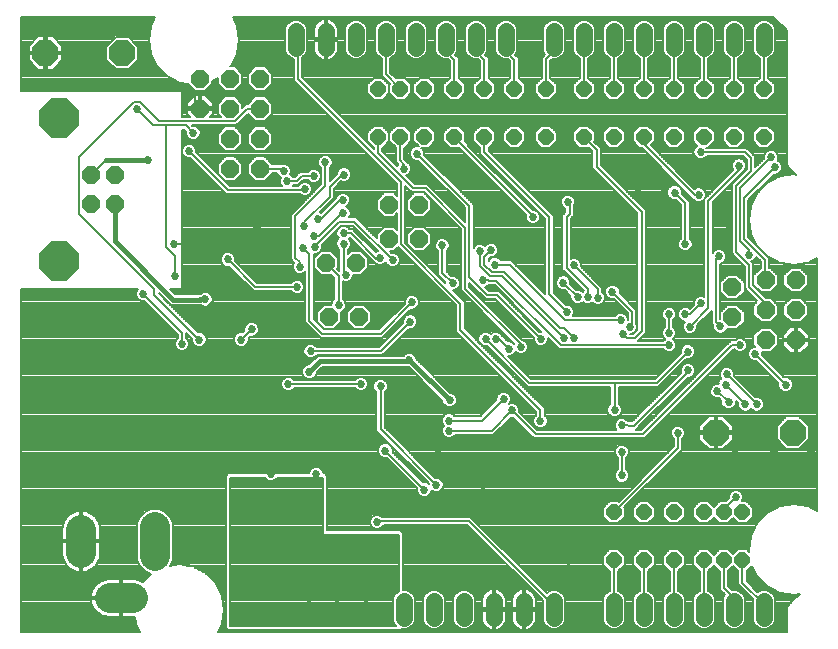
<source format=gbl>
G75*
G70*
%OFA0B0*%
%FSLAX24Y24*%
%IPPOS*%
%LPD*%
%AMOC8*
5,1,8,0,0,1.08239X$1,22.5*
%
%ADD10OC8,0.0600*%
%ADD11C,0.0550*%
%ADD12C,0.0984*%
%ADD13OC8,0.0860*%
%ADD14OC8,0.0594*%
%ADD15OC8,0.0515*%
%ADD16OC8,0.0574*%
%ADD17OC8,0.1306*%
%ADD18C,0.0160*%
%ADD19C,0.0070*%
%ADD20C,0.0270*%
D10*
X039894Y010555D03*
X040894Y010555D03*
X040894Y011555D03*
X039894Y011555D03*
X039894Y012555D03*
X040894Y012555D03*
X023038Y016275D03*
X022038Y016275D03*
X022038Y017275D03*
X023038Y017275D03*
X023038Y018275D03*
X022038Y018275D03*
X021038Y018275D03*
X021038Y019275D03*
X022038Y019275D03*
X023038Y019275D03*
D11*
X024238Y020300D02*
X024238Y020850D01*
X025238Y020850D02*
X025238Y020300D01*
X026238Y020300D02*
X026238Y020850D01*
X027238Y020850D02*
X027238Y020300D01*
X028238Y020300D02*
X028238Y020850D01*
X029238Y020850D02*
X029238Y020300D01*
X030238Y020300D02*
X030238Y020850D01*
X031238Y020850D02*
X031238Y020300D01*
X032838Y020300D02*
X032838Y020850D01*
X033838Y020850D02*
X033838Y020300D01*
X034838Y020300D02*
X034838Y020850D01*
X035838Y020850D02*
X035838Y020300D01*
X036838Y020300D02*
X036838Y020850D01*
X037838Y020850D02*
X037838Y020300D01*
X038838Y020300D02*
X038838Y020850D01*
X039838Y020850D02*
X039838Y020300D01*
X039838Y001850D02*
X039838Y001300D01*
X038838Y001300D02*
X038838Y001850D01*
X037838Y001850D02*
X037838Y001300D01*
X036838Y001300D02*
X036838Y001850D01*
X035838Y001850D02*
X035838Y001300D01*
X034838Y001300D02*
X034838Y001850D01*
X032838Y001850D02*
X032838Y001300D01*
X031838Y001300D02*
X031838Y001850D01*
X030838Y001850D02*
X030838Y001300D01*
X029838Y001300D02*
X029838Y001850D01*
X028838Y001850D02*
X028838Y001300D01*
X027838Y001300D02*
X027838Y001850D01*
D12*
X019539Y003353D02*
X019539Y004337D01*
X017078Y004239D02*
X017078Y003451D01*
X018023Y001955D02*
X018811Y001955D01*
D13*
X038238Y007475D03*
X040798Y007475D03*
X018448Y020115D03*
X015888Y020115D03*
D14*
X027338Y015075D03*
X028338Y015075D03*
X028338Y013925D03*
X027338Y013925D03*
X026238Y013125D03*
X025238Y013125D03*
X025338Y011325D03*
X026338Y011325D03*
X038788Y011325D03*
X038788Y012325D03*
D15*
X038838Y017335D03*
X037838Y017335D03*
X036838Y017335D03*
X035838Y017335D03*
X034838Y017335D03*
X033838Y017335D03*
X032568Y017335D03*
X031518Y017335D03*
X030518Y017335D03*
X029518Y017335D03*
X028518Y017335D03*
X027718Y017335D03*
X026973Y017330D03*
X026973Y018930D03*
X027718Y018935D03*
X028518Y018935D03*
X029518Y018935D03*
X030518Y018935D03*
X031518Y018935D03*
X032568Y018935D03*
X033838Y018935D03*
X034838Y018935D03*
X035838Y018935D03*
X036838Y018935D03*
X037838Y018935D03*
X038838Y018935D03*
X039838Y018935D03*
X039838Y017335D03*
X039116Y004816D03*
X038500Y004816D03*
X037836Y004816D03*
X036838Y004816D03*
X035838Y004816D03*
X034838Y004816D03*
X034838Y003216D03*
X035838Y003216D03*
X036838Y003216D03*
X037836Y003216D03*
X038500Y003216D03*
X039116Y003216D03*
D16*
X018193Y015083D03*
X017405Y015083D03*
X017405Y016067D03*
X018193Y016067D03*
D17*
X016338Y017945D03*
X016338Y013205D03*
D18*
X018193Y013851D02*
X020138Y011905D01*
X021038Y011905D01*
X021048Y011915D01*
X021218Y011915D01*
X018193Y013851D02*
X018193Y015083D01*
X017918Y016575D02*
X019298Y016575D01*
X025038Y009855D02*
X024688Y009505D01*
X025038Y009855D02*
X028018Y009855D01*
X028018Y009895D02*
X029358Y008555D01*
D19*
X015073Y012275D02*
X015073Y000810D01*
X019054Y000810D01*
X018902Y001108D01*
X018902Y001108D01*
X018867Y001329D01*
X018860Y001328D01*
X018452Y001328D01*
X018452Y001920D01*
X018382Y001920D01*
X018382Y001328D01*
X017974Y001328D01*
X017876Y001344D01*
X017783Y001374D01*
X017695Y001419D01*
X017615Y001477D01*
X017545Y001547D01*
X017487Y001627D01*
X017442Y001715D01*
X017412Y001808D01*
X015073Y001808D01*
X015073Y001740D02*
X017434Y001740D01*
X017412Y001808D02*
X017396Y001906D01*
X017396Y001920D01*
X018382Y001920D01*
X018382Y001990D01*
X017396Y001990D01*
X017396Y002005D01*
X017412Y002102D01*
X017442Y002196D01*
X017487Y002284D01*
X017545Y002364D01*
X017615Y002434D01*
X017695Y002492D01*
X017783Y002536D01*
X017876Y002567D01*
X017974Y002582D01*
X018382Y002582D01*
X018382Y001990D01*
X018452Y001990D01*
X018452Y002582D01*
X018860Y002582D01*
X018958Y002567D01*
X019051Y002536D01*
X019139Y002492D01*
X019143Y002489D01*
X019413Y002759D01*
X019201Y002847D01*
X019033Y003015D01*
X018942Y003234D01*
X018942Y004456D01*
X019033Y004675D01*
X019201Y004843D01*
X019420Y004934D01*
X019658Y004934D01*
X019877Y004843D01*
X020045Y004675D01*
X020136Y004456D01*
X020136Y003234D01*
X020056Y003040D01*
X020338Y003085D01*
X020338Y003085D01*
X020805Y003011D01*
X020805Y003011D01*
X021226Y002797D01*
X021226Y002797D01*
X021560Y002463D01*
X021560Y002463D01*
X021775Y002042D01*
X021775Y002042D01*
X021848Y001575D01*
X021775Y001108D01*
X021775Y001108D01*
X021623Y000810D01*
X040603Y000810D01*
X040603Y001672D01*
X040741Y001810D01*
X041026Y002095D01*
X040838Y002065D01*
X040838Y002065D01*
X040372Y002139D01*
X040372Y002139D01*
X039951Y002353D01*
X039617Y002687D01*
X039617Y002687D01*
X039442Y003030D01*
X039266Y002853D01*
X039258Y002853D01*
X039258Y002533D01*
X039621Y002170D01*
X039623Y002172D01*
X039763Y002230D01*
X039914Y002230D01*
X040054Y002172D01*
X040161Y002065D01*
X040218Y001926D01*
X040218Y001224D01*
X040161Y001085D01*
X040054Y000978D01*
X039914Y000920D01*
X039763Y000920D01*
X039623Y000978D01*
X039516Y001085D01*
X039458Y001224D01*
X039458Y001926D01*
X039462Y001934D01*
X038978Y002417D01*
X038978Y002853D01*
X038965Y002853D01*
X038808Y003011D01*
X038651Y002853D01*
X038648Y002853D01*
X038648Y002353D01*
X038771Y002230D01*
X038914Y002230D01*
X039054Y002172D01*
X039161Y002065D01*
X039218Y001926D01*
X039218Y001224D01*
X039161Y001085D01*
X039054Y000978D01*
X038914Y000920D01*
X038763Y000920D01*
X038623Y000978D01*
X038516Y001085D01*
X038458Y001224D01*
X038458Y001926D01*
X038516Y002065D01*
X038528Y002077D01*
X038368Y002237D01*
X038368Y002853D01*
X038350Y002853D01*
X038168Y003035D01*
X037986Y002853D01*
X037978Y002853D01*
X037978Y002203D01*
X038054Y002172D01*
X038161Y002065D01*
X038218Y001926D01*
X038218Y001224D01*
X038161Y001085D01*
X038054Y000978D01*
X037914Y000920D01*
X037763Y000920D01*
X037623Y000978D01*
X037516Y001085D01*
X037458Y001224D01*
X037458Y001926D01*
X037516Y002065D01*
X037623Y002172D01*
X037698Y002203D01*
X037698Y002853D01*
X037686Y002853D01*
X037474Y003065D01*
X037474Y003366D01*
X037686Y003578D01*
X037986Y003578D01*
X038168Y003396D01*
X038350Y003578D01*
X038651Y003578D01*
X038808Y003421D01*
X038965Y003578D01*
X039266Y003578D01*
X039340Y003504D01*
X039328Y003575D01*
X039328Y003575D01*
X039402Y004042D01*
X039402Y004042D01*
X039617Y004463D01*
X039617Y004463D01*
X039951Y004797D01*
X039951Y004797D01*
X040372Y005011D01*
X040372Y005011D01*
X040838Y005085D01*
X040838Y005085D01*
X041305Y005011D01*
X041305Y005011D01*
X041603Y004859D01*
X041603Y013291D01*
X041305Y013139D01*
X041305Y013139D01*
X040838Y013065D01*
X040838Y013065D01*
X040372Y013139D01*
X040372Y013139D01*
X039951Y013353D01*
X039951Y013353D01*
X039617Y013687D01*
X039617Y013687D01*
X039402Y014108D01*
X039402Y014108D01*
X039328Y014575D01*
X039328Y014575D01*
X039402Y015042D01*
X039402Y015042D01*
X039617Y015463D01*
X039617Y015463D01*
X039951Y015797D01*
X039951Y015797D01*
X040372Y016011D01*
X040372Y016011D01*
X040838Y016085D01*
X040838Y016085D01*
X040907Y016074D01*
X040741Y016240D01*
X040741Y016240D01*
X040603Y016378D01*
X040603Y020878D01*
X040141Y021340D01*
X022123Y021340D01*
X022275Y021042D01*
X022275Y021042D01*
X022348Y020575D01*
X022275Y020108D01*
X022275Y020108D01*
X022060Y019687D01*
X022060Y019687D01*
X022053Y019680D01*
X022206Y019680D01*
X022443Y019443D01*
X022443Y019107D01*
X022206Y018870D01*
X021871Y018870D01*
X021633Y019107D01*
X021633Y019306D01*
X021443Y019209D01*
X021443Y019107D01*
X021206Y018870D01*
X020871Y018870D01*
X020645Y019096D01*
X020372Y019139D01*
X020372Y019139D01*
X019951Y019353D01*
X019951Y019353D01*
X019617Y019687D01*
X019617Y019687D01*
X019402Y020108D01*
X019402Y020108D01*
X019328Y020575D01*
X019328Y020575D01*
X019402Y021042D01*
X019554Y021340D01*
X015073Y021340D01*
X015073Y018875D01*
X020438Y018875D01*
X020438Y017995D01*
X020703Y017995D01*
X020603Y018095D01*
X020603Y018240D01*
X021003Y018240D01*
X021003Y018310D01*
X020603Y018310D01*
X020603Y018455D01*
X020858Y018710D01*
X021003Y018710D01*
X021003Y018310D01*
X021073Y018310D01*
X021073Y018710D01*
X021219Y018710D01*
X021473Y018455D01*
X021473Y018310D01*
X021073Y018310D01*
X021073Y018240D01*
X021473Y018240D01*
X021473Y018095D01*
X021374Y017995D01*
X021746Y017995D01*
X021633Y018107D01*
X021633Y018443D01*
X021871Y018680D01*
X022206Y018680D01*
X022443Y018443D01*
X022443Y018298D01*
X022560Y018415D01*
X022633Y018415D01*
X022633Y018443D01*
X022871Y018680D01*
X023206Y018680D01*
X023443Y018443D01*
X023443Y018107D01*
X023206Y017870D01*
X022871Y017870D01*
X022641Y018100D01*
X022338Y017797D01*
X022256Y017715D01*
X020766Y017715D01*
X020776Y017705D01*
X020866Y017705D01*
X020954Y017668D01*
X021022Y017601D01*
X021058Y017513D01*
X021058Y017417D01*
X021022Y017329D01*
X020954Y017262D01*
X020866Y017225D01*
X020771Y017225D01*
X020683Y017262D01*
X020615Y017329D01*
X020578Y017417D01*
X020578Y017507D01*
X020510Y017575D01*
X020438Y017575D01*
X020438Y012275D01*
X020030Y012275D01*
X020215Y012090D01*
X020962Y012090D01*
X020972Y012100D01*
X021064Y012100D01*
X021083Y012118D01*
X021171Y012155D01*
X021266Y012155D01*
X021354Y012118D01*
X021422Y012051D01*
X021458Y011963D01*
X021458Y011867D01*
X021422Y011779D01*
X021354Y011712D01*
X021266Y011675D01*
X021171Y011675D01*
X021083Y011712D01*
X021074Y011720D01*
X020062Y011720D01*
X019953Y011828D01*
X019658Y012123D01*
X019658Y012123D01*
X020968Y010814D01*
X020971Y010815D01*
X021066Y010815D01*
X021154Y010778D01*
X021222Y010711D01*
X021258Y010623D01*
X021258Y010527D01*
X021222Y010439D01*
X021154Y010372D01*
X021066Y010335D01*
X020971Y010335D01*
X020883Y010372D01*
X020815Y010439D01*
X020678Y010439D01*
X020678Y010473D02*
X020642Y010561D01*
X020578Y010624D01*
X020578Y010727D01*
X020578Y010807D01*
X020778Y010607D01*
X020778Y010527D01*
X020815Y010439D01*
X020787Y010508D02*
X020664Y010508D01*
X020678Y010473D02*
X020678Y010377D01*
X020642Y010289D01*
X020574Y010222D01*
X020486Y010185D01*
X020391Y010185D01*
X020303Y010222D01*
X020235Y010289D01*
X020198Y010377D01*
X020198Y010473D01*
X020235Y010561D01*
X020298Y010624D01*
X020298Y010727D01*
X019170Y011855D01*
X019091Y011855D01*
X019003Y011892D01*
X018935Y011959D01*
X018898Y012047D01*
X018898Y012143D01*
X018935Y012231D01*
X018979Y012275D01*
X015073Y012275D01*
X015073Y012220D02*
X018930Y012220D01*
X018902Y012152D02*
X015073Y012152D01*
X015073Y012083D02*
X018898Y012083D01*
X018912Y012015D02*
X015073Y012015D01*
X015073Y011946D02*
X018948Y011946D01*
X019036Y011878D02*
X015073Y011878D01*
X015073Y011809D02*
X019216Y011809D01*
X019285Y011741D02*
X015073Y011741D01*
X015073Y011672D02*
X019353Y011672D01*
X019422Y011604D02*
X015073Y011604D01*
X015073Y011535D02*
X019490Y011535D01*
X019559Y011467D02*
X015073Y011467D01*
X015073Y011398D02*
X019627Y011398D01*
X019696Y011330D02*
X015073Y011330D01*
X015073Y011261D02*
X019764Y011261D01*
X019833Y011193D02*
X015073Y011193D01*
X015073Y011124D02*
X019901Y011124D01*
X019970Y011056D02*
X015073Y011056D01*
X015073Y010987D02*
X020038Y010987D01*
X020107Y010919D02*
X015073Y010919D01*
X015073Y010850D02*
X020175Y010850D01*
X020244Y010782D02*
X015073Y010782D01*
X015073Y010713D02*
X020298Y010713D01*
X020298Y010645D02*
X015073Y010645D01*
X015073Y010576D02*
X020250Y010576D01*
X020213Y010508D02*
X015073Y010508D01*
X015073Y010439D02*
X020198Y010439D01*
X020201Y010371D02*
X015073Y010371D01*
X015073Y010302D02*
X020230Y010302D01*
X020291Y010234D02*
X015073Y010234D01*
X015073Y010165D02*
X024488Y010165D01*
X024488Y010137D02*
X024525Y010049D01*
X024593Y009982D01*
X024681Y009945D01*
X024776Y009945D01*
X024864Y009982D01*
X024928Y010045D01*
X027116Y010045D01*
X027198Y010127D01*
X028006Y010935D01*
X028096Y010935D01*
X028184Y010972D01*
X028252Y011039D01*
X028288Y011127D01*
X028288Y011223D01*
X028252Y011311D01*
X028184Y011378D01*
X028096Y011415D01*
X028001Y011415D01*
X027913Y011378D01*
X027845Y011311D01*
X027808Y011223D01*
X027808Y011133D01*
X027000Y010325D01*
X024928Y010325D01*
X024864Y010388D01*
X024776Y010425D01*
X024681Y010425D01*
X024593Y010388D01*
X024525Y010321D01*
X024488Y010233D01*
X024488Y010137D01*
X024505Y010097D02*
X015073Y010097D01*
X015073Y010028D02*
X024546Y010028D01*
X024646Y009960D02*
X015073Y009960D01*
X015073Y009891D02*
X024813Y009891D01*
X024811Y009960D02*
X024881Y009960D01*
X024911Y010028D02*
X024950Y010028D01*
X024962Y010040D02*
X024667Y009745D01*
X024641Y009745D01*
X024553Y009708D01*
X024485Y009641D01*
X024448Y009553D01*
X024448Y009457D01*
X024485Y009369D01*
X024553Y009302D01*
X024641Y009265D01*
X024736Y009265D01*
X024824Y009302D01*
X024892Y009369D01*
X024928Y009457D01*
X024928Y009483D01*
X025115Y009670D01*
X027935Y009670D01*
X027971Y009655D01*
X027997Y009655D01*
X029118Y008533D01*
X029118Y008507D01*
X029155Y008419D01*
X029223Y008352D01*
X029311Y008315D01*
X029406Y008315D01*
X029494Y008352D01*
X029562Y008419D01*
X029598Y008507D01*
X029598Y008603D01*
X029562Y008691D01*
X029494Y008758D01*
X029406Y008795D01*
X029380Y008795D01*
X031019Y008795D01*
X031023Y008798D02*
X030955Y008731D01*
X030918Y008643D01*
X030918Y008553D01*
X030380Y008015D01*
X029538Y008015D01*
X029474Y008078D01*
X029386Y008115D01*
X029291Y008115D01*
X029203Y008078D01*
X029135Y008011D01*
X029098Y007923D01*
X029098Y007827D01*
X029135Y007739D01*
X029169Y007705D01*
X029135Y007671D01*
X029098Y007583D01*
X029098Y007487D01*
X029135Y007399D01*
X029203Y007332D01*
X029291Y007295D01*
X029386Y007295D01*
X029474Y007332D01*
X029538Y007395D01*
X030816Y007395D01*
X031396Y007975D01*
X031480Y007975D01*
X032088Y007367D01*
X032170Y007285D01*
X035866Y007285D01*
X038834Y010252D01*
X038835Y010249D01*
X038903Y010182D01*
X038991Y010145D01*
X039086Y010145D01*
X039174Y010182D01*
X039242Y010249D01*
X039278Y010337D01*
X039278Y010433D01*
X039242Y010521D01*
X039174Y010588D01*
X039086Y010625D01*
X038991Y010625D01*
X038903Y010588D01*
X038859Y010545D01*
X038846Y010545D01*
X038730Y010545D01*
X035750Y007565D01*
X035564Y007565D01*
X035564Y007565D01*
X035566Y007565D01*
X035606Y007605D01*
X035647Y007644D01*
X035647Y007646D01*
X037306Y009305D01*
X037356Y009305D01*
X037444Y009342D01*
X037512Y009409D01*
X037548Y009497D01*
X037548Y009593D01*
X037512Y009681D01*
X037444Y009748D01*
X037356Y009785D01*
X037261Y009785D01*
X037173Y009748D01*
X037105Y009681D01*
X037068Y009593D01*
X037068Y009497D01*
X037079Y009473D01*
X035452Y007846D01*
X035302Y007850D01*
X035302Y007851D01*
X035234Y007918D01*
X035146Y007955D01*
X035051Y007955D01*
X034963Y007918D01*
X034895Y007851D01*
X034858Y007763D01*
X034858Y007667D01*
X034895Y007579D01*
X034909Y007565D01*
X032286Y007565D01*
X031678Y008173D01*
X031678Y008263D01*
X031642Y008351D01*
X031574Y008418D01*
X031486Y008455D01*
X031391Y008455D01*
X031335Y008432D01*
X031362Y008459D01*
X031398Y008547D01*
X031398Y008643D01*
X031362Y008731D01*
X031294Y008798D01*
X031206Y008835D01*
X031111Y008835D01*
X031023Y008798D01*
X030953Y008727D02*
X029526Y008727D01*
X029576Y008658D02*
X030925Y008658D01*
X030918Y008590D02*
X029598Y008590D01*
X029598Y008521D02*
X030887Y008521D01*
X030818Y008453D02*
X029576Y008453D01*
X029527Y008384D02*
X030750Y008384D01*
X030681Y008316D02*
X029407Y008316D01*
X029309Y008316D02*
X027198Y008316D01*
X027198Y008384D02*
X029190Y008384D01*
X029141Y008453D02*
X027198Y008453D01*
X027198Y008521D02*
X029118Y008521D01*
X029062Y008590D02*
X027198Y008590D01*
X027198Y008658D02*
X028994Y008658D01*
X028925Y008727D02*
X027198Y008727D01*
X027198Y008795D02*
X028857Y008795D01*
X028788Y008864D02*
X027246Y008864D01*
X027262Y008879D02*
X027298Y008967D01*
X027298Y009063D01*
X027262Y009151D01*
X027194Y009218D01*
X027106Y009255D01*
X027011Y009255D01*
X026923Y009218D01*
X026855Y009151D01*
X026818Y009063D01*
X026818Y008967D01*
X026855Y008879D01*
X026918Y008816D01*
X026918Y007537D01*
X028678Y005777D01*
X028678Y005754D01*
X028654Y005778D01*
X028566Y005815D01*
X028476Y005815D01*
X027458Y006833D01*
X027458Y006923D01*
X027422Y007011D01*
X027354Y007078D01*
X027266Y007115D01*
X027171Y007115D01*
X027083Y007078D01*
X027015Y007011D01*
X026978Y006923D01*
X026978Y006827D01*
X027015Y006739D01*
X027083Y006672D01*
X015073Y006672D01*
X015073Y006740D02*
X027015Y006740D01*
X026986Y006809D02*
X015073Y006809D01*
X015073Y006877D02*
X026978Y006877D01*
X026988Y006946D02*
X015073Y006946D01*
X015073Y007014D02*
X027018Y007014D01*
X027092Y007083D02*
X015073Y007083D01*
X015073Y007151D02*
X027304Y007151D01*
X027345Y007083D02*
X027373Y007083D01*
X027419Y007014D02*
X027441Y007014D01*
X027449Y006946D02*
X027510Y006946D01*
X027458Y006877D02*
X027578Y006877D01*
X027647Y006809D02*
X027483Y006809D01*
X027551Y006740D02*
X027715Y006740D01*
X027784Y006672D02*
X027620Y006672D01*
X027688Y006603D02*
X027852Y006603D01*
X027921Y006535D02*
X027757Y006535D01*
X027825Y006466D02*
X027989Y006466D01*
X028058Y006398D02*
X027894Y006398D01*
X027962Y006329D02*
X028126Y006329D01*
X028195Y006261D02*
X028031Y006261D01*
X028099Y006192D02*
X028263Y006192D01*
X028332Y006124D02*
X028168Y006124D01*
X028236Y006055D02*
X028400Y006055D01*
X028469Y005987D02*
X028305Y005987D01*
X028373Y005918D02*
X028537Y005918D01*
X028606Y005850D02*
X028442Y005850D01*
X028648Y005781D02*
X028674Y005781D01*
X028758Y005556D02*
X028783Y005532D01*
X028871Y005495D01*
X028966Y005495D01*
X029054Y005532D01*
X029122Y005599D01*
X029158Y005687D01*
X029158Y005783D01*
X029122Y005871D01*
X029054Y005938D01*
X028966Y005975D01*
X028876Y005975D01*
X027198Y007653D01*
X027198Y008816D01*
X027262Y008879D01*
X027284Y008932D02*
X028720Y008932D01*
X028651Y009001D02*
X027298Y009001D01*
X027296Y009069D02*
X028583Y009069D01*
X028514Y009138D02*
X027267Y009138D01*
X027207Y009206D02*
X028446Y009206D01*
X028377Y009275D02*
X026568Y009275D01*
X026544Y009298D02*
X026456Y009335D01*
X026361Y009335D01*
X026273Y009298D01*
X026209Y009235D01*
X024188Y009235D01*
X024124Y009298D01*
X024036Y009335D01*
X023941Y009335D01*
X023853Y009298D01*
X023785Y009231D01*
X023748Y009143D01*
X023748Y009047D01*
X023785Y008959D01*
X023853Y008892D01*
X023941Y008855D01*
X024036Y008855D01*
X024124Y008892D01*
X024188Y008955D01*
X026209Y008955D01*
X026273Y008892D01*
X026361Y008855D01*
X026456Y008855D01*
X026544Y008892D01*
X026612Y008959D01*
X026648Y009047D01*
X026648Y009143D01*
X026612Y009231D01*
X026544Y009298D01*
X026622Y009206D02*
X026910Y009206D01*
X026849Y009138D02*
X026648Y009138D01*
X026648Y009069D02*
X026821Y009069D01*
X026818Y009001D02*
X026629Y009001D01*
X026585Y008932D02*
X026833Y008932D01*
X026871Y008864D02*
X026477Y008864D01*
X026340Y008864D02*
X024057Y008864D01*
X024165Y008932D02*
X026232Y008932D01*
X026408Y009095D02*
X023988Y009095D01*
X023768Y009001D02*
X015073Y009001D01*
X015073Y009069D02*
X023748Y009069D01*
X023748Y009138D02*
X015073Y009138D01*
X015073Y009206D02*
X023775Y009206D01*
X023829Y009275D02*
X015073Y009275D01*
X015073Y009343D02*
X024511Y009343D01*
X024467Y009412D02*
X015073Y009412D01*
X015073Y009480D02*
X024448Y009480D01*
X024448Y009549D02*
X015073Y009549D01*
X015073Y009617D02*
X024475Y009617D01*
X024530Y009686D02*
X015073Y009686D01*
X015073Y009754D02*
X024676Y009754D01*
X024744Y009823D02*
X015073Y009823D01*
X015708Y009185D02*
X016558Y009185D01*
X017433Y009185D01*
X017433Y008445D02*
X016573Y008445D01*
X016558Y008435D01*
X016553Y008445D01*
X015713Y008445D01*
X015708Y008435D01*
X015073Y008453D02*
X026918Y008453D01*
X026918Y008521D02*
X015073Y008521D01*
X015073Y008590D02*
X026918Y008590D01*
X026918Y008658D02*
X015073Y008658D01*
X015073Y008727D02*
X026918Y008727D01*
X026918Y008795D02*
X015073Y008795D01*
X015073Y008864D02*
X023920Y008864D01*
X023812Y008932D02*
X015073Y008932D01*
X015073Y008384D02*
X026918Y008384D01*
X026918Y008316D02*
X015073Y008316D01*
X015073Y008247D02*
X026918Y008247D01*
X026918Y008179D02*
X015073Y008179D01*
X015073Y008110D02*
X026918Y008110D01*
X026918Y008042D02*
X015073Y008042D01*
X015073Y007973D02*
X026918Y007973D01*
X026918Y007905D02*
X015073Y007905D01*
X015073Y007836D02*
X026918Y007836D01*
X026918Y007768D02*
X015073Y007768D01*
X015073Y007699D02*
X026918Y007699D01*
X026918Y007631D02*
X015073Y007631D01*
X015073Y007562D02*
X026918Y007562D01*
X026962Y007494D02*
X015073Y007494D01*
X015073Y007425D02*
X027030Y007425D01*
X027099Y007357D02*
X015073Y007357D01*
X015073Y007288D02*
X027167Y007288D01*
X027236Y007220D02*
X015073Y007220D01*
X015073Y006603D02*
X027292Y006603D01*
X027260Y006635D02*
X028278Y005617D01*
X028278Y005527D01*
X028315Y005439D01*
X028383Y005372D01*
X028471Y005335D01*
X028566Y005335D01*
X028654Y005372D01*
X028722Y005439D01*
X028758Y005527D01*
X028758Y005556D01*
X028750Y005507D02*
X028842Y005507D01*
X028721Y005439D02*
X035254Y005439D01*
X035323Y005507D02*
X028995Y005507D01*
X029098Y005576D02*
X035391Y005576D01*
X035460Y005644D02*
X029141Y005644D01*
X029158Y005713D02*
X035528Y005713D01*
X035597Y005781D02*
X029158Y005781D01*
X029131Y005850D02*
X034955Y005850D01*
X034963Y005842D02*
X035051Y005805D01*
X035146Y005805D01*
X035234Y005842D01*
X035302Y005909D01*
X035338Y005997D01*
X035338Y006093D01*
X035302Y006181D01*
X035238Y006244D01*
X035238Y006636D01*
X035302Y006699D01*
X035338Y006787D01*
X035338Y006883D01*
X035302Y006971D01*
X035234Y007038D01*
X035146Y007075D01*
X035051Y007075D01*
X034963Y007038D01*
X034895Y006971D01*
X034858Y006883D01*
X034858Y006787D01*
X034895Y006699D01*
X034958Y006636D01*
X034958Y006244D01*
X034895Y006181D01*
X034858Y006093D01*
X034858Y005997D01*
X034895Y005909D01*
X034963Y005842D01*
X034891Y005918D02*
X029075Y005918D01*
X028865Y005987D02*
X034863Y005987D01*
X034858Y006055D02*
X028796Y006055D01*
X028728Y006124D02*
X034871Y006124D01*
X034906Y006192D02*
X028659Y006192D01*
X028591Y006261D02*
X034958Y006261D01*
X034958Y006329D02*
X028522Y006329D01*
X028454Y006398D02*
X034958Y006398D01*
X034958Y006466D02*
X028385Y006466D01*
X028317Y006535D02*
X034958Y006535D01*
X034958Y006603D02*
X028248Y006603D01*
X028180Y006672D02*
X034923Y006672D01*
X034878Y006740D02*
X028111Y006740D01*
X028043Y006809D02*
X034858Y006809D01*
X034858Y006877D02*
X027974Y006877D01*
X027906Y006946D02*
X034884Y006946D01*
X034938Y007014D02*
X027837Y007014D01*
X027769Y007083D02*
X036828Y007083D01*
X036828Y007151D02*
X027700Y007151D01*
X027632Y007220D02*
X036828Y007220D01*
X036828Y007266D02*
X036828Y007013D01*
X034991Y005176D01*
X034989Y005178D01*
X034688Y005178D01*
X034476Y004966D01*
X034476Y004665D01*
X034688Y004453D01*
X034989Y004453D01*
X035201Y004665D01*
X035201Y004966D01*
X035189Y004978D01*
X037108Y006897D01*
X037108Y007266D01*
X037172Y007329D01*
X037208Y007417D01*
X037208Y007513D01*
X037172Y007601D01*
X037104Y007668D01*
X037016Y007705D01*
X036921Y007705D01*
X036833Y007668D01*
X036765Y007601D01*
X036728Y007513D01*
X036728Y007417D01*
X036765Y007329D01*
X036828Y007266D01*
X036806Y007288D02*
X035869Y007288D01*
X035938Y007357D02*
X036754Y007357D01*
X036728Y007425D02*
X036006Y007425D01*
X036075Y007494D02*
X036728Y007494D01*
X036749Y007562D02*
X036143Y007562D01*
X036212Y007631D02*
X036795Y007631D01*
X036906Y007699D02*
X036280Y007699D01*
X036349Y007768D02*
X037732Y007768D01*
X037673Y007709D02*
X037673Y007510D01*
X038203Y007510D01*
X038203Y007440D01*
X037673Y007440D01*
X037673Y007241D01*
X038004Y006910D01*
X038203Y006910D01*
X038203Y007440D01*
X038273Y007440D01*
X038273Y006910D01*
X038473Y006910D01*
X038803Y007241D01*
X038803Y007440D01*
X038273Y007440D01*
X038273Y007510D01*
X038203Y007510D01*
X038203Y008040D01*
X038004Y008040D01*
X037673Y007709D01*
X037673Y007699D02*
X037031Y007699D01*
X037142Y007631D02*
X037673Y007631D01*
X037673Y007562D02*
X037188Y007562D01*
X037208Y007494D02*
X038203Y007494D01*
X038203Y007562D02*
X038273Y007562D01*
X038273Y007510D02*
X038273Y008040D01*
X038473Y008040D01*
X038803Y007709D01*
X038803Y007510D01*
X038273Y007510D01*
X038273Y007494D02*
X040263Y007494D01*
X040263Y007562D02*
X038803Y007562D01*
X038803Y007631D02*
X040263Y007631D01*
X040263Y007697D02*
X040263Y007253D01*
X040576Y006940D01*
X041019Y006940D01*
X041333Y007253D01*
X041333Y007697D01*
X041019Y008010D01*
X040576Y008010D01*
X040263Y007697D01*
X040265Y007699D02*
X038803Y007699D01*
X038745Y007768D02*
X040333Y007768D01*
X040402Y007836D02*
X038676Y007836D01*
X038608Y007905D02*
X040470Y007905D01*
X040539Y007973D02*
X038539Y007973D01*
X038273Y007973D02*
X038203Y007973D01*
X038203Y007905D02*
X038273Y007905D01*
X038273Y007836D02*
X038203Y007836D01*
X038203Y007768D02*
X038273Y007768D01*
X038273Y007699D02*
X038203Y007699D01*
X038203Y007631D02*
X038273Y007631D01*
X038273Y007425D02*
X038203Y007425D01*
X038203Y007357D02*
X038273Y007357D01*
X038273Y007288D02*
X038203Y007288D01*
X038203Y007220D02*
X038273Y007220D01*
X038273Y007151D02*
X038203Y007151D01*
X038203Y007083D02*
X038273Y007083D01*
X038273Y007014D02*
X038203Y007014D01*
X038203Y006946D02*
X038273Y006946D01*
X038508Y006946D02*
X040570Y006946D01*
X040502Y007014D02*
X038577Y007014D01*
X038645Y007083D02*
X040433Y007083D01*
X040365Y007151D02*
X038714Y007151D01*
X038782Y007220D02*
X040296Y007220D01*
X040263Y007288D02*
X038803Y007288D01*
X038803Y007357D02*
X040263Y007357D01*
X040263Y007425D02*
X038803Y007425D01*
X037800Y007836D02*
X036417Y007836D01*
X036486Y007905D02*
X037869Y007905D01*
X037937Y007973D02*
X036554Y007973D01*
X036623Y008042D02*
X041603Y008042D01*
X041603Y008110D02*
X036691Y008110D01*
X036760Y008179D02*
X039162Y008179D01*
X039171Y008175D02*
X039266Y008175D01*
X039354Y008212D01*
X039408Y008266D01*
X039463Y008212D01*
X039551Y008175D01*
X039646Y008175D01*
X039734Y008212D01*
X039802Y008279D01*
X039838Y008367D01*
X039838Y008463D01*
X039802Y008551D01*
X039734Y008618D01*
X039646Y008655D01*
X039556Y008655D01*
X038838Y009373D01*
X038838Y009463D01*
X038802Y009551D01*
X038734Y009618D01*
X038646Y009655D01*
X038551Y009655D01*
X038463Y009618D01*
X038395Y009551D01*
X038358Y009463D01*
X038358Y009367D01*
X038395Y009279D01*
X038409Y009265D01*
X038355Y009211D01*
X038318Y009123D01*
X038318Y009095D01*
X038241Y009095D01*
X038153Y009058D01*
X038085Y008991D01*
X038048Y008903D01*
X038048Y008807D01*
X038085Y008719D01*
X038153Y008652D01*
X038241Y008615D01*
X038330Y008615D01*
X038418Y008527D01*
X038418Y008437D01*
X038455Y008349D01*
X038523Y008282D01*
X038611Y008245D01*
X038706Y008245D01*
X038794Y008282D01*
X038862Y008349D01*
X038898Y008437D01*
X038898Y008533D01*
X038895Y008540D01*
X038978Y008457D01*
X038978Y008367D01*
X039015Y008279D01*
X039083Y008212D01*
X039171Y008175D01*
X039275Y008179D02*
X039542Y008179D01*
X039655Y008179D02*
X041603Y008179D01*
X041603Y008247D02*
X039770Y008247D01*
X039817Y008316D02*
X041603Y008316D01*
X041603Y008384D02*
X039838Y008384D01*
X039838Y008453D02*
X041603Y008453D01*
X041603Y008521D02*
X039814Y008521D01*
X039763Y008590D02*
X041603Y008590D01*
X041603Y008658D02*
X039553Y008658D01*
X039485Y008727D02*
X041603Y008727D01*
X041603Y008795D02*
X039416Y008795D01*
X039348Y008864D02*
X040442Y008864D01*
X040423Y008872D02*
X040511Y008835D01*
X040606Y008835D01*
X040694Y008872D01*
X040762Y008939D01*
X040798Y009027D01*
X040798Y009123D01*
X040762Y009211D01*
X040694Y009278D01*
X040606Y009315D01*
X040516Y009315D01*
X039778Y010053D01*
X039778Y010143D01*
X039775Y010150D01*
X040061Y010150D01*
X040299Y010388D01*
X040299Y010723D01*
X040061Y010960D01*
X039726Y010960D01*
X039489Y010723D01*
X039489Y010388D01*
X039541Y010335D01*
X039491Y010335D01*
X039403Y010298D01*
X039335Y010231D01*
X039298Y010143D01*
X039298Y010047D01*
X039335Y009959D01*
X039403Y009892D01*
X039491Y009855D01*
X039580Y009855D01*
X040318Y009117D01*
X040318Y009027D01*
X040355Y008939D01*
X040423Y008872D01*
X040362Y008932D02*
X039279Y008932D01*
X039211Y009001D02*
X040330Y009001D01*
X040318Y009069D02*
X039142Y009069D01*
X039074Y009138D02*
X040298Y009138D01*
X040229Y009206D02*
X039005Y009206D01*
X038937Y009275D02*
X040161Y009275D01*
X040092Y009343D02*
X038868Y009343D01*
X038838Y009412D02*
X040024Y009412D01*
X039955Y009480D02*
X038831Y009480D01*
X038803Y009549D02*
X039887Y009549D01*
X039818Y009617D02*
X038736Y009617D01*
X038598Y009415D02*
X039598Y008415D01*
X039427Y008247D02*
X039390Y008247D01*
X039218Y008415D02*
X038558Y009075D01*
X038325Y009138D02*
X037719Y009138D01*
X037787Y009206D02*
X038353Y009206D01*
X038400Y009275D02*
X037856Y009275D01*
X037924Y009343D02*
X038369Y009343D01*
X038358Y009412D02*
X037993Y009412D01*
X038061Y009480D02*
X038366Y009480D01*
X038394Y009549D02*
X038130Y009549D01*
X038198Y009617D02*
X038461Y009617D01*
X038335Y009754D02*
X039681Y009754D01*
X039613Y009823D02*
X038404Y009823D01*
X038472Y009891D02*
X039404Y009891D01*
X039335Y009960D02*
X038541Y009960D01*
X038609Y010028D02*
X039306Y010028D01*
X039298Y010097D02*
X038678Y010097D01*
X038746Y010165D02*
X038942Y010165D01*
X038851Y010234D02*
X038815Y010234D01*
X038788Y010405D02*
X035808Y007425D01*
X032228Y007425D01*
X031438Y008215D01*
X030758Y007535D01*
X029338Y007535D01*
X029118Y007631D02*
X027221Y007631D01*
X027198Y007699D02*
X029163Y007699D01*
X029123Y007768D02*
X027198Y007768D01*
X027198Y007836D02*
X029098Y007836D01*
X029098Y007905D02*
X027198Y007905D01*
X027198Y007973D02*
X029119Y007973D01*
X029166Y008042D02*
X027198Y008042D01*
X027198Y008110D02*
X029279Y008110D01*
X029398Y008110D02*
X030476Y008110D01*
X030544Y008179D02*
X027198Y008179D01*
X027198Y008247D02*
X030613Y008247D01*
X030407Y008042D02*
X029511Y008042D01*
X029338Y007875D02*
X030438Y007875D01*
X031158Y008595D01*
X031398Y008590D02*
X031826Y008590D01*
X031757Y008658D02*
X031392Y008658D01*
X031364Y008727D02*
X031689Y008727D01*
X031620Y008795D02*
X031298Y008795D01*
X031483Y008932D02*
X029243Y008932D01*
X029175Y009001D02*
X031415Y009001D01*
X031346Y009069D02*
X029106Y009069D01*
X029038Y009138D02*
X031278Y009138D01*
X031209Y009206D02*
X028969Y009206D01*
X028901Y009275D02*
X031141Y009275D01*
X031072Y009343D02*
X028832Y009343D01*
X028764Y009412D02*
X031004Y009412D01*
X030935Y009480D02*
X028695Y009480D01*
X028627Y009549D02*
X030867Y009549D01*
X030798Y009617D02*
X028558Y009617D01*
X028490Y009686D02*
X030730Y009686D01*
X030661Y009754D02*
X028421Y009754D01*
X028353Y009823D02*
X030593Y009823D01*
X030524Y009891D02*
X028284Y009891D01*
X028258Y009917D02*
X028258Y009943D01*
X028222Y010031D01*
X028154Y010098D01*
X028066Y010135D01*
X027971Y010135D01*
X027883Y010098D01*
X027824Y010040D01*
X025115Y010040D01*
X024962Y010040D01*
X024728Y010185D02*
X027058Y010185D01*
X028048Y011175D01*
X027824Y011261D02*
X027742Y011261D01*
X027808Y011193D02*
X027674Y011193D01*
X027605Y011124D02*
X027800Y011124D01*
X027731Y011056D02*
X027537Y011056D01*
X027468Y010987D02*
X027663Y010987D01*
X027594Y010919D02*
X027400Y010919D01*
X027331Y010850D02*
X027526Y010850D01*
X027457Y010782D02*
X027263Y010782D01*
X027194Y010713D02*
X027389Y010713D01*
X027320Y010645D02*
X027126Y010645D01*
X027116Y010635D02*
X028056Y011575D01*
X028146Y011575D01*
X028234Y011612D01*
X028302Y011679D01*
X028338Y011767D01*
X028338Y011863D01*
X028302Y011951D01*
X028234Y012018D01*
X028146Y012055D01*
X028051Y012055D01*
X027963Y012018D01*
X027895Y011951D01*
X027858Y011863D01*
X027858Y011773D01*
X027000Y010915D01*
X025176Y010915D01*
X024828Y011263D01*
X024828Y013435D01*
X024916Y013435D01*
X025004Y013472D01*
X025072Y013539D01*
X025108Y013627D01*
X025108Y013723D01*
X025104Y013733D01*
X025736Y014365D01*
X026130Y014365D01*
X026969Y013526D01*
X026903Y013498D01*
X026898Y013494D01*
X026218Y014173D01*
X026136Y014255D01*
X026028Y014255D01*
X025964Y014318D01*
X025876Y014355D01*
X025781Y014355D01*
X025693Y014318D01*
X025625Y014251D01*
X025588Y014163D01*
X025588Y014067D01*
X025625Y013979D01*
X025659Y013945D01*
X025625Y013911D01*
X025588Y013823D01*
X025588Y013727D01*
X025625Y013639D01*
X025688Y013576D01*
X025688Y012863D01*
X025617Y012935D01*
X025640Y012959D01*
X025640Y013291D01*
X025405Y013527D01*
X025072Y013527D01*
X024837Y013291D01*
X024837Y012959D01*
X025072Y012723D01*
X025405Y012723D01*
X025419Y012737D01*
X025518Y012637D01*
X025518Y011914D01*
X025455Y011851D01*
X025418Y011763D01*
X025418Y011727D01*
X025172Y011727D01*
X024937Y011491D01*
X024937Y011159D01*
X025172Y010923D01*
X025505Y010923D01*
X025740Y011159D01*
X025740Y011489D01*
X025794Y011512D01*
X025862Y011579D01*
X025898Y011667D01*
X025898Y011763D01*
X025862Y011851D01*
X025798Y011914D01*
X025798Y012521D01*
X025861Y012495D01*
X025956Y012495D01*
X026044Y012532D01*
X026112Y012599D01*
X026148Y012687D01*
X026148Y012723D01*
X026405Y012723D01*
X026640Y012959D01*
X026640Y013291D01*
X026405Y013527D01*
X026072Y013527D01*
X025968Y013423D01*
X025968Y013576D01*
X026032Y013639D01*
X026068Y013727D01*
X026268Y013727D01*
X026200Y013796D02*
X026068Y013796D01*
X026068Y013823D02*
X026032Y013911D01*
X025998Y013945D01*
X026024Y013971D01*
X026778Y013217D01*
X026834Y013161D01*
X026835Y013159D01*
X026903Y013092D01*
X026991Y013055D01*
X027086Y013055D01*
X027174Y013092D01*
X027234Y013151D01*
X027255Y013099D01*
X027323Y013032D01*
X027411Y012995D01*
X027506Y012995D01*
X027594Y013032D01*
X027662Y013099D01*
X027698Y013187D01*
X027698Y013283D01*
X027662Y013371D01*
X027594Y013438D01*
X027506Y013475D01*
X027416Y013475D01*
X027368Y013523D01*
X027505Y013523D01*
X027639Y013657D01*
X027690Y013605D01*
X029578Y011717D01*
X029578Y010837D01*
X032248Y008167D01*
X032248Y008064D01*
X032185Y008001D01*
X032148Y007913D01*
X032148Y007817D01*
X032185Y007729D01*
X032253Y007662D01*
X032341Y007625D01*
X032436Y007625D01*
X032524Y007662D01*
X032592Y007729D01*
X032628Y007817D01*
X032628Y007913D01*
X032592Y008001D01*
X032528Y008064D01*
X032528Y008283D01*
X029858Y010953D01*
X029858Y011833D01*
X029476Y012215D01*
X029506Y012215D01*
X029594Y012252D01*
X029662Y012319D01*
X029698Y012407D01*
X029698Y012503D01*
X029662Y012591D01*
X029594Y012658D01*
X029506Y012695D01*
X029416Y012695D01*
X029258Y012853D01*
X029258Y013516D01*
X029322Y013579D01*
X029358Y013667D01*
X029358Y013763D01*
X029322Y013851D01*
X029254Y013918D01*
X029166Y013955D01*
X029071Y013955D01*
X028983Y013918D01*
X028915Y013851D01*
X028878Y013763D01*
X028878Y013667D01*
X028915Y013579D01*
X028978Y013516D01*
X028978Y012737D01*
X029218Y012497D01*
X029218Y012473D01*
X027888Y013803D01*
X027888Y015687D01*
X028008Y015567D01*
X028090Y015485D01*
X028500Y015485D01*
X029738Y014247D01*
X029738Y012217D01*
X031520Y010435D01*
X031519Y010433D01*
X031474Y010478D01*
X031386Y010515D01*
X031296Y010515D01*
X031158Y010653D01*
X031117Y010694D01*
X031102Y010731D01*
X031034Y010798D01*
X030946Y010835D01*
X030851Y010835D01*
X030763Y010798D01*
X030728Y010764D01*
X030694Y010798D01*
X030606Y010835D01*
X030511Y010835D01*
X030423Y010798D01*
X030355Y010731D01*
X030318Y010643D01*
X030318Y010547D01*
X030355Y010459D01*
X030423Y010392D01*
X030511Y010355D01*
X030600Y010355D01*
X031878Y009077D01*
X031960Y008995D01*
X034718Y008995D01*
X034718Y008424D01*
X034655Y008361D01*
X034618Y008273D01*
X034618Y008177D01*
X034655Y008089D01*
X034723Y008022D01*
X034811Y007985D01*
X034906Y007985D01*
X034994Y008022D01*
X035062Y008089D01*
X035098Y008177D01*
X035098Y008273D01*
X035062Y008361D01*
X034998Y008424D01*
X034998Y008995D01*
X036316Y008995D01*
X037256Y009935D01*
X037346Y009935D01*
X037434Y009972D01*
X037502Y010039D01*
X037538Y010127D01*
X037538Y010223D01*
X037502Y010311D01*
X037434Y010378D01*
X037346Y010415D01*
X037251Y010415D01*
X037163Y010378D01*
X037095Y010311D01*
X037058Y010223D01*
X037058Y010133D01*
X036200Y009275D01*
X032076Y009275D01*
X031316Y010035D01*
X031386Y010035D01*
X031474Y010072D01*
X031542Y010139D01*
X031557Y010177D01*
X031603Y010132D01*
X031691Y010095D01*
X031786Y010095D01*
X031874Y010132D01*
X031942Y010199D01*
X031978Y010287D01*
X031978Y010383D01*
X031942Y010471D01*
X031874Y010538D01*
X031786Y010575D01*
X031776Y010575D01*
X030018Y012333D01*
X030018Y012457D01*
X030560Y011915D01*
X030880Y011915D01*
X032158Y010637D01*
X032158Y010547D01*
X032195Y010459D01*
X032263Y010392D01*
X032351Y010355D01*
X032446Y010355D01*
X032534Y010392D01*
X032602Y010459D01*
X032638Y010547D01*
X032638Y010617D01*
X032928Y010327D01*
X033010Y010245D01*
X036479Y010245D01*
X036543Y010182D01*
X036631Y010145D01*
X036726Y010145D01*
X036814Y010182D01*
X036882Y010249D01*
X036918Y010337D01*
X036918Y010433D01*
X036882Y010521D01*
X036814Y010588D01*
X036811Y010590D01*
X036814Y010592D01*
X036882Y010659D01*
X036918Y010747D01*
X036918Y010843D01*
X036882Y010931D01*
X036818Y010994D01*
X036818Y011216D01*
X036882Y011279D01*
X036918Y011367D01*
X036918Y011463D01*
X036882Y011551D01*
X036814Y011618D01*
X036726Y011655D01*
X036631Y011655D01*
X036543Y011618D01*
X036475Y011551D01*
X036438Y011463D01*
X036438Y011367D01*
X036475Y011279D01*
X036538Y011216D01*
X036538Y010994D01*
X036475Y010931D01*
X036438Y010843D01*
X036438Y010747D01*
X036475Y010659D01*
X036543Y010592D01*
X036546Y010590D01*
X036543Y010588D01*
X036479Y010525D01*
X035636Y010525D01*
X035668Y010557D01*
X035816Y010705D01*
X035816Y010705D01*
X035898Y010787D01*
X035898Y014893D01*
X034398Y016393D01*
X034398Y016963D01*
X034189Y017173D01*
X034201Y017185D01*
X034201Y017485D01*
X033989Y017698D01*
X033688Y017698D01*
X033476Y017485D01*
X033476Y017185D01*
X033688Y016973D01*
X033989Y016973D01*
X033991Y016975D01*
X034118Y016847D01*
X034118Y016277D01*
X034200Y016195D01*
X035618Y014777D01*
X035618Y010903D01*
X035470Y010755D01*
X035368Y010755D01*
X035416Y010755D01*
X035504Y010792D01*
X035572Y010859D01*
X035608Y010947D01*
X035608Y011043D01*
X035588Y011091D01*
X035588Y011563D01*
X035028Y012123D01*
X035028Y012213D01*
X034992Y012301D01*
X034924Y012368D01*
X034836Y012405D01*
X034741Y012405D01*
X034653Y012368D01*
X034585Y012301D01*
X034548Y012213D01*
X034548Y012117D01*
X034585Y012029D01*
X034653Y011962D01*
X034741Y011925D01*
X034830Y011925D01*
X035308Y011447D01*
X035308Y011230D01*
X035298Y011226D01*
X035298Y011283D01*
X035262Y011371D01*
X035194Y011438D01*
X035106Y011475D01*
X035011Y011475D01*
X034923Y011438D01*
X034859Y011375D01*
X033489Y011375D01*
X033518Y011447D01*
X033518Y011543D01*
X033482Y011631D01*
X033414Y011698D01*
X033326Y011735D01*
X033236Y011735D01*
X032828Y012143D01*
X032828Y014703D01*
X032746Y014785D01*
X030658Y016873D01*
X030658Y016973D01*
X030669Y016973D01*
X030881Y017185D01*
X030881Y017485D01*
X030669Y017697D01*
X030368Y017697D01*
X030156Y017485D01*
X030156Y017185D01*
X030368Y016973D01*
X030378Y016973D01*
X030378Y016757D01*
X032548Y014587D01*
X032548Y012083D01*
X032548Y012083D01*
X031416Y013215D01*
X031063Y013215D01*
X030999Y013278D01*
X030911Y013315D01*
X030816Y013315D01*
X030728Y013278D01*
X030660Y013211D01*
X030658Y013207D01*
X030658Y013267D01*
X030706Y013315D01*
X030796Y013315D01*
X030884Y013352D01*
X030952Y013419D01*
X030988Y013507D01*
X030988Y013603D01*
X030952Y013691D01*
X030884Y013758D01*
X030796Y013795D01*
X030701Y013795D01*
X030613Y013758D01*
X030545Y013691D01*
X030541Y013682D01*
X030504Y013718D01*
X030416Y013755D01*
X030321Y013755D01*
X030233Y013718D01*
X030165Y013651D01*
X030158Y013635D01*
X030158Y015093D01*
X028518Y016733D01*
X028518Y016823D01*
X028482Y016911D01*
X028420Y016973D01*
X028669Y016973D01*
X028881Y017185D01*
X028881Y017485D01*
X028669Y017697D01*
X028368Y017697D01*
X028156Y017485D01*
X028156Y017185D01*
X028326Y017015D01*
X028231Y017015D01*
X028143Y016978D01*
X028075Y016911D01*
X028038Y016823D01*
X028038Y016727D01*
X028075Y016639D01*
X028143Y016572D01*
X028231Y016535D01*
X028320Y016535D01*
X029878Y014977D01*
X029878Y014503D01*
X028616Y015765D01*
X028206Y015765D01*
X027922Y016050D01*
X027974Y016072D01*
X028042Y016139D01*
X028078Y016227D01*
X028078Y016323D01*
X028042Y016411D01*
X027974Y016478D01*
X027955Y016487D01*
X027838Y016603D01*
X027838Y016973D01*
X027869Y016973D01*
X028081Y017185D01*
X028081Y017485D01*
X027869Y017697D01*
X027568Y017697D01*
X027356Y017485D01*
X027356Y017185D01*
X027558Y016982D01*
X027558Y016487D01*
X027635Y016411D01*
X027613Y016358D01*
X027118Y016853D01*
X027118Y016968D01*
X027124Y016968D01*
X027336Y017180D01*
X027336Y017480D01*
X027124Y017692D01*
X026823Y017692D01*
X026611Y017480D01*
X026611Y017180D01*
X026823Y016968D01*
X026838Y016968D01*
X026838Y016933D01*
X024448Y019323D01*
X024448Y019976D01*
X024454Y019978D01*
X024561Y020085D01*
X024618Y020224D01*
X024618Y020926D01*
X024561Y021065D01*
X024454Y021172D01*
X024314Y021230D01*
X024163Y021230D01*
X024023Y021172D01*
X023916Y021065D01*
X023858Y020926D01*
X023858Y020224D01*
X023916Y020085D01*
X024023Y019978D01*
X024163Y019920D01*
X024168Y019920D01*
X024168Y019207D01*
X024250Y019125D01*
X027608Y015767D01*
X027608Y015373D01*
X027505Y015477D01*
X027172Y015477D01*
X026937Y015241D01*
X026937Y014909D01*
X027172Y014673D01*
X027505Y014673D01*
X027608Y014777D01*
X027608Y014223D01*
X027505Y014327D01*
X027172Y014327D01*
X026937Y014091D01*
X026937Y013955D01*
X026246Y014645D01*
X026018Y014645D01*
X026022Y014649D01*
X026058Y014737D01*
X026058Y014833D01*
X026022Y014921D01*
X025954Y014988D01*
X025897Y015012D01*
X025944Y015032D01*
X026012Y015099D01*
X026048Y015187D01*
X026048Y015283D01*
X026012Y015371D01*
X025944Y015438D01*
X025856Y015475D01*
X025761Y015475D01*
X025673Y015438D01*
X025605Y015371D01*
X025576Y015300D01*
X025568Y015293D01*
X025073Y014797D01*
X025035Y014813D01*
X025416Y015195D01*
X025498Y015277D01*
X025498Y015597D01*
X025752Y015851D01*
X025791Y015835D01*
X025886Y015835D01*
X025974Y015872D01*
X026042Y015939D01*
X026078Y016027D01*
X026078Y016123D01*
X026042Y016211D01*
X025974Y016278D01*
X025886Y016315D01*
X025791Y016315D01*
X025703Y016278D01*
X025635Y016211D01*
X025598Y016123D01*
X025598Y016093D01*
X025358Y015853D01*
X025358Y016286D01*
X025422Y016349D01*
X025458Y016437D01*
X025458Y016533D01*
X025422Y016621D01*
X025354Y016688D01*
X025266Y016725D01*
X025171Y016725D01*
X025083Y016688D01*
X025015Y016621D01*
X024978Y016533D01*
X024978Y016437D01*
X025015Y016349D01*
X025078Y016286D01*
X025078Y015753D01*
X024068Y014743D01*
X024068Y013247D01*
X024150Y013165D01*
X024150Y013165D01*
X024170Y013146D01*
X024165Y013141D01*
X024128Y013053D01*
X024128Y012957D01*
X024165Y012869D01*
X024233Y012802D01*
X024321Y012765D01*
X024416Y012765D01*
X024504Y012802D01*
X024548Y012846D01*
X024548Y011147D01*
X024978Y010717D01*
X025060Y010635D01*
X027116Y010635D01*
X027183Y010508D02*
X022650Y010508D01*
X022658Y010527D02*
X022658Y010617D01*
X022716Y010675D01*
X022806Y010675D01*
X022894Y010712D01*
X022962Y010779D01*
X022998Y010867D01*
X022998Y010963D01*
X022962Y011051D01*
X022894Y011118D01*
X022806Y011155D01*
X022711Y011155D01*
X022623Y011118D01*
X022555Y011051D01*
X022518Y010963D01*
X022518Y010873D01*
X022460Y010815D01*
X022371Y010815D01*
X022283Y010778D01*
X022215Y010711D01*
X022178Y010623D01*
X022178Y010527D01*
X022215Y010439D01*
X021222Y010439D01*
X021250Y010508D02*
X022187Y010508D01*
X022178Y010576D02*
X021258Y010576D01*
X021249Y010645D02*
X022188Y010645D01*
X022217Y010713D02*
X021220Y010713D01*
X021147Y010782D02*
X022290Y010782D01*
X022496Y010850D02*
X020931Y010850D01*
X020863Y010919D02*
X022518Y010919D01*
X022529Y010987D02*
X020794Y010987D01*
X020726Y011056D02*
X022560Y011056D01*
X022636Y011124D02*
X020657Y011124D01*
X020589Y011193D02*
X024548Y011193D01*
X024548Y011261D02*
X020520Y011261D01*
X020452Y011330D02*
X024548Y011330D01*
X024548Y011398D02*
X020383Y011398D01*
X020315Y011467D02*
X024548Y011467D01*
X024548Y011535D02*
X020246Y011535D01*
X020178Y011604D02*
X024548Y011604D01*
X024548Y011672D02*
X020109Y011672D01*
X020041Y011741D02*
X020041Y011741D01*
X019972Y011809D02*
X019973Y011809D01*
X019904Y011878D02*
X019904Y011878D01*
X019835Y011946D02*
X019836Y011946D01*
X019767Y012015D02*
X019767Y012015D01*
X019698Y012083D02*
X019699Y012083D01*
X019518Y012065D02*
X019518Y012255D01*
X017018Y014755D01*
X017018Y014895D01*
X016998Y014915D01*
X016998Y016655D01*
X018838Y018495D01*
X019038Y018495D01*
X019678Y017855D01*
X022198Y017855D01*
X022618Y018275D01*
X023038Y018275D01*
X023443Y018248D02*
X025127Y018248D01*
X025059Y018317D02*
X023443Y018317D01*
X023443Y018385D02*
X024990Y018385D01*
X024922Y018454D02*
X023433Y018454D01*
X023364Y018522D02*
X024853Y018522D01*
X024785Y018591D02*
X023296Y018591D01*
X023227Y018659D02*
X024716Y018659D01*
X024648Y018728D02*
X020438Y018728D01*
X020438Y018796D02*
X024579Y018796D01*
X024511Y018865D02*
X020438Y018865D01*
X020438Y018659D02*
X020807Y018659D01*
X020739Y018591D02*
X020438Y018591D01*
X020438Y018522D02*
X020670Y018522D01*
X020603Y018454D02*
X020438Y018454D01*
X020438Y018385D02*
X020603Y018385D01*
X020603Y018317D02*
X020438Y018317D01*
X020438Y018248D02*
X021003Y018248D01*
X021038Y018275D02*
X020878Y018435D01*
X020878Y018855D01*
X022198Y018855D01*
X022211Y018875D01*
X022269Y018933D02*
X022808Y018933D01*
X022871Y018870D02*
X023206Y018870D01*
X023443Y019107D01*
X023443Y019443D01*
X023206Y019680D01*
X022871Y019680D01*
X022633Y019443D01*
X022633Y019107D01*
X022871Y018870D01*
X022739Y019002D02*
X022338Y019002D01*
X022406Y019070D02*
X022671Y019070D01*
X022633Y019139D02*
X022443Y019139D01*
X022443Y019207D02*
X022633Y019207D01*
X022633Y019276D02*
X022443Y019276D01*
X022443Y019344D02*
X022633Y019344D01*
X022633Y019413D02*
X022443Y019413D01*
X022405Y019481D02*
X022672Y019481D01*
X022740Y019550D02*
X022337Y019550D01*
X022268Y019618D02*
X022809Y019618D01*
X023268Y019618D02*
X024168Y019618D01*
X024168Y019550D02*
X023337Y019550D01*
X023405Y019481D02*
X024168Y019481D01*
X024168Y019413D02*
X023443Y019413D01*
X023443Y019344D02*
X024168Y019344D01*
X024168Y019276D02*
X023443Y019276D01*
X023443Y019207D02*
X024168Y019207D01*
X024237Y019139D02*
X023443Y019139D01*
X023406Y019070D02*
X024305Y019070D01*
X024374Y019002D02*
X023338Y019002D01*
X023269Y018933D02*
X024442Y018933D01*
X024633Y019139D02*
X026669Y019139D01*
X026611Y019080D02*
X026611Y018780D01*
X026823Y018568D01*
X027124Y018568D01*
X027336Y018780D01*
X027336Y019080D01*
X027124Y019292D01*
X026823Y019292D01*
X026611Y019080D01*
X026611Y019070D02*
X024701Y019070D01*
X024770Y019002D02*
X026611Y019002D01*
X026611Y018933D02*
X024838Y018933D01*
X024907Y018865D02*
X026611Y018865D01*
X026611Y018796D02*
X024975Y018796D01*
X025044Y018728D02*
X026663Y018728D01*
X026732Y018659D02*
X025112Y018659D01*
X025181Y018591D02*
X026800Y018591D01*
X027147Y018591D02*
X027550Y018591D01*
X027568Y018573D02*
X027869Y018573D01*
X028081Y018785D01*
X028081Y019085D01*
X027869Y019297D01*
X027568Y019297D01*
X027561Y019290D01*
X027378Y019473D01*
X027378Y019947D01*
X027454Y019978D01*
X027561Y020085D01*
X027618Y020224D01*
X027618Y020926D01*
X027561Y021065D01*
X027454Y021172D01*
X027314Y021230D01*
X027163Y021230D01*
X027023Y021172D01*
X026916Y021065D01*
X026858Y020926D01*
X026858Y020224D01*
X026916Y020085D01*
X027023Y019978D01*
X027098Y019947D01*
X027098Y019357D01*
X027363Y019092D01*
X027356Y019085D01*
X027356Y018785D01*
X027568Y018573D01*
X027482Y018659D02*
X027215Y018659D01*
X027284Y018728D02*
X027413Y018728D01*
X027356Y018796D02*
X027336Y018796D01*
X027336Y018865D02*
X027356Y018865D01*
X027356Y018933D02*
X027336Y018933D01*
X027336Y019002D02*
X027356Y019002D01*
X027356Y019070D02*
X027336Y019070D01*
X027317Y019139D02*
X027278Y019139D01*
X027248Y019207D02*
X027209Y019207D01*
X027180Y019276D02*
X027141Y019276D01*
X027111Y019344D02*
X024448Y019344D01*
X024448Y019413D02*
X027098Y019413D01*
X027098Y019481D02*
X024448Y019481D01*
X024448Y019550D02*
X027098Y019550D01*
X027098Y019618D02*
X024448Y019618D01*
X024448Y019687D02*
X027098Y019687D01*
X027098Y019755D02*
X024448Y019755D01*
X024448Y019824D02*
X027098Y019824D01*
X027098Y019892D02*
X025284Y019892D01*
X025273Y019892D02*
X025203Y019892D01*
X025203Y019890D02*
X025203Y020540D01*
X024828Y020540D01*
X024828Y020268D01*
X024839Y020204D01*
X024859Y020143D01*
X024888Y020085D01*
X024926Y020033D01*
X024971Y019987D01*
X025024Y019949D01*
X025081Y019920D01*
X025142Y019900D01*
X025203Y019890D01*
X025193Y019892D02*
X024448Y019892D01*
X024448Y019961D02*
X025008Y019961D01*
X024930Y020029D02*
X024505Y020029D01*
X024566Y020098D02*
X024881Y020098D01*
X024851Y020166D02*
X024594Y020166D01*
X024618Y020235D02*
X024834Y020235D01*
X024828Y020303D02*
X024618Y020303D01*
X024618Y020372D02*
X024828Y020372D01*
X024828Y020440D02*
X024618Y020440D01*
X024618Y020509D02*
X024828Y020509D01*
X024828Y020610D02*
X025203Y020610D01*
X025203Y020540D01*
X025273Y020540D01*
X025273Y019890D01*
X025334Y019900D01*
X025396Y019920D01*
X025453Y019949D01*
X025506Y019987D01*
X025551Y020033D01*
X025589Y020085D01*
X025618Y020143D01*
X025638Y020204D01*
X025648Y020268D01*
X025648Y020540D01*
X025273Y020540D01*
X025273Y020610D01*
X025203Y020610D01*
X025203Y021260D01*
X025142Y021250D01*
X025081Y021230D01*
X025024Y021201D01*
X024971Y021163D01*
X024926Y021117D01*
X024888Y021065D01*
X024859Y021007D01*
X024839Y020946D01*
X024828Y020882D01*
X024828Y020610D01*
X024828Y020646D02*
X024618Y020646D01*
X024618Y020714D02*
X024828Y020714D01*
X024828Y020783D02*
X024618Y020783D01*
X024618Y020851D02*
X024828Y020851D01*
X024834Y020920D02*
X024618Y020920D01*
X024593Y020988D02*
X024852Y020988D01*
X024884Y021057D02*
X024564Y021057D01*
X024501Y021125D02*
X024934Y021125D01*
X025014Y021194D02*
X024402Y021194D01*
X024075Y021194D02*
X022197Y021194D01*
X022162Y021262D02*
X040219Y021262D01*
X040288Y021194D02*
X040002Y021194D01*
X040054Y021172D02*
X039914Y021230D01*
X039763Y021230D01*
X039623Y021172D01*
X039516Y021065D01*
X039458Y020926D01*
X039458Y020224D01*
X039516Y020085D01*
X039623Y019978D01*
X039698Y019947D01*
X039698Y019298D01*
X039688Y019298D01*
X039476Y019085D01*
X039476Y018785D01*
X039688Y018573D01*
X039989Y018573D01*
X040201Y018785D01*
X040201Y019085D01*
X039989Y019298D01*
X039978Y019298D01*
X039978Y019947D01*
X040054Y019978D01*
X040161Y020085D01*
X040218Y020224D01*
X040218Y020926D01*
X040161Y021065D01*
X040054Y021172D01*
X040101Y021125D02*
X040356Y021125D01*
X040425Y021057D02*
X040164Y021057D01*
X040193Y020988D02*
X040493Y020988D01*
X040562Y020920D02*
X040218Y020920D01*
X040218Y020851D02*
X040603Y020851D01*
X040603Y020783D02*
X040218Y020783D01*
X040218Y020714D02*
X040603Y020714D01*
X040603Y020646D02*
X040218Y020646D01*
X040218Y020577D02*
X040603Y020577D01*
X040603Y020509D02*
X040218Y020509D01*
X040218Y020440D02*
X040603Y020440D01*
X040603Y020372D02*
X040218Y020372D01*
X040218Y020303D02*
X040603Y020303D01*
X040603Y020235D02*
X040218Y020235D01*
X040194Y020166D02*
X040603Y020166D01*
X040603Y020098D02*
X040166Y020098D01*
X040105Y020029D02*
X040603Y020029D01*
X040603Y019961D02*
X040012Y019961D01*
X039978Y019892D02*
X040603Y019892D01*
X040603Y019824D02*
X039978Y019824D01*
X039978Y019755D02*
X040603Y019755D01*
X040603Y019687D02*
X039978Y019687D01*
X039978Y019618D02*
X040603Y019618D01*
X040603Y019550D02*
X039978Y019550D01*
X039978Y019481D02*
X040603Y019481D01*
X040603Y019413D02*
X039978Y019413D01*
X039978Y019344D02*
X040603Y019344D01*
X040603Y019276D02*
X040011Y019276D01*
X040079Y019207D02*
X040603Y019207D01*
X040603Y019139D02*
X040148Y019139D01*
X040201Y019070D02*
X040603Y019070D01*
X040603Y019002D02*
X040201Y019002D01*
X040201Y018933D02*
X040603Y018933D01*
X040603Y018865D02*
X040201Y018865D01*
X040201Y018796D02*
X040603Y018796D01*
X040603Y018728D02*
X040143Y018728D01*
X040075Y018659D02*
X040603Y018659D01*
X040603Y018591D02*
X040006Y018591D01*
X039671Y018591D02*
X039006Y018591D01*
X038989Y018573D02*
X039201Y018785D01*
X039201Y019085D01*
X038989Y019298D01*
X038978Y019298D01*
X038978Y019947D01*
X039054Y019978D01*
X039161Y020085D01*
X039218Y020224D01*
X039218Y020926D01*
X039161Y021065D01*
X039054Y021172D01*
X038914Y021230D01*
X038763Y021230D01*
X038623Y021172D01*
X038516Y021065D01*
X038458Y020926D01*
X038458Y020224D01*
X038516Y020085D01*
X038623Y019978D01*
X038698Y019947D01*
X038698Y019298D01*
X038688Y019298D01*
X038476Y019085D01*
X038476Y018785D01*
X038688Y018573D01*
X038989Y018573D01*
X039075Y018659D02*
X039602Y018659D01*
X039534Y018728D02*
X039143Y018728D01*
X039201Y018796D02*
X039476Y018796D01*
X039476Y018865D02*
X039201Y018865D01*
X039201Y018933D02*
X039476Y018933D01*
X039476Y019002D02*
X039201Y019002D01*
X039201Y019070D02*
X039476Y019070D01*
X039529Y019139D02*
X039148Y019139D01*
X039079Y019207D02*
X039598Y019207D01*
X039666Y019276D02*
X039011Y019276D01*
X038978Y019344D02*
X039698Y019344D01*
X039698Y019413D02*
X038978Y019413D01*
X038978Y019481D02*
X039698Y019481D01*
X039698Y019550D02*
X038978Y019550D01*
X038978Y019618D02*
X039698Y019618D01*
X039698Y019687D02*
X038978Y019687D01*
X038978Y019755D02*
X039698Y019755D01*
X039698Y019824D02*
X038978Y019824D01*
X038978Y019892D02*
X039698Y019892D01*
X039665Y019961D02*
X039012Y019961D01*
X039105Y020029D02*
X039572Y020029D01*
X039511Y020098D02*
X039166Y020098D01*
X039194Y020166D02*
X039483Y020166D01*
X039458Y020235D02*
X039218Y020235D01*
X039218Y020303D02*
X039458Y020303D01*
X039458Y020372D02*
X039218Y020372D01*
X039218Y020440D02*
X039458Y020440D01*
X039458Y020509D02*
X039218Y020509D01*
X039218Y020577D02*
X039458Y020577D01*
X039458Y020646D02*
X039218Y020646D01*
X039218Y020714D02*
X039458Y020714D01*
X039458Y020783D02*
X039218Y020783D01*
X039218Y020851D02*
X039458Y020851D01*
X039458Y020920D02*
X039218Y020920D01*
X039193Y020988D02*
X039484Y020988D01*
X039513Y021057D02*
X039164Y021057D01*
X039101Y021125D02*
X039576Y021125D01*
X039675Y021194D02*
X039002Y021194D01*
X038675Y021194D02*
X038002Y021194D01*
X038054Y021172D02*
X037914Y021230D01*
X037763Y021230D01*
X037623Y021172D01*
X037516Y021065D01*
X037458Y020926D01*
X037458Y020224D01*
X037516Y020085D01*
X037623Y019978D01*
X037698Y019947D01*
X037698Y019298D01*
X037688Y019298D01*
X037476Y019085D01*
X037476Y018785D01*
X037688Y018573D01*
X037989Y018573D01*
X038201Y018785D01*
X038201Y019085D01*
X037989Y019298D01*
X037978Y019298D01*
X037978Y019947D01*
X038054Y019978D01*
X038161Y020085D01*
X038218Y020224D01*
X038218Y020926D01*
X038161Y021065D01*
X038054Y021172D01*
X038101Y021125D02*
X038576Y021125D01*
X038513Y021057D02*
X038164Y021057D01*
X038193Y020988D02*
X038484Y020988D01*
X038458Y020920D02*
X038218Y020920D01*
X038218Y020851D02*
X038458Y020851D01*
X038458Y020783D02*
X038218Y020783D01*
X038218Y020714D02*
X038458Y020714D01*
X038458Y020646D02*
X038218Y020646D01*
X038218Y020577D02*
X038458Y020577D01*
X038458Y020509D02*
X038218Y020509D01*
X038218Y020440D02*
X038458Y020440D01*
X038458Y020372D02*
X038218Y020372D01*
X038218Y020303D02*
X038458Y020303D01*
X038458Y020235D02*
X038218Y020235D01*
X038194Y020166D02*
X038483Y020166D01*
X038511Y020098D02*
X038166Y020098D01*
X038105Y020029D02*
X038572Y020029D01*
X038665Y019961D02*
X038012Y019961D01*
X037978Y019892D02*
X038698Y019892D01*
X038698Y019824D02*
X037978Y019824D01*
X037978Y019755D02*
X038698Y019755D01*
X038698Y019687D02*
X037978Y019687D01*
X037978Y019618D02*
X038698Y019618D01*
X038698Y019550D02*
X037978Y019550D01*
X037978Y019481D02*
X038698Y019481D01*
X038698Y019413D02*
X037978Y019413D01*
X037978Y019344D02*
X038698Y019344D01*
X038666Y019276D02*
X038011Y019276D01*
X038079Y019207D02*
X038598Y019207D01*
X038529Y019139D02*
X038148Y019139D01*
X038201Y019070D02*
X038476Y019070D01*
X038476Y019002D02*
X038201Y019002D01*
X038201Y018933D02*
X038476Y018933D01*
X038476Y018865D02*
X038201Y018865D01*
X038201Y018796D02*
X038476Y018796D01*
X038534Y018728D02*
X038143Y018728D01*
X038075Y018659D02*
X038602Y018659D01*
X038671Y018591D02*
X038006Y018591D01*
X037671Y018591D02*
X037006Y018591D01*
X036989Y018573D02*
X037201Y018785D01*
X037201Y019085D01*
X036989Y019298D01*
X036978Y019298D01*
X036978Y019947D01*
X037054Y019978D01*
X037161Y020085D01*
X037218Y020224D01*
X037218Y020926D01*
X037161Y021065D01*
X037054Y021172D01*
X036914Y021230D01*
X036763Y021230D01*
X036623Y021172D01*
X036516Y021065D01*
X036458Y020926D01*
X036458Y020224D01*
X036516Y020085D01*
X036623Y019978D01*
X036698Y019947D01*
X036698Y019298D01*
X036688Y019298D01*
X036476Y019085D01*
X036476Y018785D01*
X036688Y018573D01*
X036989Y018573D01*
X037075Y018659D02*
X037602Y018659D01*
X037534Y018728D02*
X037143Y018728D01*
X037201Y018796D02*
X037476Y018796D01*
X037476Y018865D02*
X037201Y018865D01*
X037201Y018933D02*
X037476Y018933D01*
X037476Y019002D02*
X037201Y019002D01*
X037201Y019070D02*
X037476Y019070D01*
X037529Y019139D02*
X037148Y019139D01*
X037079Y019207D02*
X037598Y019207D01*
X037666Y019276D02*
X037011Y019276D01*
X036978Y019344D02*
X037698Y019344D01*
X037698Y019413D02*
X036978Y019413D01*
X036978Y019481D02*
X037698Y019481D01*
X037698Y019550D02*
X036978Y019550D01*
X036978Y019618D02*
X037698Y019618D01*
X037698Y019687D02*
X036978Y019687D01*
X036978Y019755D02*
X037698Y019755D01*
X037698Y019824D02*
X036978Y019824D01*
X036978Y019892D02*
X037698Y019892D01*
X037665Y019961D02*
X037012Y019961D01*
X037105Y020029D02*
X037572Y020029D01*
X037511Y020098D02*
X037166Y020098D01*
X037194Y020166D02*
X037483Y020166D01*
X037458Y020235D02*
X037218Y020235D01*
X037218Y020303D02*
X037458Y020303D01*
X037458Y020372D02*
X037218Y020372D01*
X037218Y020440D02*
X037458Y020440D01*
X037458Y020509D02*
X037218Y020509D01*
X037218Y020577D02*
X037458Y020577D01*
X037458Y020646D02*
X037218Y020646D01*
X037218Y020714D02*
X037458Y020714D01*
X037458Y020783D02*
X037218Y020783D01*
X037218Y020851D02*
X037458Y020851D01*
X037458Y020920D02*
X037218Y020920D01*
X037193Y020988D02*
X037484Y020988D01*
X037513Y021057D02*
X037164Y021057D01*
X037101Y021125D02*
X037576Y021125D01*
X037675Y021194D02*
X037002Y021194D01*
X036675Y021194D02*
X036002Y021194D01*
X036054Y021172D02*
X035914Y021230D01*
X035763Y021230D01*
X035623Y021172D01*
X035516Y021065D01*
X035458Y020926D01*
X035458Y020224D01*
X035516Y020085D01*
X035623Y019978D01*
X035698Y019947D01*
X035698Y019298D01*
X035688Y019298D01*
X035476Y019085D01*
X035476Y018785D01*
X035688Y018573D01*
X035989Y018573D01*
X036201Y018785D01*
X036201Y019085D01*
X035989Y019298D01*
X035978Y019298D01*
X035978Y019947D01*
X036054Y019978D01*
X036161Y020085D01*
X036218Y020224D01*
X036218Y020926D01*
X036161Y021065D01*
X036054Y021172D01*
X036101Y021125D02*
X036576Y021125D01*
X036513Y021057D02*
X036164Y021057D01*
X036193Y020988D02*
X036484Y020988D01*
X036458Y020920D02*
X036218Y020920D01*
X036218Y020851D02*
X036458Y020851D01*
X036458Y020783D02*
X036218Y020783D01*
X036218Y020714D02*
X036458Y020714D01*
X036458Y020646D02*
X036218Y020646D01*
X036218Y020577D02*
X036458Y020577D01*
X036458Y020509D02*
X036218Y020509D01*
X036218Y020440D02*
X036458Y020440D01*
X036458Y020372D02*
X036218Y020372D01*
X036218Y020303D02*
X036458Y020303D01*
X036458Y020235D02*
X036218Y020235D01*
X036194Y020166D02*
X036483Y020166D01*
X036511Y020098D02*
X036166Y020098D01*
X036105Y020029D02*
X036572Y020029D01*
X036665Y019961D02*
X036012Y019961D01*
X035978Y019892D02*
X036698Y019892D01*
X036698Y019824D02*
X035978Y019824D01*
X035978Y019755D02*
X036698Y019755D01*
X036698Y019687D02*
X035978Y019687D01*
X035978Y019618D02*
X036698Y019618D01*
X036698Y019550D02*
X035978Y019550D01*
X035978Y019481D02*
X036698Y019481D01*
X036698Y019413D02*
X035978Y019413D01*
X035978Y019344D02*
X036698Y019344D01*
X036666Y019276D02*
X036011Y019276D01*
X036079Y019207D02*
X036598Y019207D01*
X036529Y019139D02*
X036148Y019139D01*
X036201Y019070D02*
X036476Y019070D01*
X036476Y019002D02*
X036201Y019002D01*
X036201Y018933D02*
X036476Y018933D01*
X036476Y018865D02*
X036201Y018865D01*
X036201Y018796D02*
X036476Y018796D01*
X036534Y018728D02*
X036143Y018728D01*
X036075Y018659D02*
X036602Y018659D01*
X036671Y018591D02*
X036006Y018591D01*
X035671Y018591D02*
X035006Y018591D01*
X034989Y018573D02*
X035201Y018785D01*
X035201Y019085D01*
X034989Y019298D01*
X034978Y019298D01*
X034978Y019947D01*
X035054Y019978D01*
X035161Y020085D01*
X035218Y020224D01*
X035218Y020926D01*
X035161Y021065D01*
X035054Y021172D01*
X034914Y021230D01*
X034763Y021230D01*
X034623Y021172D01*
X034516Y021065D01*
X034458Y020926D01*
X034458Y020224D01*
X034516Y020085D01*
X034623Y019978D01*
X034698Y019947D01*
X034698Y019298D01*
X034688Y019298D01*
X034476Y019085D01*
X034476Y018785D01*
X034688Y018573D01*
X034989Y018573D01*
X035075Y018659D02*
X035602Y018659D01*
X035534Y018728D02*
X035143Y018728D01*
X035201Y018796D02*
X035476Y018796D01*
X035476Y018865D02*
X035201Y018865D01*
X035201Y018933D02*
X035476Y018933D01*
X035476Y019002D02*
X035201Y019002D01*
X035201Y019070D02*
X035476Y019070D01*
X035529Y019139D02*
X035148Y019139D01*
X035079Y019207D02*
X035598Y019207D01*
X035666Y019276D02*
X035011Y019276D01*
X034978Y019344D02*
X035698Y019344D01*
X035698Y019413D02*
X034978Y019413D01*
X034978Y019481D02*
X035698Y019481D01*
X035698Y019550D02*
X034978Y019550D01*
X034978Y019618D02*
X035698Y019618D01*
X035698Y019687D02*
X034978Y019687D01*
X034978Y019755D02*
X035698Y019755D01*
X035698Y019824D02*
X034978Y019824D01*
X034978Y019892D02*
X035698Y019892D01*
X035665Y019961D02*
X035012Y019961D01*
X035105Y020029D02*
X035572Y020029D01*
X035511Y020098D02*
X035166Y020098D01*
X035194Y020166D02*
X035483Y020166D01*
X035458Y020235D02*
X035218Y020235D01*
X035218Y020303D02*
X035458Y020303D01*
X035458Y020372D02*
X035218Y020372D01*
X035218Y020440D02*
X035458Y020440D01*
X035458Y020509D02*
X035218Y020509D01*
X035218Y020577D02*
X035458Y020577D01*
X035458Y020646D02*
X035218Y020646D01*
X035218Y020714D02*
X035458Y020714D01*
X035458Y020783D02*
X035218Y020783D01*
X035218Y020851D02*
X035458Y020851D01*
X035458Y020920D02*
X035218Y020920D01*
X035193Y020988D02*
X035484Y020988D01*
X035513Y021057D02*
X035164Y021057D01*
X035101Y021125D02*
X035576Y021125D01*
X035675Y021194D02*
X035002Y021194D01*
X034675Y021194D02*
X034002Y021194D01*
X034054Y021172D02*
X033914Y021230D01*
X033763Y021230D01*
X033623Y021172D01*
X033516Y021065D01*
X033458Y020926D01*
X033458Y020224D01*
X033516Y020085D01*
X033623Y019978D01*
X033698Y019947D01*
X033698Y019298D01*
X033688Y019298D01*
X033476Y019085D01*
X033476Y018785D01*
X033688Y018573D01*
X033989Y018573D01*
X034201Y018785D01*
X034201Y019085D01*
X033989Y019298D01*
X033978Y019298D01*
X033978Y019947D01*
X034054Y019978D01*
X034161Y020085D01*
X034218Y020224D01*
X034218Y020926D01*
X034161Y021065D01*
X034054Y021172D01*
X034101Y021125D02*
X034576Y021125D01*
X034513Y021057D02*
X034164Y021057D01*
X034193Y020988D02*
X034484Y020988D01*
X034458Y020920D02*
X034218Y020920D01*
X034218Y020851D02*
X034458Y020851D01*
X034458Y020783D02*
X034218Y020783D01*
X034218Y020714D02*
X034458Y020714D01*
X034458Y020646D02*
X034218Y020646D01*
X034218Y020577D02*
X034458Y020577D01*
X034458Y020509D02*
X034218Y020509D01*
X034218Y020440D02*
X034458Y020440D01*
X034458Y020372D02*
X034218Y020372D01*
X034218Y020303D02*
X034458Y020303D01*
X034458Y020235D02*
X034218Y020235D01*
X034194Y020166D02*
X034483Y020166D01*
X034511Y020098D02*
X034166Y020098D01*
X034105Y020029D02*
X034572Y020029D01*
X034665Y019961D02*
X034012Y019961D01*
X033978Y019892D02*
X034698Y019892D01*
X034698Y019824D02*
X033978Y019824D01*
X033978Y019755D02*
X034698Y019755D01*
X034698Y019687D02*
X033978Y019687D01*
X033978Y019618D02*
X034698Y019618D01*
X034698Y019550D02*
X033978Y019550D01*
X033978Y019481D02*
X034698Y019481D01*
X034698Y019413D02*
X033978Y019413D01*
X033978Y019344D02*
X034698Y019344D01*
X034666Y019276D02*
X034011Y019276D01*
X034079Y019207D02*
X034598Y019207D01*
X034529Y019139D02*
X034148Y019139D01*
X034201Y019070D02*
X034476Y019070D01*
X034476Y019002D02*
X034201Y019002D01*
X034201Y018933D02*
X034476Y018933D01*
X034476Y018865D02*
X034201Y018865D01*
X034201Y018796D02*
X034476Y018796D01*
X034534Y018728D02*
X034143Y018728D01*
X034075Y018659D02*
X034602Y018659D01*
X034671Y018591D02*
X034006Y018591D01*
X033671Y018591D02*
X032737Y018591D01*
X032719Y018573D02*
X032931Y018785D01*
X032931Y019085D01*
X032719Y019297D01*
X032708Y019297D01*
X032708Y019857D01*
X032771Y019920D01*
X032914Y019920D01*
X033054Y019978D01*
X033161Y020085D01*
X033218Y020224D01*
X033218Y020926D01*
X033161Y021065D01*
X033054Y021172D01*
X032914Y021230D01*
X032763Y021230D01*
X032623Y021172D01*
X032516Y021065D01*
X032458Y020926D01*
X032458Y020224D01*
X032516Y020085D01*
X032528Y020073D01*
X032428Y019973D01*
X032428Y019297D01*
X032418Y019297D01*
X032206Y019085D01*
X032206Y018785D01*
X032418Y018573D01*
X032719Y018573D01*
X032805Y018659D02*
X033602Y018659D01*
X033534Y018728D02*
X032874Y018728D01*
X032931Y018796D02*
X033476Y018796D01*
X033476Y018865D02*
X032931Y018865D01*
X032931Y018933D02*
X033476Y018933D01*
X033476Y019002D02*
X032931Y019002D01*
X032931Y019070D02*
X033476Y019070D01*
X033529Y019139D02*
X032878Y019139D01*
X032809Y019207D02*
X033598Y019207D01*
X033666Y019276D02*
X032741Y019276D01*
X032708Y019344D02*
X033698Y019344D01*
X033698Y019413D02*
X032708Y019413D01*
X032708Y019481D02*
X033698Y019481D01*
X033698Y019550D02*
X032708Y019550D01*
X032708Y019618D02*
X033698Y019618D01*
X033698Y019687D02*
X032708Y019687D01*
X032708Y019755D02*
X033698Y019755D01*
X033698Y019824D02*
X032708Y019824D01*
X032744Y019892D02*
X033698Y019892D01*
X033665Y019961D02*
X033012Y019961D01*
X033105Y020029D02*
X033572Y020029D01*
X033511Y020098D02*
X033166Y020098D01*
X033194Y020166D02*
X033483Y020166D01*
X033458Y020235D02*
X033218Y020235D01*
X033218Y020303D02*
X033458Y020303D01*
X033458Y020372D02*
X033218Y020372D01*
X033218Y020440D02*
X033458Y020440D01*
X033458Y020509D02*
X033218Y020509D01*
X033218Y020577D02*
X033458Y020577D01*
X033458Y020646D02*
X033218Y020646D01*
X033218Y020714D02*
X033458Y020714D01*
X033458Y020783D02*
X033218Y020783D01*
X033218Y020851D02*
X033458Y020851D01*
X033458Y020920D02*
X033218Y020920D01*
X033193Y020988D02*
X033484Y020988D01*
X033513Y021057D02*
X033164Y021057D01*
X033101Y021125D02*
X033576Y021125D01*
X033675Y021194D02*
X033002Y021194D01*
X032675Y021194D02*
X031402Y021194D01*
X031454Y021172D02*
X031314Y021230D01*
X031163Y021230D01*
X031023Y021172D01*
X030916Y021065D01*
X030858Y020926D01*
X030858Y020224D01*
X030916Y020085D01*
X031023Y019978D01*
X031163Y019920D01*
X031305Y019920D01*
X031378Y019847D01*
X031378Y019297D01*
X031368Y019297D01*
X031156Y019085D01*
X031156Y018785D01*
X031368Y018573D01*
X031669Y018573D01*
X031881Y018785D01*
X031881Y019085D01*
X031669Y019297D01*
X031658Y019297D01*
X031658Y019963D01*
X031549Y020073D01*
X031561Y020085D01*
X031618Y020224D01*
X031618Y020926D01*
X031561Y021065D01*
X031454Y021172D01*
X031501Y021125D02*
X032576Y021125D01*
X032513Y021057D02*
X031564Y021057D01*
X031593Y020988D02*
X032484Y020988D01*
X032458Y020920D02*
X031618Y020920D01*
X031618Y020851D02*
X032458Y020851D01*
X032458Y020783D02*
X031618Y020783D01*
X031618Y020714D02*
X032458Y020714D01*
X032458Y020646D02*
X031618Y020646D01*
X031618Y020577D02*
X032458Y020577D01*
X032458Y020509D02*
X031618Y020509D01*
X031618Y020440D02*
X032458Y020440D01*
X032458Y020372D02*
X031618Y020372D01*
X031618Y020303D02*
X032458Y020303D01*
X032458Y020235D02*
X031618Y020235D01*
X031594Y020166D02*
X032483Y020166D01*
X032511Y020098D02*
X031566Y020098D01*
X031592Y020029D02*
X032485Y020029D01*
X032428Y019961D02*
X031658Y019961D01*
X031658Y019892D02*
X032428Y019892D01*
X032428Y019824D02*
X031658Y019824D01*
X031658Y019755D02*
X032428Y019755D01*
X032428Y019687D02*
X031658Y019687D01*
X031658Y019618D02*
X032428Y019618D01*
X032428Y019550D02*
X031658Y019550D01*
X031658Y019481D02*
X032428Y019481D01*
X032428Y019413D02*
X031658Y019413D01*
X031658Y019344D02*
X032428Y019344D01*
X032396Y019276D02*
X031691Y019276D01*
X031759Y019207D02*
X032328Y019207D01*
X032259Y019139D02*
X031828Y019139D01*
X031881Y019070D02*
X032206Y019070D01*
X032206Y019002D02*
X031881Y019002D01*
X031881Y018933D02*
X032206Y018933D01*
X032206Y018865D02*
X031881Y018865D01*
X031881Y018796D02*
X032206Y018796D01*
X032263Y018728D02*
X031824Y018728D01*
X031755Y018659D02*
X032332Y018659D01*
X032400Y018591D02*
X031687Y018591D01*
X031350Y018591D02*
X030687Y018591D01*
X030669Y018573D02*
X030881Y018785D01*
X030881Y019085D01*
X030669Y019297D01*
X030658Y019297D01*
X030658Y019963D01*
X030549Y020073D01*
X030561Y020085D01*
X030618Y020224D01*
X030618Y020926D01*
X030561Y021065D01*
X030454Y021172D01*
X030314Y021230D01*
X030163Y021230D01*
X030023Y021172D01*
X029916Y021065D01*
X029858Y020926D01*
X029858Y020224D01*
X029916Y020085D01*
X030023Y019978D01*
X030163Y019920D01*
X030305Y019920D01*
X030378Y019847D01*
X030378Y019297D01*
X030368Y019297D01*
X030156Y019085D01*
X030156Y018785D01*
X030368Y018573D01*
X030669Y018573D01*
X030755Y018659D02*
X031282Y018659D01*
X031213Y018728D02*
X030824Y018728D01*
X030881Y018796D02*
X031156Y018796D01*
X031156Y018865D02*
X030881Y018865D01*
X030881Y018933D02*
X031156Y018933D01*
X031156Y019002D02*
X030881Y019002D01*
X030881Y019070D02*
X031156Y019070D01*
X031209Y019139D02*
X030828Y019139D01*
X030759Y019207D02*
X031278Y019207D01*
X031346Y019276D02*
X030691Y019276D01*
X030658Y019344D02*
X031378Y019344D01*
X031378Y019413D02*
X030658Y019413D01*
X030658Y019481D02*
X031378Y019481D01*
X031378Y019550D02*
X030658Y019550D01*
X030658Y019618D02*
X031378Y019618D01*
X031378Y019687D02*
X030658Y019687D01*
X030658Y019755D02*
X031378Y019755D01*
X031378Y019824D02*
X030658Y019824D01*
X030658Y019892D02*
X031333Y019892D01*
X031518Y019905D02*
X031238Y020185D01*
X031238Y020575D01*
X030858Y020577D02*
X030618Y020577D01*
X030618Y020509D02*
X030858Y020509D01*
X030858Y020440D02*
X030618Y020440D01*
X030618Y020372D02*
X030858Y020372D01*
X030858Y020303D02*
X030618Y020303D01*
X030618Y020235D02*
X030858Y020235D01*
X030883Y020166D02*
X030594Y020166D01*
X030566Y020098D02*
X030911Y020098D01*
X030972Y020029D02*
X030592Y020029D01*
X030658Y019961D02*
X031065Y019961D01*
X031518Y019905D02*
X031518Y018935D01*
X032568Y018935D02*
X032568Y019915D01*
X032838Y020185D01*
X032838Y020575D01*
X033838Y020575D02*
X033838Y018935D01*
X034838Y018935D02*
X034838Y020575D01*
X035838Y020575D02*
X035838Y018935D01*
X036838Y018935D02*
X036838Y020575D01*
X037838Y020575D02*
X037838Y018935D01*
X038838Y018935D02*
X038838Y020575D01*
X039838Y020575D02*
X039838Y018935D01*
X040603Y018522D02*
X025249Y018522D01*
X025318Y018454D02*
X040603Y018454D01*
X040603Y018385D02*
X025386Y018385D01*
X025455Y018317D02*
X040603Y018317D01*
X040603Y018248D02*
X025523Y018248D01*
X025592Y018180D02*
X040603Y018180D01*
X040603Y018111D02*
X025660Y018111D01*
X025729Y018043D02*
X040603Y018043D01*
X040603Y017974D02*
X025797Y017974D01*
X025866Y017906D02*
X040603Y017906D01*
X040603Y017837D02*
X025934Y017837D01*
X026003Y017769D02*
X040603Y017769D01*
X040603Y017700D02*
X026071Y017700D01*
X026140Y017632D02*
X026762Y017632D01*
X026694Y017563D02*
X026208Y017563D01*
X026277Y017495D02*
X026625Y017495D01*
X026611Y017426D02*
X026345Y017426D01*
X026414Y017358D02*
X026611Y017358D01*
X026611Y017289D02*
X026482Y017289D01*
X026551Y017221D02*
X026611Y017221D01*
X026619Y017152D02*
X026639Y017152D01*
X026688Y017084D02*
X026707Y017084D01*
X026756Y017015D02*
X026776Y017015D01*
X026825Y016947D02*
X026838Y016947D01*
X026978Y016795D02*
X028148Y015625D01*
X028558Y015625D01*
X029878Y014305D01*
X029878Y012275D01*
X031738Y010415D01*
X031738Y010335D01*
X031569Y010165D02*
X031553Y010165D01*
X031499Y010097D02*
X031687Y010097D01*
X031790Y010097D02*
X037022Y010097D01*
X037058Y010165D02*
X036775Y010165D01*
X036866Y010234D02*
X037063Y010234D01*
X037091Y010302D02*
X036904Y010302D01*
X036918Y010371D02*
X037155Y010371D01*
X037298Y010175D02*
X036258Y009135D01*
X034858Y009135D01*
X034858Y008225D01*
X034636Y008316D02*
X032496Y008316D01*
X032528Y008247D02*
X034618Y008247D01*
X034618Y008179D02*
X032528Y008179D01*
X032528Y008110D02*
X034646Y008110D01*
X034703Y008042D02*
X032551Y008042D01*
X032603Y007973D02*
X035579Y007973D01*
X035647Y008042D02*
X035014Y008042D01*
X035071Y008110D02*
X035716Y008110D01*
X035784Y008179D02*
X035098Y008179D01*
X035098Y008247D02*
X035853Y008247D01*
X035921Y008316D02*
X035081Y008316D01*
X035039Y008384D02*
X035990Y008384D01*
X036058Y008453D02*
X034998Y008453D01*
X034998Y008521D02*
X036127Y008521D01*
X036195Y008590D02*
X034998Y008590D01*
X034998Y008658D02*
X036264Y008658D01*
X036332Y008727D02*
X034998Y008727D01*
X034998Y008795D02*
X036401Y008795D01*
X036469Y008864D02*
X034998Y008864D01*
X034998Y008932D02*
X036538Y008932D01*
X036606Y009001D02*
X036322Y009001D01*
X036390Y009069D02*
X036675Y009069D01*
X036743Y009138D02*
X036459Y009138D01*
X036527Y009206D02*
X036812Y009206D01*
X036880Y009275D02*
X036596Y009275D01*
X036664Y009343D02*
X036949Y009343D01*
X037017Y009412D02*
X036733Y009412D01*
X036801Y009480D02*
X037076Y009480D01*
X037068Y009549D02*
X036870Y009549D01*
X036938Y009617D02*
X037079Y009617D01*
X037110Y009686D02*
X037007Y009686D01*
X037075Y009754D02*
X037186Y009754D01*
X037144Y009823D02*
X038008Y009823D01*
X038077Y009891D02*
X037212Y009891D01*
X037405Y009960D02*
X038145Y009960D01*
X038214Y010028D02*
X037491Y010028D01*
X037526Y010097D02*
X038282Y010097D01*
X038351Y010165D02*
X037538Y010165D01*
X037534Y010234D02*
X038419Y010234D01*
X038488Y010302D02*
X037506Y010302D01*
X037442Y010371D02*
X038556Y010371D01*
X038625Y010439D02*
X036916Y010439D01*
X036887Y010508D02*
X038693Y010508D01*
X038788Y010405D02*
X039018Y010405D01*
X039038Y010385D01*
X039038Y010375D01*
X038978Y010315D01*
X039135Y010165D02*
X039308Y010165D01*
X039338Y010234D02*
X039226Y010234D01*
X039264Y010302D02*
X039411Y010302D01*
X039506Y010371D02*
X039278Y010371D01*
X039276Y010439D02*
X039489Y010439D01*
X039489Y010508D02*
X039247Y010508D01*
X039187Y010576D02*
X039489Y010576D01*
X039489Y010645D02*
X036867Y010645D01*
X036904Y010713D02*
X039489Y010713D01*
X039547Y010782D02*
X038452Y010782D01*
X038436Y010775D02*
X038524Y010812D01*
X038592Y010879D01*
X038614Y010932D01*
X038622Y010923D01*
X038955Y010923D01*
X039190Y011159D01*
X039190Y011491D01*
X038955Y011727D01*
X038622Y011727D01*
X038387Y011491D01*
X038387Y011255D01*
X038378Y011255D01*
X038378Y013105D01*
X038386Y013105D01*
X038474Y013142D01*
X038542Y013209D01*
X038578Y013297D01*
X038578Y013393D01*
X038542Y013481D01*
X038474Y013548D01*
X038386Y013585D01*
X038291Y013585D01*
X038203Y013548D01*
X038135Y013481D01*
X038128Y013465D01*
X038128Y015147D01*
X039066Y016085D01*
X039066Y016085D01*
X039148Y016167D01*
X039148Y016176D01*
X039212Y016239D01*
X039248Y016327D01*
X039248Y016423D01*
X039212Y016511D01*
X039144Y016578D01*
X039056Y016615D01*
X038961Y016615D01*
X038873Y016578D01*
X038805Y016511D01*
X038768Y016423D01*
X038768Y016327D01*
X038805Y016239D01*
X038815Y016229D01*
X037930Y015345D01*
X037867Y015282D01*
X037898Y015357D01*
X037898Y015453D01*
X037862Y015541D01*
X037794Y015608D01*
X037706Y015645D01*
X037611Y015645D01*
X037523Y015608D01*
X037518Y015604D01*
X036069Y017053D01*
X036201Y017185D01*
X036201Y017485D01*
X035989Y017698D01*
X035688Y017698D01*
X035476Y017485D01*
X035476Y017185D01*
X035688Y016973D01*
X035753Y016973D01*
X035780Y016945D01*
X037388Y015337D01*
X037454Y015271D01*
X037455Y015269D01*
X037523Y015202D01*
X037611Y015165D01*
X037706Y015165D01*
X037794Y015202D01*
X037848Y015256D01*
X037848Y012003D01*
X037796Y012025D01*
X037701Y012025D01*
X037613Y011988D01*
X037545Y011921D01*
X037508Y011833D01*
X037508Y011743D01*
X037369Y011604D01*
X037354Y011618D01*
X037266Y011655D01*
X037171Y011655D01*
X037083Y011618D01*
X037015Y011551D01*
X036978Y011463D01*
X036978Y011367D01*
X037015Y011279D01*
X037083Y011212D01*
X037171Y011175D01*
X037199Y011175D01*
X037165Y011141D01*
X037128Y011053D01*
X037128Y010957D01*
X037165Y010869D01*
X037233Y010802D01*
X037321Y010765D01*
X037416Y010765D01*
X037504Y010802D01*
X037572Y010869D01*
X037608Y010957D01*
X037608Y011047D01*
X038098Y011537D01*
X038098Y011107D01*
X038148Y011057D01*
X038148Y010967D01*
X038185Y010879D01*
X038253Y010812D01*
X038341Y010775D01*
X038436Y010775D01*
X038325Y010782D02*
X037456Y010782D01*
X037553Y010850D02*
X038214Y010850D01*
X038169Y010919D02*
X037592Y010919D01*
X037608Y010987D02*
X038148Y010987D01*
X038148Y011056D02*
X037617Y011056D01*
X037685Y011124D02*
X038098Y011124D01*
X038098Y011193D02*
X037754Y011193D01*
X037822Y011261D02*
X038098Y011261D01*
X038098Y011330D02*
X037891Y011330D01*
X037959Y011398D02*
X038098Y011398D01*
X038098Y011467D02*
X038028Y011467D01*
X038096Y011535D02*
X038098Y011535D01*
X037988Y011625D02*
X037368Y011005D01*
X037145Y010919D02*
X036887Y010919D01*
X036915Y010850D02*
X037184Y010850D01*
X037281Y010782D02*
X036918Y010782D01*
X036826Y010987D02*
X037128Y010987D01*
X037130Y011056D02*
X036818Y011056D01*
X036818Y011124D02*
X037158Y011124D01*
X037128Y011193D02*
X036818Y011193D01*
X036864Y011261D02*
X037033Y011261D01*
X036994Y011330D02*
X036903Y011330D01*
X036918Y011398D02*
X036978Y011398D01*
X036980Y011467D02*
X036917Y011467D01*
X036889Y011535D02*
X037008Y011535D01*
X037068Y011604D02*
X036829Y011604D01*
X036678Y011415D02*
X036678Y010795D01*
X036453Y010713D02*
X035824Y010713D01*
X035756Y010645D02*
X036490Y010645D01*
X036530Y010576D02*
X035687Y010576D01*
X035668Y010557D02*
X035668Y010557D01*
X035528Y010615D02*
X035758Y010845D01*
X035758Y014835D01*
X034258Y016335D01*
X034258Y016905D01*
X033848Y017315D01*
X033838Y017335D01*
X033838Y017335D01*
X033578Y017084D02*
X032830Y017084D01*
X032898Y017152D02*
X033509Y017152D01*
X033476Y017221D02*
X032931Y017221D01*
X032931Y017185D02*
X032719Y016973D01*
X032418Y016973D01*
X032206Y017185D01*
X032206Y017485D01*
X032418Y017697D01*
X032719Y017697D01*
X032931Y017485D01*
X032931Y017185D01*
X032931Y017289D02*
X033476Y017289D01*
X033476Y017358D02*
X032931Y017358D01*
X032931Y017426D02*
X033476Y017426D01*
X033485Y017495D02*
X032922Y017495D01*
X032853Y017563D02*
X033554Y017563D01*
X033622Y017632D02*
X032785Y017632D01*
X032352Y017632D02*
X031735Y017632D01*
X031669Y017697D02*
X031368Y017697D01*
X031156Y017485D01*
X031156Y017185D01*
X031368Y016973D01*
X031669Y016973D01*
X031881Y017185D01*
X031881Y017485D01*
X031669Y017697D01*
X031803Y017563D02*
X032284Y017563D01*
X032215Y017495D02*
X031872Y017495D01*
X031881Y017426D02*
X032206Y017426D01*
X032206Y017358D02*
X031881Y017358D01*
X031881Y017289D02*
X032206Y017289D01*
X032206Y017221D02*
X031881Y017221D01*
X031848Y017152D02*
X032239Y017152D01*
X032307Y017084D02*
X031780Y017084D01*
X031711Y017015D02*
X032376Y017015D01*
X032761Y017015D02*
X033646Y017015D01*
X034019Y016947D02*
X030658Y016947D01*
X030658Y016878D02*
X034087Y016878D01*
X034118Y016810D02*
X030722Y016810D01*
X030790Y016741D02*
X034118Y016741D01*
X034118Y016673D02*
X030859Y016673D01*
X030927Y016604D02*
X034118Y016604D01*
X034118Y016536D02*
X030996Y016536D01*
X031064Y016467D02*
X034118Y016467D01*
X034118Y016399D02*
X031133Y016399D01*
X031201Y016330D02*
X034118Y016330D01*
X034134Y016262D02*
X031270Y016262D01*
X031338Y016193D02*
X034202Y016193D01*
X034271Y016125D02*
X031407Y016125D01*
X031475Y016056D02*
X034339Y016056D01*
X034408Y015988D02*
X031544Y015988D01*
X031612Y015919D02*
X034476Y015919D01*
X034545Y015851D02*
X031681Y015851D01*
X031749Y015782D02*
X034613Y015782D01*
X034682Y015714D02*
X031818Y015714D01*
X031886Y015645D02*
X034750Y015645D01*
X034819Y015577D02*
X031955Y015577D01*
X032023Y015508D02*
X034887Y015508D01*
X034956Y015440D02*
X032092Y015440D01*
X032160Y015371D02*
X033169Y015371D01*
X033163Y015368D02*
X033095Y015301D01*
X033058Y015213D01*
X033058Y015117D01*
X033095Y015029D01*
X033163Y014962D01*
X033218Y014938D01*
X033218Y014813D01*
X033118Y014713D01*
X033118Y012897D01*
X033200Y012815D01*
X033825Y012191D01*
X033798Y012164D01*
X033764Y012198D01*
X033676Y012235D01*
X033586Y012235D01*
X033388Y012433D01*
X033388Y012523D01*
X033352Y012611D01*
X033284Y012678D01*
X033196Y012715D01*
X033101Y012715D01*
X033013Y012678D01*
X032945Y012611D01*
X032908Y012523D01*
X032908Y012427D01*
X032945Y012339D01*
X033013Y012272D01*
X033101Y012235D01*
X033190Y012235D01*
X033388Y012037D01*
X033388Y011947D01*
X033425Y011859D01*
X033493Y011792D01*
X033581Y011755D01*
X033676Y011755D01*
X033764Y011792D01*
X033798Y011826D01*
X033833Y011792D01*
X033921Y011755D01*
X034016Y011755D01*
X034104Y011792D01*
X034123Y011811D01*
X034173Y011762D01*
X034261Y011725D01*
X034356Y011725D01*
X034444Y011762D01*
X034512Y011829D01*
X034548Y011917D01*
X034548Y012013D01*
X034512Y012101D01*
X034448Y012164D01*
X034448Y012303D01*
X033738Y013013D01*
X033738Y013103D01*
X033702Y013191D01*
X033634Y013258D01*
X033546Y013295D01*
X033451Y013295D01*
X033398Y013273D01*
X033398Y014597D01*
X033416Y014615D01*
X033498Y014697D01*
X033498Y015026D01*
X033502Y015029D01*
X033538Y015117D01*
X033538Y015213D01*
X033502Y015301D01*
X033434Y015368D01*
X033346Y015405D01*
X033251Y015405D01*
X033163Y015368D01*
X033097Y015303D02*
X032229Y015303D01*
X032297Y015234D02*
X033067Y015234D01*
X033058Y015166D02*
X032366Y015166D01*
X032434Y015097D02*
X033067Y015097D01*
X033096Y015029D02*
X032503Y015029D01*
X032571Y014960D02*
X033166Y014960D01*
X033218Y014892D02*
X032640Y014892D01*
X032708Y014823D02*
X033218Y014823D01*
X033160Y014755D02*
X032777Y014755D01*
X032828Y014686D02*
X033118Y014686D01*
X033118Y014618D02*
X032828Y014618D01*
X032828Y014549D02*
X033118Y014549D01*
X033118Y014481D02*
X032828Y014481D01*
X032828Y014412D02*
X033118Y014412D01*
X033118Y014344D02*
X032828Y014344D01*
X032828Y014275D02*
X033118Y014275D01*
X033118Y014207D02*
X032828Y014207D01*
X032828Y014138D02*
X033118Y014138D01*
X033118Y014070D02*
X032828Y014070D01*
X032828Y014001D02*
X033118Y014001D01*
X033118Y013933D02*
X032828Y013933D01*
X032828Y013864D02*
X033118Y013864D01*
X033118Y013796D02*
X032828Y013796D01*
X032828Y013727D02*
X033118Y013727D01*
X033118Y013659D02*
X032828Y013659D01*
X032828Y013590D02*
X033118Y013590D01*
X033118Y013522D02*
X032828Y013522D01*
X032828Y013453D02*
X033118Y013453D01*
X033118Y013385D02*
X032828Y013385D01*
X032828Y013316D02*
X033118Y013316D01*
X033118Y013248D02*
X032828Y013248D01*
X032828Y013179D02*
X033118Y013179D01*
X033118Y013111D02*
X032828Y013111D01*
X032828Y013042D02*
X033118Y013042D01*
X033118Y012974D02*
X032828Y012974D01*
X032828Y012905D02*
X033118Y012905D01*
X033179Y012837D02*
X032828Y012837D01*
X032828Y012768D02*
X033247Y012768D01*
X033234Y012700D02*
X033316Y012700D01*
X033332Y012631D02*
X033384Y012631D01*
X033372Y012563D02*
X033453Y012563D01*
X033388Y012494D02*
X033521Y012494D01*
X033590Y012426D02*
X033396Y012426D01*
X033464Y012357D02*
X033658Y012357D01*
X033727Y012289D02*
X033533Y012289D01*
X033712Y012220D02*
X033795Y012220D01*
X033968Y012245D02*
X033258Y012955D01*
X033258Y014655D01*
X033358Y014755D01*
X033358Y015105D01*
X033298Y015165D01*
X033538Y015166D02*
X035230Y015166D01*
X035161Y015234D02*
X033530Y015234D01*
X033500Y015303D02*
X035093Y015303D01*
X035024Y015371D02*
X033428Y015371D01*
X033530Y015097D02*
X035298Y015097D01*
X035367Y015029D02*
X033501Y015029D01*
X033498Y014960D02*
X035435Y014960D01*
X035504Y014892D02*
X033498Y014892D01*
X033498Y014823D02*
X035572Y014823D01*
X035618Y014755D02*
X033498Y014755D01*
X033488Y014686D02*
X035618Y014686D01*
X035618Y014618D02*
X033419Y014618D01*
X033398Y014549D02*
X035618Y014549D01*
X035618Y014481D02*
X033398Y014481D01*
X033398Y014412D02*
X035618Y014412D01*
X035618Y014344D02*
X033398Y014344D01*
X033398Y014275D02*
X035618Y014275D01*
X035618Y014207D02*
X033398Y014207D01*
X033398Y014138D02*
X035618Y014138D01*
X035618Y014070D02*
X033398Y014070D01*
X033398Y014001D02*
X035618Y014001D01*
X035618Y013933D02*
X033398Y013933D01*
X033398Y013864D02*
X035618Y013864D01*
X035618Y013796D02*
X033398Y013796D01*
X033398Y013727D02*
X035618Y013727D01*
X035618Y013659D02*
X033398Y013659D01*
X033398Y013590D02*
X035618Y013590D01*
X035618Y013522D02*
X033398Y013522D01*
X033398Y013453D02*
X035618Y013453D01*
X035618Y013385D02*
X033398Y013385D01*
X033398Y013316D02*
X035618Y013316D01*
X035618Y013248D02*
X033645Y013248D01*
X033707Y013179D02*
X035618Y013179D01*
X035618Y013111D02*
X033735Y013111D01*
X033738Y013042D02*
X035618Y013042D01*
X035618Y012974D02*
X033778Y012974D01*
X033846Y012905D02*
X035618Y012905D01*
X035618Y012837D02*
X033915Y012837D01*
X033983Y012768D02*
X035618Y012768D01*
X035618Y012700D02*
X034052Y012700D01*
X034120Y012631D02*
X035618Y012631D01*
X035618Y012563D02*
X034189Y012563D01*
X034257Y012494D02*
X035618Y012494D01*
X035618Y012426D02*
X034326Y012426D01*
X034394Y012357D02*
X034641Y012357D01*
X034580Y012289D02*
X034448Y012289D01*
X034448Y012220D02*
X034551Y012220D01*
X034548Y012152D02*
X034461Y012152D01*
X034519Y012083D02*
X034563Y012083D01*
X034548Y012015D02*
X034600Y012015D01*
X034548Y011946D02*
X034690Y011946D01*
X034532Y011878D02*
X034878Y011878D01*
X034946Y011809D02*
X034492Y011809D01*
X034394Y011741D02*
X035015Y011741D01*
X035083Y011672D02*
X033441Y011672D01*
X033493Y011604D02*
X035152Y011604D01*
X035220Y011535D02*
X033518Y011535D01*
X033518Y011467D02*
X034990Y011467D01*
X034882Y011398D02*
X033498Y011398D01*
X033278Y011495D02*
X032688Y012085D01*
X032688Y014645D01*
X030518Y016815D01*
X030518Y017335D01*
X030257Y017084D02*
X029970Y017084D01*
X029971Y017081D02*
X029963Y017104D01*
X029931Y017120D01*
X029874Y017178D01*
X029881Y017185D01*
X029881Y017485D01*
X029669Y017697D01*
X029368Y017697D01*
X029156Y017485D01*
X029156Y017185D01*
X029368Y016973D01*
X029669Y016973D01*
X029676Y016980D01*
X029718Y016937D01*
X029718Y016917D01*
X029736Y016899D01*
X029744Y016876D01*
X029776Y016860D01*
X031909Y014727D01*
X031898Y014703D01*
X031898Y014607D01*
X031935Y014519D01*
X032003Y014452D01*
X032091Y014415D01*
X032186Y014415D01*
X032274Y014452D01*
X032342Y014519D01*
X032378Y014607D01*
X032378Y014703D01*
X032342Y014791D01*
X032274Y014858D01*
X032186Y014895D01*
X032136Y014895D01*
X029988Y017043D01*
X029988Y017063D01*
X029971Y017081D01*
X030016Y017015D02*
X030326Y017015D01*
X030378Y016947D02*
X030085Y016947D01*
X030153Y016878D02*
X030378Y016878D01*
X030378Y016810D02*
X030222Y016810D01*
X030290Y016741D02*
X030394Y016741D01*
X030359Y016673D02*
X030463Y016673D01*
X030427Y016604D02*
X030531Y016604D01*
X030496Y016536D02*
X030600Y016536D01*
X030564Y016467D02*
X030668Y016467D01*
X030633Y016399D02*
X030737Y016399D01*
X030701Y016330D02*
X030805Y016330D01*
X030770Y016262D02*
X030874Y016262D01*
X030838Y016193D02*
X030942Y016193D01*
X030907Y016125D02*
X031011Y016125D01*
X030975Y016056D02*
X031079Y016056D01*
X031044Y015988D02*
X031148Y015988D01*
X031112Y015919D02*
X031216Y015919D01*
X031181Y015851D02*
X031285Y015851D01*
X031249Y015782D02*
X031353Y015782D01*
X031318Y015714D02*
X031422Y015714D01*
X031386Y015645D02*
X031490Y015645D01*
X031455Y015577D02*
X031559Y015577D01*
X031523Y015508D02*
X031627Y015508D01*
X031592Y015440D02*
X031696Y015440D01*
X031660Y015371D02*
X031764Y015371D01*
X031729Y015303D02*
X031833Y015303D01*
X031797Y015234D02*
X031901Y015234D01*
X031866Y015166D02*
X031970Y015166D01*
X031934Y015097D02*
X032038Y015097D01*
X032003Y015029D02*
X032107Y015029D01*
X032071Y014960D02*
X032175Y014960D01*
X032195Y014892D02*
X032244Y014892D01*
X032310Y014823D02*
X032312Y014823D01*
X032357Y014755D02*
X032381Y014755D01*
X032378Y014686D02*
X032449Y014686D01*
X032518Y014618D02*
X032378Y014618D01*
X032354Y014549D02*
X032548Y014549D01*
X032548Y014481D02*
X032303Y014481D01*
X032138Y014655D02*
X032138Y014695D01*
X029858Y016975D01*
X029848Y017005D01*
X029518Y017335D01*
X029257Y017084D02*
X028780Y017084D01*
X028848Y017152D02*
X029189Y017152D01*
X029156Y017221D02*
X028881Y017221D01*
X028881Y017289D02*
X029156Y017289D01*
X029156Y017358D02*
X028881Y017358D01*
X028881Y017426D02*
X029156Y017426D01*
X029165Y017495D02*
X028872Y017495D01*
X028803Y017563D02*
X029234Y017563D01*
X029302Y017632D02*
X028735Y017632D01*
X028302Y017632D02*
X027935Y017632D01*
X028003Y017563D02*
X028234Y017563D01*
X028165Y017495D02*
X028072Y017495D01*
X028081Y017426D02*
X028156Y017426D01*
X028156Y017358D02*
X028081Y017358D01*
X028081Y017289D02*
X028156Y017289D01*
X028156Y017221D02*
X028081Y017221D01*
X028048Y017152D02*
X028189Y017152D01*
X028257Y017084D02*
X027980Y017084D01*
X027911Y017015D02*
X028326Y017015D01*
X028446Y016947D02*
X029709Y016947D01*
X029743Y016878D02*
X028496Y016878D01*
X028518Y016810D02*
X029826Y016810D01*
X029894Y016741D02*
X028518Y016741D01*
X028579Y016673D02*
X029963Y016673D01*
X030031Y016604D02*
X028647Y016604D01*
X028716Y016536D02*
X030100Y016536D01*
X030168Y016467D02*
X028784Y016467D01*
X028853Y016399D02*
X030237Y016399D01*
X030305Y016330D02*
X028921Y016330D01*
X028990Y016262D02*
X030374Y016262D01*
X030442Y016193D02*
X029058Y016193D01*
X029127Y016125D02*
X030511Y016125D01*
X030579Y016056D02*
X029195Y016056D01*
X029264Y015988D02*
X030648Y015988D01*
X030716Y015919D02*
X029332Y015919D01*
X029401Y015851D02*
X030785Y015851D01*
X030853Y015782D02*
X029469Y015782D01*
X029538Y015714D02*
X030922Y015714D01*
X030990Y015645D02*
X029606Y015645D01*
X029675Y015577D02*
X031059Y015577D01*
X031127Y015508D02*
X029743Y015508D01*
X029812Y015440D02*
X031196Y015440D01*
X031264Y015371D02*
X029880Y015371D01*
X029949Y015303D02*
X031333Y015303D01*
X031401Y015234D02*
X030017Y015234D01*
X030086Y015166D02*
X031470Y015166D01*
X031538Y015097D02*
X030154Y015097D01*
X030158Y015029D02*
X031607Y015029D01*
X031675Y014960D02*
X030158Y014960D01*
X030158Y014892D02*
X031744Y014892D01*
X031812Y014823D02*
X030158Y014823D01*
X030158Y014755D02*
X031881Y014755D01*
X031898Y014686D02*
X030158Y014686D01*
X030158Y014618D02*
X031898Y014618D01*
X031923Y014549D02*
X030158Y014549D01*
X030158Y014481D02*
X031974Y014481D01*
X032548Y014412D02*
X030158Y014412D01*
X030158Y014344D02*
X032548Y014344D01*
X032548Y014275D02*
X030158Y014275D01*
X030158Y014207D02*
X032548Y014207D01*
X032548Y014138D02*
X030158Y014138D01*
X030158Y014070D02*
X032548Y014070D01*
X032548Y014001D02*
X030158Y014001D01*
X030158Y013933D02*
X032548Y013933D01*
X032548Y013864D02*
X030158Y013864D01*
X030158Y013796D02*
X032548Y013796D01*
X032548Y013727D02*
X030916Y013727D01*
X030965Y013659D02*
X032548Y013659D01*
X032548Y013590D02*
X030988Y013590D01*
X030988Y013522D02*
X032548Y013522D01*
X032548Y013453D02*
X030966Y013453D01*
X030917Y013385D02*
X032548Y013385D01*
X032548Y013316D02*
X030799Y013316D01*
X030697Y013248D02*
X030658Y013248D01*
X030518Y013325D02*
X030518Y013075D01*
X030758Y012835D01*
X031158Y012835D01*
X033038Y010955D01*
X033178Y010955D01*
X033508Y010625D01*
X033168Y010625D02*
X031108Y012685D01*
X030708Y012685D01*
X030368Y013025D01*
X030368Y013515D01*
X030253Y013727D02*
X030158Y013727D01*
X030158Y013659D02*
X030173Y013659D01*
X030484Y013727D02*
X030581Y013727D01*
X030748Y013555D02*
X030518Y013325D01*
X030863Y013075D02*
X031358Y013075D01*
X033198Y011235D01*
X035058Y011235D01*
X035279Y011330D02*
X035308Y011330D01*
X035308Y011398D02*
X035235Y011398D01*
X035289Y011467D02*
X035127Y011467D01*
X035298Y011261D02*
X035308Y011261D01*
X035448Y011075D02*
X035448Y011505D01*
X034788Y012165D01*
X035028Y012152D02*
X035618Y012152D01*
X035618Y012220D02*
X035025Y012220D01*
X034997Y012289D02*
X035618Y012289D01*
X035618Y012357D02*
X034936Y012357D01*
X035068Y012083D02*
X035618Y012083D01*
X035618Y012015D02*
X035137Y012015D01*
X035205Y011946D02*
X035618Y011946D01*
X035618Y011878D02*
X035274Y011878D01*
X035342Y011809D02*
X035618Y011809D01*
X035618Y011741D02*
X035411Y011741D01*
X035479Y011672D02*
X035618Y011672D01*
X035618Y011604D02*
X035548Y011604D01*
X035588Y011535D02*
X035618Y011535D01*
X035618Y011467D02*
X035588Y011467D01*
X035588Y011398D02*
X035618Y011398D01*
X035618Y011330D02*
X035588Y011330D01*
X035588Y011261D02*
X035618Y011261D01*
X035618Y011193D02*
X035588Y011193D01*
X035588Y011124D02*
X035618Y011124D01*
X035618Y011056D02*
X035603Y011056D01*
X035608Y010987D02*
X035618Y010987D01*
X035618Y010919D02*
X035597Y010919D01*
X035566Y010850D02*
X035563Y010850D01*
X035497Y010782D02*
X035480Y010782D01*
X035368Y010755D02*
X035368Y010755D01*
X035258Y010615D02*
X035528Y010615D01*
X035258Y010615D02*
X035128Y010745D01*
X035368Y010995D02*
X035448Y011075D01*
X035898Y011056D02*
X036538Y011056D01*
X036538Y011124D02*
X035898Y011124D01*
X035898Y011193D02*
X036538Y011193D01*
X036493Y011261D02*
X035898Y011261D01*
X035898Y011330D02*
X036454Y011330D01*
X036438Y011398D02*
X035898Y011398D01*
X035898Y011467D02*
X036440Y011467D01*
X036468Y011535D02*
X035898Y011535D01*
X035898Y011604D02*
X036528Y011604D01*
X035898Y011672D02*
X037438Y011672D01*
X037506Y011741D02*
X035898Y011741D01*
X035898Y011809D02*
X037508Y011809D01*
X037527Y011878D02*
X035898Y011878D01*
X035898Y011946D02*
X037570Y011946D01*
X037675Y012015D02*
X035898Y012015D01*
X035898Y012083D02*
X037848Y012083D01*
X037848Y012015D02*
X037821Y012015D01*
X037848Y012152D02*
X035898Y012152D01*
X035898Y012220D02*
X037848Y012220D01*
X037848Y012289D02*
X035898Y012289D01*
X035898Y012357D02*
X037848Y012357D01*
X037848Y012426D02*
X035898Y012426D01*
X035898Y012494D02*
X037848Y012494D01*
X037848Y012563D02*
X035898Y012563D01*
X035898Y012631D02*
X037848Y012631D01*
X037848Y012700D02*
X035898Y012700D01*
X035898Y012768D02*
X037848Y012768D01*
X037848Y012837D02*
X035898Y012837D01*
X035898Y012905D02*
X037848Y012905D01*
X037848Y012974D02*
X035898Y012974D01*
X035898Y013042D02*
X037848Y013042D01*
X037848Y013111D02*
X035898Y013111D01*
X035898Y013179D02*
X037848Y013179D01*
X037848Y013248D02*
X035898Y013248D01*
X035898Y013316D02*
X037848Y013316D01*
X037848Y013385D02*
X035898Y013385D01*
X035898Y013453D02*
X037848Y013453D01*
X037848Y013522D02*
X037282Y013522D01*
X037266Y013515D02*
X037354Y013552D01*
X037422Y013619D01*
X037458Y013707D01*
X037458Y013803D01*
X037422Y013891D01*
X037358Y013954D01*
X037358Y015057D01*
X037358Y015173D01*
X037098Y015433D01*
X037098Y015523D01*
X037062Y015611D01*
X036994Y015678D01*
X036906Y015715D01*
X036811Y015715D01*
X036723Y015678D01*
X036655Y015611D01*
X036618Y015523D01*
X036618Y015427D01*
X036655Y015339D01*
X036723Y015272D01*
X036811Y015235D01*
X036900Y015235D01*
X037078Y015057D01*
X037078Y013954D01*
X037015Y013891D01*
X036978Y013803D01*
X036978Y013707D01*
X037015Y013619D01*
X037083Y013552D01*
X037171Y013515D01*
X037266Y013515D01*
X037155Y013522D02*
X035898Y013522D01*
X035898Y013590D02*
X037044Y013590D01*
X036999Y013659D02*
X035898Y013659D01*
X035898Y013727D02*
X036978Y013727D01*
X036978Y013796D02*
X035898Y013796D01*
X035898Y013864D02*
X037004Y013864D01*
X037057Y013933D02*
X035898Y013933D01*
X035898Y014001D02*
X037078Y014001D01*
X037078Y014070D02*
X035898Y014070D01*
X035898Y014138D02*
X037078Y014138D01*
X037078Y014207D02*
X035898Y014207D01*
X035898Y014275D02*
X037078Y014275D01*
X037078Y014344D02*
X035898Y014344D01*
X035898Y014412D02*
X037078Y014412D01*
X037078Y014481D02*
X035898Y014481D01*
X035898Y014549D02*
X037078Y014549D01*
X037078Y014618D02*
X035898Y014618D01*
X035898Y014686D02*
X037078Y014686D01*
X037078Y014755D02*
X035898Y014755D01*
X035898Y014823D02*
X037078Y014823D01*
X037078Y014892D02*
X035898Y014892D01*
X035831Y014960D02*
X037078Y014960D01*
X037078Y015029D02*
X035763Y015029D01*
X035694Y015097D02*
X037038Y015097D01*
X036970Y015166D02*
X035626Y015166D01*
X035557Y015234D02*
X036901Y015234D01*
X036692Y015303D02*
X035489Y015303D01*
X035420Y015371D02*
X036642Y015371D01*
X036618Y015440D02*
X035352Y015440D01*
X035283Y015508D02*
X036618Y015508D01*
X036641Y015577D02*
X035215Y015577D01*
X035146Y015645D02*
X036689Y015645D01*
X036807Y015714D02*
X035078Y015714D01*
X035009Y015782D02*
X036943Y015782D01*
X036910Y015714D02*
X037012Y015714D01*
X037028Y015645D02*
X037080Y015645D01*
X037076Y015577D02*
X037149Y015577D01*
X037098Y015508D02*
X037217Y015508D01*
X037286Y015440D02*
X037098Y015440D01*
X037160Y015371D02*
X037354Y015371D01*
X037423Y015303D02*
X037229Y015303D01*
X037297Y015234D02*
X037490Y015234D01*
X037609Y015166D02*
X037358Y015166D01*
X037358Y015097D02*
X037848Y015097D01*
X037848Y015029D02*
X037358Y015029D01*
X037358Y014960D02*
X037848Y014960D01*
X037848Y014892D02*
X037358Y014892D01*
X037358Y014823D02*
X037848Y014823D01*
X037848Y014755D02*
X037358Y014755D01*
X037358Y014686D02*
X037848Y014686D01*
X037848Y014618D02*
X037358Y014618D01*
X037358Y014549D02*
X037848Y014549D01*
X037848Y014481D02*
X037358Y014481D01*
X037358Y014412D02*
X037848Y014412D01*
X037848Y014344D02*
X037358Y014344D01*
X037358Y014275D02*
X037848Y014275D01*
X037848Y014207D02*
X037358Y014207D01*
X037358Y014138D02*
X037848Y014138D01*
X037848Y014070D02*
X037358Y014070D01*
X037358Y014001D02*
X037848Y014001D01*
X037848Y013933D02*
X037380Y013933D01*
X037433Y013864D02*
X037848Y013864D01*
X037848Y013796D02*
X037458Y013796D01*
X037458Y013727D02*
X037848Y013727D01*
X037848Y013659D02*
X037438Y013659D01*
X037393Y013590D02*
X037848Y013590D01*
X038128Y013590D02*
X038758Y013590D01*
X038758Y013522D02*
X038501Y013522D01*
X038553Y013453D02*
X038758Y013453D01*
X038758Y013447D02*
X038840Y013365D01*
X038840Y013365D01*
X039198Y013007D01*
X039198Y012277D01*
X039280Y012195D01*
X039620Y011855D01*
X039489Y011723D01*
X039489Y011388D01*
X039726Y011150D01*
X040061Y011150D01*
X040299Y011388D01*
X040299Y011723D01*
X040061Y011960D01*
X039911Y011960D01*
X039478Y012393D01*
X039478Y013123D01*
X039422Y013180D01*
X039474Y013202D01*
X039542Y013269D01*
X039570Y013336D01*
X039728Y013177D01*
X039728Y012960D01*
X039726Y012960D01*
X039489Y012723D01*
X039489Y012388D01*
X039726Y012150D01*
X040061Y012150D01*
X040299Y012388D01*
X040299Y012723D01*
X040061Y012960D01*
X040008Y012960D01*
X040008Y013293D01*
X039318Y013983D01*
X039318Y015227D01*
X040166Y016075D01*
X040256Y016075D01*
X040344Y016112D01*
X040412Y016179D01*
X040448Y016267D01*
X040448Y016363D01*
X040412Y016451D01*
X040344Y016518D01*
X040291Y016541D01*
X040318Y016607D01*
X040318Y016703D01*
X040282Y016791D01*
X040214Y016858D01*
X040126Y016895D01*
X040031Y016895D01*
X039943Y016858D01*
X039875Y016791D01*
X039838Y016703D01*
X039838Y016613D01*
X039538Y016313D01*
X039538Y016683D01*
X039338Y016883D01*
X039256Y016965D01*
X037928Y016965D01*
X037920Y016973D01*
X037989Y016973D01*
X038201Y017185D01*
X038201Y017485D01*
X037989Y017698D01*
X037688Y017698D01*
X037476Y017485D01*
X037476Y017185D01*
X037621Y017040D01*
X037593Y017028D01*
X037525Y016961D01*
X037488Y016873D01*
X037488Y016777D01*
X037525Y016689D01*
X037593Y016622D01*
X037681Y016585D01*
X037776Y016585D01*
X037864Y016622D01*
X037928Y016685D01*
X039140Y016685D01*
X039258Y016567D01*
X039258Y016248D01*
X038758Y015748D01*
X038758Y013447D01*
X038821Y013385D02*
X038578Y013385D01*
X038578Y013316D02*
X038889Y013316D01*
X038958Y013248D02*
X038558Y013248D01*
X038512Y013179D02*
X039026Y013179D01*
X039095Y013111D02*
X038400Y013111D01*
X038378Y013042D02*
X039163Y013042D01*
X039198Y012974D02*
X038378Y012974D01*
X038378Y012905D02*
X039198Y012905D01*
X039198Y012837D02*
X038378Y012837D01*
X038378Y012768D02*
X039198Y012768D01*
X039198Y012700D02*
X038982Y012700D01*
X038955Y012727D02*
X038622Y012727D01*
X038387Y012491D01*
X038387Y012159D01*
X038622Y011923D01*
X038955Y011923D01*
X039190Y012159D01*
X039190Y012491D01*
X038955Y012727D01*
X039051Y012631D02*
X039198Y012631D01*
X039198Y012563D02*
X039119Y012563D01*
X039188Y012494D02*
X039198Y012494D01*
X039190Y012426D02*
X039198Y012426D01*
X039190Y012357D02*
X039198Y012357D01*
X039190Y012289D02*
X039198Y012289D01*
X039190Y012220D02*
X039255Y012220D01*
X039324Y012152D02*
X039183Y012152D01*
X039115Y012083D02*
X039392Y012083D01*
X039461Y012015D02*
X039046Y012015D01*
X038978Y011946D02*
X039529Y011946D01*
X039598Y011878D02*
X038378Y011878D01*
X038378Y011946D02*
X038599Y011946D01*
X038531Y012015D02*
X038378Y012015D01*
X038378Y012083D02*
X038462Y012083D01*
X038394Y012152D02*
X038378Y012152D01*
X038378Y012220D02*
X038387Y012220D01*
X038378Y012289D02*
X038387Y012289D01*
X038378Y012357D02*
X038387Y012357D01*
X038378Y012426D02*
X038387Y012426D01*
X038378Y012494D02*
X038389Y012494D01*
X038378Y012563D02*
X038458Y012563D01*
X038526Y012631D02*
X038378Y012631D01*
X038378Y012700D02*
X038595Y012700D01*
X039338Y013065D02*
X039338Y012335D01*
X039888Y011785D01*
X039888Y011565D01*
X039894Y011555D01*
X040172Y011261D02*
X040615Y011261D01*
X040547Y011330D02*
X040241Y011330D01*
X040299Y011398D02*
X040489Y011398D01*
X040489Y011388D02*
X040726Y011150D01*
X041061Y011150D01*
X041299Y011388D01*
X041299Y011723D01*
X041061Y011960D01*
X040726Y011960D01*
X040489Y011723D01*
X040489Y011388D01*
X040489Y011467D02*
X040299Y011467D01*
X040299Y011535D02*
X040489Y011535D01*
X040489Y011604D02*
X040299Y011604D01*
X040299Y011672D02*
X040489Y011672D01*
X040506Y011741D02*
X040281Y011741D01*
X040213Y011809D02*
X040575Y011809D01*
X040643Y011878D02*
X040144Y011878D01*
X040076Y011946D02*
X040712Y011946D01*
X040726Y012150D02*
X041061Y012150D01*
X041299Y012388D01*
X041299Y012723D01*
X041061Y012960D01*
X040726Y012960D01*
X040489Y012723D01*
X040489Y012388D01*
X040726Y012150D01*
X040725Y012152D02*
X040063Y012152D01*
X040131Y012220D02*
X040656Y012220D01*
X040588Y012289D02*
X040200Y012289D01*
X040268Y012357D02*
X040519Y012357D01*
X040489Y012426D02*
X040299Y012426D01*
X040299Y012494D02*
X040489Y012494D01*
X040489Y012563D02*
X040299Y012563D01*
X040299Y012631D02*
X040489Y012631D01*
X040489Y012700D02*
X040299Y012700D01*
X040254Y012768D02*
X040534Y012768D01*
X040602Y012837D02*
X040185Y012837D01*
X040117Y012905D02*
X040671Y012905D01*
X040551Y013111D02*
X040008Y013111D01*
X040008Y013179D02*
X040293Y013179D01*
X040159Y013248D02*
X040008Y013248D01*
X040024Y013316D02*
X039985Y013316D01*
X039920Y013385D02*
X039917Y013385D01*
X039851Y013453D02*
X039848Y013453D01*
X039783Y013522D02*
X039780Y013522D01*
X039714Y013590D02*
X039711Y013590D01*
X039646Y013659D02*
X039643Y013659D01*
X039597Y013727D02*
X039574Y013727D01*
X039562Y013796D02*
X039506Y013796D01*
X039527Y013864D02*
X039437Y013864D01*
X039492Y013933D02*
X039369Y013933D01*
X039318Y014001D02*
X039457Y014001D01*
X039422Y014070D02*
X039318Y014070D01*
X039318Y014138D02*
X039398Y014138D01*
X039387Y014207D02*
X039318Y014207D01*
X039318Y014275D02*
X039376Y014275D01*
X039365Y014344D02*
X039318Y014344D01*
X039318Y014412D02*
X039354Y014412D01*
X039343Y014481D02*
X039318Y014481D01*
X039318Y014549D02*
X039333Y014549D01*
X039335Y014618D02*
X039318Y014618D01*
X039318Y014686D02*
X039346Y014686D01*
X039357Y014755D02*
X039318Y014755D01*
X039318Y014823D02*
X039368Y014823D01*
X039379Y014892D02*
X039318Y014892D01*
X039318Y014960D02*
X039389Y014960D01*
X039400Y015029D02*
X039318Y015029D01*
X039318Y015097D02*
X039431Y015097D01*
X039466Y015166D02*
X039318Y015166D01*
X039326Y015234D02*
X039500Y015234D01*
X039535Y015303D02*
X039394Y015303D01*
X039463Y015371D02*
X039570Y015371D01*
X039605Y015440D02*
X039531Y015440D01*
X039600Y015508D02*
X039662Y015508D01*
X039668Y015577D02*
X039731Y015577D01*
X039737Y015645D02*
X039799Y015645D01*
X039805Y015714D02*
X039868Y015714D01*
X039874Y015782D02*
X039936Y015782D01*
X039942Y015851D02*
X040057Y015851D01*
X040011Y015919D02*
X040191Y015919D01*
X040079Y015988D02*
X040326Y015988D01*
X040357Y016125D02*
X040857Y016125D01*
X040788Y016193D02*
X040418Y016193D01*
X040446Y016262D02*
X040720Y016262D01*
X040651Y016330D02*
X040448Y016330D01*
X040434Y016399D02*
X040603Y016399D01*
X040603Y016467D02*
X040396Y016467D01*
X040303Y016536D02*
X040603Y016536D01*
X040603Y016604D02*
X040317Y016604D01*
X040318Y016673D02*
X040603Y016673D01*
X040603Y016741D02*
X040303Y016741D01*
X040263Y016810D02*
X040603Y016810D01*
X040603Y016878D02*
X040167Y016878D01*
X039990Y016878D02*
X039343Y016878D01*
X039275Y016947D02*
X040603Y016947D01*
X040603Y017015D02*
X040031Y017015D01*
X039989Y016973D02*
X040201Y017185D01*
X040201Y017485D01*
X039989Y017698D01*
X039688Y017698D01*
X039476Y017485D01*
X039476Y017185D01*
X039688Y016973D01*
X039989Y016973D01*
X040099Y017084D02*
X040603Y017084D01*
X040603Y017152D02*
X040168Y017152D01*
X040201Y017221D02*
X040603Y017221D01*
X040603Y017289D02*
X040201Y017289D01*
X040201Y017358D02*
X040603Y017358D01*
X040603Y017426D02*
X040201Y017426D01*
X040192Y017495D02*
X040603Y017495D01*
X040603Y017563D02*
X040123Y017563D01*
X040055Y017632D02*
X040603Y017632D01*
X039622Y017632D02*
X039055Y017632D01*
X038989Y017698D02*
X039201Y017485D01*
X039201Y017185D01*
X038989Y016973D01*
X038688Y016973D01*
X038476Y017185D01*
X038476Y017485D01*
X038688Y017698D01*
X038989Y017698D01*
X039123Y017563D02*
X039554Y017563D01*
X039485Y017495D02*
X039192Y017495D01*
X039201Y017426D02*
X039476Y017426D01*
X039476Y017358D02*
X039201Y017358D01*
X039201Y017289D02*
X039476Y017289D01*
X039476Y017221D02*
X039201Y017221D01*
X039168Y017152D02*
X039509Y017152D01*
X039578Y017084D02*
X039099Y017084D01*
X039031Y017015D02*
X039646Y017015D01*
X039412Y016810D02*
X039894Y016810D01*
X039854Y016741D02*
X039480Y016741D01*
X039538Y016673D02*
X039838Y016673D01*
X039830Y016604D02*
X039538Y016604D01*
X039538Y016536D02*
X039761Y016536D01*
X039693Y016467D02*
X039538Y016467D01*
X039538Y016399D02*
X039624Y016399D01*
X039556Y016330D02*
X039538Y016330D01*
X039398Y016190D02*
X039398Y016625D01*
X039198Y016825D01*
X037728Y016825D01*
X037503Y016741D02*
X036380Y016741D01*
X036312Y016810D02*
X037488Y016810D01*
X037491Y016878D02*
X036243Y016878D01*
X036175Y016947D02*
X037519Y016947D01*
X037579Y017015D02*
X037031Y017015D01*
X036989Y016973D02*
X037201Y017185D01*
X037201Y017485D01*
X036989Y017698D01*
X036688Y017698D01*
X036476Y017485D01*
X036476Y017185D01*
X036688Y016973D01*
X036989Y016973D01*
X037099Y017084D02*
X037578Y017084D01*
X037509Y017152D02*
X037168Y017152D01*
X037201Y017221D02*
X037476Y017221D01*
X037476Y017289D02*
X037201Y017289D01*
X037201Y017358D02*
X037476Y017358D01*
X037476Y017426D02*
X037201Y017426D01*
X037192Y017495D02*
X037485Y017495D01*
X037554Y017563D02*
X037123Y017563D01*
X037055Y017632D02*
X037622Y017632D01*
X038055Y017632D02*
X038622Y017632D01*
X038554Y017563D02*
X038123Y017563D01*
X038192Y017495D02*
X038485Y017495D01*
X038476Y017426D02*
X038201Y017426D01*
X038201Y017358D02*
X038476Y017358D01*
X038476Y017289D02*
X038201Y017289D01*
X038201Y017221D02*
X038476Y017221D01*
X038509Y017152D02*
X038168Y017152D01*
X038099Y017084D02*
X038578Y017084D01*
X038646Y017015D02*
X038031Y017015D01*
X037915Y016673D02*
X039153Y016673D01*
X039221Y016604D02*
X039083Y016604D01*
X039187Y016536D02*
X039258Y016536D01*
X039258Y016467D02*
X039230Y016467D01*
X039248Y016399D02*
X039258Y016399D01*
X039248Y016330D02*
X039258Y016330D01*
X039258Y016262D02*
X039221Y016262D01*
X039204Y016193D02*
X039166Y016193D01*
X039135Y016125D02*
X039106Y016125D01*
X039067Y016056D02*
X039038Y016056D01*
X038998Y015988D02*
X038969Y015988D01*
X038930Y015919D02*
X038901Y015919D01*
X038861Y015851D02*
X038832Y015851D01*
X038793Y015782D02*
X038764Y015782D01*
X038758Y015714D02*
X038695Y015714D01*
X038758Y015645D02*
X038627Y015645D01*
X038558Y015577D02*
X038758Y015577D01*
X038758Y015508D02*
X038490Y015508D01*
X038421Y015440D02*
X038758Y015440D01*
X038758Y015371D02*
X038353Y015371D01*
X038284Y015303D02*
X038758Y015303D01*
X038758Y015234D02*
X038216Y015234D01*
X038147Y015166D02*
X038758Y015166D01*
X038758Y015097D02*
X038128Y015097D01*
X038128Y015029D02*
X038758Y015029D01*
X038758Y014960D02*
X038128Y014960D01*
X038128Y014892D02*
X038758Y014892D01*
X038758Y014823D02*
X038128Y014823D01*
X038128Y014755D02*
X038758Y014755D01*
X038758Y014686D02*
X038128Y014686D01*
X038128Y014618D02*
X038758Y014618D01*
X038758Y014549D02*
X038128Y014549D01*
X038128Y014481D02*
X038758Y014481D01*
X038758Y014412D02*
X038128Y014412D01*
X038128Y014344D02*
X038758Y014344D01*
X038758Y014275D02*
X038128Y014275D01*
X038128Y014207D02*
X038758Y014207D01*
X038758Y014138D02*
X038128Y014138D01*
X038128Y014070D02*
X038758Y014070D01*
X038758Y014001D02*
X038128Y014001D01*
X038128Y013933D02*
X038758Y013933D01*
X038758Y013864D02*
X038128Y013864D01*
X038128Y013796D02*
X038758Y013796D01*
X038758Y013727D02*
X038128Y013727D01*
X038128Y013659D02*
X038758Y013659D01*
X038898Y013505D02*
X038898Y015690D01*
X039398Y016190D01*
X039008Y016225D02*
X037988Y015205D01*
X037988Y011625D01*
X037748Y011785D02*
X037388Y011425D01*
X037228Y011425D01*
X037218Y011415D01*
X038238Y011165D02*
X038238Y013245D01*
X038338Y013345D01*
X038176Y013522D02*
X038128Y013522D01*
X038898Y013505D02*
X039338Y013065D01*
X039422Y013179D02*
X039726Y013179D01*
X039728Y013111D02*
X039478Y013111D01*
X039478Y013042D02*
X039728Y013042D01*
X039728Y012974D02*
X039478Y012974D01*
X039478Y012905D02*
X039671Y012905D01*
X039602Y012837D02*
X039478Y012837D01*
X039478Y012768D02*
X039534Y012768D01*
X039489Y012700D02*
X039478Y012700D01*
X039478Y012631D02*
X039489Y012631D01*
X039478Y012563D02*
X039489Y012563D01*
X039478Y012494D02*
X039489Y012494D01*
X039478Y012426D02*
X039489Y012426D01*
X039514Y012357D02*
X039519Y012357D01*
X039583Y012289D02*
X039588Y012289D01*
X039651Y012220D02*
X039656Y012220D01*
X039720Y012152D02*
X039725Y012152D01*
X039788Y012083D02*
X041603Y012083D01*
X041603Y012015D02*
X039857Y012015D01*
X039575Y011809D02*
X038378Y011809D01*
X038378Y011741D02*
X039506Y011741D01*
X039489Y011672D02*
X039010Y011672D01*
X039078Y011604D02*
X039489Y011604D01*
X039489Y011535D02*
X039147Y011535D01*
X039190Y011467D02*
X039489Y011467D01*
X039489Y011398D02*
X039190Y011398D01*
X039190Y011330D02*
X039547Y011330D01*
X039615Y011261D02*
X039190Y011261D01*
X039190Y011193D02*
X039684Y011193D01*
X039684Y010919D02*
X038608Y010919D01*
X038563Y010850D02*
X039616Y010850D01*
X040103Y010919D02*
X040642Y010919D01*
X040710Y010987D02*
X039019Y010987D01*
X039087Y011056D02*
X041603Y011056D01*
X041603Y011124D02*
X039156Y011124D01*
X038388Y011015D02*
X038238Y011165D01*
X038378Y011261D02*
X038387Y011261D01*
X038378Y011330D02*
X038387Y011330D01*
X038378Y011398D02*
X038387Y011398D01*
X038378Y011467D02*
X038387Y011467D01*
X038378Y011535D02*
X038430Y011535D01*
X038378Y011604D02*
X038499Y011604D01*
X038567Y011672D02*
X038378Y011672D01*
X040104Y011193D02*
X040684Y011193D01*
X040713Y010990D02*
X040459Y010735D01*
X040459Y010590D01*
X040859Y010590D01*
X040859Y010520D01*
X040929Y010520D01*
X040929Y010590D01*
X041329Y010590D01*
X041329Y010735D01*
X041074Y010990D01*
X040929Y010990D01*
X040929Y010590D01*
X040859Y010590D01*
X040859Y010990D01*
X040713Y010990D01*
X040859Y010987D02*
X040929Y010987D01*
X040929Y010919D02*
X040859Y010919D01*
X040859Y010850D02*
X040929Y010850D01*
X040929Y010782D02*
X040859Y010782D01*
X040859Y010713D02*
X040929Y010713D01*
X040929Y010645D02*
X040859Y010645D01*
X040859Y010576D02*
X040299Y010576D01*
X040299Y010508D02*
X040459Y010508D01*
X040459Y010520D02*
X040459Y010375D01*
X040713Y010120D01*
X040859Y010120D01*
X040859Y010520D01*
X040459Y010520D01*
X040459Y010439D02*
X040299Y010439D01*
X040282Y010371D02*
X040463Y010371D01*
X040532Y010302D02*
X040213Y010302D01*
X040145Y010234D02*
X040600Y010234D01*
X040669Y010165D02*
X040076Y010165D01*
X039872Y009960D02*
X041603Y009960D01*
X041603Y010028D02*
X039803Y010028D01*
X039778Y010097D02*
X041603Y010097D01*
X041603Y010165D02*
X041118Y010165D01*
X041074Y010120D02*
X041329Y010375D01*
X041329Y010520D01*
X040929Y010520D01*
X040929Y010120D01*
X041074Y010120D01*
X040929Y010165D02*
X040859Y010165D01*
X040859Y010234D02*
X040929Y010234D01*
X040929Y010302D02*
X040859Y010302D01*
X040859Y010371D02*
X040929Y010371D01*
X040929Y010439D02*
X040859Y010439D01*
X040859Y010508D02*
X040929Y010508D01*
X040929Y010576D02*
X041603Y010576D01*
X041603Y010508D02*
X041329Y010508D01*
X041329Y010439D02*
X041603Y010439D01*
X041603Y010371D02*
X041324Y010371D01*
X041255Y010302D02*
X041603Y010302D01*
X041603Y010234D02*
X041187Y010234D01*
X041329Y010645D02*
X041603Y010645D01*
X041603Y010713D02*
X041329Y010713D01*
X041283Y010782D02*
X041603Y010782D01*
X041603Y010850D02*
X041214Y010850D01*
X041146Y010919D02*
X041603Y010919D01*
X041603Y010987D02*
X041077Y010987D01*
X041104Y011193D02*
X041603Y011193D01*
X041603Y011261D02*
X041172Y011261D01*
X041241Y011330D02*
X041603Y011330D01*
X041603Y011398D02*
X041299Y011398D01*
X041299Y011467D02*
X041603Y011467D01*
X041603Y011535D02*
X041299Y011535D01*
X041299Y011604D02*
X041603Y011604D01*
X041603Y011672D02*
X041299Y011672D01*
X041281Y011741D02*
X041603Y011741D01*
X041603Y011809D02*
X041213Y011809D01*
X041144Y011878D02*
X041603Y011878D01*
X041603Y011946D02*
X041076Y011946D01*
X041063Y012152D02*
X041603Y012152D01*
X041603Y012220D02*
X041131Y012220D01*
X041200Y012289D02*
X041603Y012289D01*
X041603Y012357D02*
X041268Y012357D01*
X041299Y012426D02*
X041603Y012426D01*
X041603Y012494D02*
X041299Y012494D01*
X041299Y012563D02*
X041603Y012563D01*
X041603Y012631D02*
X041299Y012631D01*
X041299Y012700D02*
X041603Y012700D01*
X041603Y012768D02*
X041254Y012768D01*
X041185Y012837D02*
X041603Y012837D01*
X041603Y012905D02*
X041117Y012905D01*
X041126Y013111D02*
X041603Y013111D01*
X041603Y013179D02*
X041384Y013179D01*
X041518Y013248D02*
X041603Y013248D01*
X041603Y013042D02*
X040008Y013042D01*
X040008Y012974D02*
X041603Y012974D01*
X039868Y013235D02*
X039868Y012605D01*
X039894Y012555D01*
X039878Y012575D01*
X039868Y013235D02*
X039178Y013925D01*
X039178Y015285D01*
X040208Y016315D01*
X040148Y016056D02*
X040656Y016056D01*
X040078Y016655D02*
X039038Y015615D01*
X039038Y013845D01*
X039338Y013545D01*
X039338Y013405D01*
X039561Y013316D02*
X039589Y013316D01*
X039520Y013248D02*
X039658Y013248D01*
X037218Y013755D02*
X037218Y015115D01*
X036858Y015475D01*
X037408Y015714D02*
X038299Y015714D01*
X038368Y015782D02*
X037339Y015782D01*
X037271Y015851D02*
X038436Y015851D01*
X038505Y015919D02*
X037202Y015919D01*
X037134Y015988D02*
X038573Y015988D01*
X038642Y016056D02*
X037065Y016056D01*
X036997Y016125D02*
X038710Y016125D01*
X038779Y016193D02*
X036928Y016193D01*
X036860Y016262D02*
X038796Y016262D01*
X038768Y016330D02*
X036791Y016330D01*
X036723Y016399D02*
X038768Y016399D01*
X038787Y016467D02*
X036654Y016467D01*
X036586Y016536D02*
X038830Y016536D01*
X038934Y016604D02*
X037822Y016604D01*
X037635Y016604D02*
X036517Y016604D01*
X036449Y016673D02*
X037542Y016673D01*
X036646Y017015D02*
X036106Y017015D01*
X036099Y017084D02*
X036578Y017084D01*
X036509Y017152D02*
X036168Y017152D01*
X036201Y017221D02*
X036476Y017221D01*
X036476Y017289D02*
X036201Y017289D01*
X036201Y017358D02*
X036476Y017358D01*
X036476Y017426D02*
X036201Y017426D01*
X036192Y017495D02*
X036485Y017495D01*
X036554Y017563D02*
X036123Y017563D01*
X036055Y017632D02*
X036622Y017632D01*
X035622Y017632D02*
X035055Y017632D01*
X034989Y017698D02*
X034688Y017698D01*
X034476Y017485D01*
X034476Y017185D01*
X034688Y016973D01*
X034989Y016973D01*
X035201Y017185D01*
X035201Y017485D01*
X034989Y017698D01*
X035123Y017563D02*
X035554Y017563D01*
X035485Y017495D02*
X035192Y017495D01*
X035201Y017426D02*
X035476Y017426D01*
X035476Y017358D02*
X035201Y017358D01*
X035201Y017289D02*
X035476Y017289D01*
X035476Y017221D02*
X035201Y017221D01*
X035168Y017152D02*
X035509Y017152D01*
X035578Y017084D02*
X035099Y017084D01*
X035031Y017015D02*
X035646Y017015D01*
X035779Y016947D02*
X034398Y016947D01*
X034398Y016878D02*
X035847Y016878D01*
X035916Y016810D02*
X034398Y016810D01*
X034398Y016741D02*
X035984Y016741D01*
X036053Y016673D02*
X034398Y016673D01*
X034398Y016604D02*
X036121Y016604D01*
X036190Y016536D02*
X034398Y016536D01*
X034398Y016467D02*
X036258Y016467D01*
X036327Y016399D02*
X034398Y016399D01*
X034461Y016330D02*
X036395Y016330D01*
X036464Y016262D02*
X034530Y016262D01*
X034598Y016193D02*
X036532Y016193D01*
X036601Y016125D02*
X034667Y016125D01*
X034735Y016056D02*
X036669Y016056D01*
X036738Y015988D02*
X034804Y015988D01*
X034872Y015919D02*
X036806Y015919D01*
X036875Y015851D02*
X034941Y015851D01*
X037476Y015645D02*
X038231Y015645D01*
X038162Y015577D02*
X037826Y015577D01*
X037876Y015508D02*
X038094Y015508D01*
X038025Y015440D02*
X037898Y015440D01*
X037898Y015371D02*
X037957Y015371D01*
X037930Y015345D02*
X037930Y015345D01*
X037888Y015303D02*
X037876Y015303D01*
X037848Y015234D02*
X037827Y015234D01*
X037848Y015166D02*
X037708Y015166D01*
X037628Y015395D02*
X037658Y015405D01*
X037658Y015435D01*
X037628Y015395D02*
X037528Y015395D01*
X035838Y017085D01*
X035838Y017335D01*
X034646Y017015D02*
X034346Y017015D01*
X034278Y017084D02*
X034578Y017084D01*
X034509Y017152D02*
X034209Y017152D01*
X034201Y017221D02*
X034476Y017221D01*
X034476Y017289D02*
X034201Y017289D01*
X034201Y017358D02*
X034476Y017358D01*
X034476Y017426D02*
X034201Y017426D01*
X034192Y017495D02*
X034485Y017495D01*
X034554Y017563D02*
X034123Y017563D01*
X034055Y017632D02*
X034622Y017632D01*
X031302Y017632D02*
X030735Y017632D01*
X030803Y017563D02*
X031234Y017563D01*
X031165Y017495D02*
X030872Y017495D01*
X030881Y017426D02*
X031156Y017426D01*
X031156Y017358D02*
X030881Y017358D01*
X030881Y017289D02*
X031156Y017289D01*
X031156Y017221D02*
X030881Y017221D01*
X030848Y017152D02*
X031189Y017152D01*
X031257Y017084D02*
X030780Y017084D01*
X030711Y017015D02*
X031326Y017015D01*
X030189Y017152D02*
X029899Y017152D01*
X029881Y017221D02*
X030156Y017221D01*
X030156Y017289D02*
X029881Y017289D01*
X029881Y017358D02*
X030156Y017358D01*
X030156Y017426D02*
X029881Y017426D01*
X029872Y017495D02*
X030165Y017495D01*
X030234Y017563D02*
X029803Y017563D01*
X029735Y017632D02*
X030302Y017632D01*
X029326Y017015D02*
X028711Y017015D01*
X028278Y016775D02*
X030018Y015035D01*
X030018Y012655D01*
X030618Y012055D01*
X030938Y012055D01*
X032398Y010595D01*
X032175Y010508D02*
X031905Y010508D01*
X031955Y010439D02*
X032215Y010439D01*
X032313Y010371D02*
X031978Y010371D01*
X031978Y010302D02*
X032953Y010302D01*
X032885Y010371D02*
X032484Y010371D01*
X032582Y010439D02*
X032816Y010439D01*
X032748Y010508D02*
X032622Y010508D01*
X032638Y010576D02*
X032679Y010576D01*
X032420Y010835D02*
X032356Y010835D01*
X031078Y012113D01*
X030996Y012195D01*
X030676Y012195D01*
X030543Y012328D01*
X030624Y012362D01*
X030658Y012395D01*
X030860Y012395D01*
X032420Y010835D01*
X032405Y010850D02*
X032341Y010850D01*
X032337Y010919D02*
X032273Y010919D01*
X032268Y010987D02*
X032204Y010987D01*
X032200Y011056D02*
X032136Y011056D01*
X032131Y011124D02*
X032067Y011124D01*
X032063Y011193D02*
X031999Y011193D01*
X031994Y011261D02*
X031930Y011261D01*
X031926Y011330D02*
X031862Y011330D01*
X031857Y011398D02*
X031793Y011398D01*
X031789Y011467D02*
X031725Y011467D01*
X031720Y011535D02*
X031656Y011535D01*
X031652Y011604D02*
X031588Y011604D01*
X031583Y011672D02*
X031519Y011672D01*
X031515Y011741D02*
X031451Y011741D01*
X031446Y011809D02*
X031382Y011809D01*
X031378Y011878D02*
X031314Y011878D01*
X031309Y011946D02*
X031245Y011946D01*
X031241Y012015D02*
X031177Y012015D01*
X031172Y012083D02*
X031108Y012083D01*
X031104Y012152D02*
X031040Y012152D01*
X031035Y012220D02*
X030651Y012220D01*
X030583Y012289D02*
X030967Y012289D01*
X030898Y012357D02*
X030614Y012357D01*
X030658Y012535D02*
X030918Y012535D01*
X033068Y010385D01*
X036678Y010385D01*
X036582Y010165D02*
X031908Y010165D01*
X031956Y010234D02*
X036491Y010234D01*
X036827Y010576D02*
X038890Y010576D01*
X039538Y010095D02*
X040558Y009075D01*
X040798Y009069D02*
X041603Y009069D01*
X041603Y009001D02*
X040787Y009001D01*
X040755Y008932D02*
X041603Y008932D01*
X041603Y008864D02*
X040675Y008864D01*
X040792Y009138D02*
X041603Y009138D01*
X041603Y009206D02*
X040764Y009206D01*
X040698Y009275D02*
X041603Y009275D01*
X041603Y009343D02*
X040488Y009343D01*
X040420Y009412D02*
X041603Y009412D01*
X041603Y009480D02*
X040351Y009480D01*
X040283Y009549D02*
X041603Y009549D01*
X041603Y009617D02*
X040214Y009617D01*
X040146Y009686D02*
X041603Y009686D01*
X041603Y009754D02*
X040077Y009754D01*
X040009Y009823D02*
X041603Y009823D01*
X041603Y009891D02*
X039940Y009891D01*
X039750Y009686D02*
X038267Y009686D01*
X037940Y009754D02*
X037431Y009754D01*
X037507Y009686D02*
X037871Y009686D01*
X037803Y009617D02*
X037538Y009617D01*
X037548Y009549D02*
X037734Y009549D01*
X037666Y009480D02*
X037541Y009480D01*
X037513Y009412D02*
X037597Y009412D01*
X037529Y009343D02*
X037446Y009343D01*
X037460Y009275D02*
X037276Y009275D01*
X037207Y009206D02*
X037392Y009206D01*
X037323Y009138D02*
X037139Y009138D01*
X037070Y009069D02*
X037255Y009069D01*
X037186Y009001D02*
X037002Y009001D01*
X036933Y008932D02*
X037118Y008932D01*
X037049Y008864D02*
X036865Y008864D01*
X036796Y008795D02*
X036981Y008795D01*
X036912Y008727D02*
X036728Y008727D01*
X036659Y008658D02*
X036844Y008658D01*
X036775Y008590D02*
X036591Y008590D01*
X036522Y008521D02*
X036707Y008521D01*
X036638Y008453D02*
X036454Y008453D01*
X036385Y008384D02*
X036570Y008384D01*
X036501Y008316D02*
X036317Y008316D01*
X036248Y008247D02*
X036433Y008247D01*
X036364Y008179D02*
X036180Y008179D01*
X036111Y008110D02*
X036296Y008110D01*
X036227Y008042D02*
X036043Y008042D01*
X035974Y007973D02*
X036159Y007973D01*
X036090Y007905D02*
X035906Y007905D01*
X035837Y007836D02*
X036022Y007836D01*
X035953Y007768D02*
X035769Y007768D01*
X035700Y007699D02*
X035885Y007699D01*
X035816Y007631D02*
X035633Y007631D01*
X035508Y007705D02*
X035098Y007715D01*
X034874Y007631D02*
X032450Y007631D01*
X032327Y007631D02*
X032221Y007631D01*
X032215Y007699D02*
X032152Y007699D01*
X032169Y007768D02*
X032084Y007768D01*
X032148Y007836D02*
X032015Y007836D01*
X031947Y007905D02*
X032148Y007905D01*
X032173Y007973D02*
X031878Y007973D01*
X031810Y008042D02*
X032226Y008042D01*
X032248Y008110D02*
X031741Y008110D01*
X031678Y008179D02*
X032237Y008179D01*
X032168Y008247D02*
X031678Y008247D01*
X031657Y008316D02*
X032100Y008316D01*
X032031Y008384D02*
X031609Y008384D01*
X031492Y008453D02*
X031963Y008453D01*
X031894Y008521D02*
X031388Y008521D01*
X031385Y008453D02*
X031355Y008453D01*
X032085Y008727D02*
X034718Y008727D01*
X034718Y008795D02*
X032016Y008795D01*
X031948Y008864D02*
X034718Y008864D01*
X034718Y008932D02*
X031879Y008932D01*
X031811Y009001D02*
X031955Y009001D01*
X031886Y009069D02*
X031742Y009069D01*
X031674Y009138D02*
X031818Y009138D01*
X031749Y009206D02*
X031605Y009206D01*
X031537Y009275D02*
X031681Y009275D01*
X031612Y009343D02*
X031468Y009343D01*
X031400Y009412D02*
X031544Y009412D01*
X031475Y009480D02*
X031331Y009480D01*
X031263Y009549D02*
X031407Y009549D01*
X031338Y009617D02*
X031194Y009617D01*
X031126Y009686D02*
X031270Y009686D01*
X031201Y009754D02*
X031057Y009754D01*
X030989Y009823D02*
X031133Y009823D01*
X031064Y009891D02*
X030920Y009891D01*
X030852Y009960D02*
X030996Y009960D01*
X030927Y010028D02*
X030783Y010028D01*
X030715Y010097D02*
X030859Y010097D01*
X030790Y010165D02*
X030646Y010165D01*
X030578Y010234D02*
X030722Y010234D01*
X030653Y010302D02*
X030509Y010302D01*
X030473Y010371D02*
X030441Y010371D01*
X030375Y010439D02*
X030372Y010439D01*
X030335Y010508D02*
X030304Y010508D01*
X030318Y010576D02*
X030235Y010576D01*
X030167Y010645D02*
X030319Y010645D01*
X030348Y010713D02*
X030098Y010713D01*
X030030Y010782D02*
X030406Y010782D01*
X030558Y010595D02*
X032018Y009135D01*
X034858Y009135D01*
X034718Y008658D02*
X032153Y008658D01*
X032222Y008590D02*
X034718Y008590D01*
X034718Y008521D02*
X032290Y008521D01*
X032359Y008453D02*
X034718Y008453D01*
X034678Y008384D02*
X032427Y008384D01*
X032388Y008225D02*
X029718Y010895D01*
X029718Y011775D01*
X027748Y013745D01*
X027748Y015825D01*
X024308Y019265D01*
X024308Y020505D01*
X024238Y020575D01*
X023858Y020577D02*
X022348Y020577D01*
X022338Y020509D02*
X023858Y020509D01*
X023858Y020440D02*
X022327Y020440D01*
X022316Y020372D02*
X023858Y020372D01*
X023858Y020303D02*
X022305Y020303D01*
X022295Y020235D02*
X023858Y020235D01*
X023883Y020166D02*
X022284Y020166D01*
X022269Y020098D02*
X023911Y020098D01*
X023972Y020029D02*
X022234Y020029D01*
X022199Y019961D02*
X024065Y019961D01*
X024168Y019892D02*
X022164Y019892D01*
X022129Y019824D02*
X024168Y019824D01*
X024168Y019755D02*
X022095Y019755D01*
X022059Y019687D02*
X024168Y019687D01*
X025203Y019961D02*
X025273Y019961D01*
X025273Y020029D02*
X025203Y020029D01*
X025203Y020098D02*
X025273Y020098D01*
X025273Y020166D02*
X025203Y020166D01*
X025203Y020235D02*
X025273Y020235D01*
X025273Y020303D02*
X025203Y020303D01*
X025203Y020372D02*
X025273Y020372D01*
X025273Y020440D02*
X025203Y020440D01*
X025203Y020509D02*
X025273Y020509D01*
X025273Y020577D02*
X025858Y020577D01*
X025858Y020509D02*
X025648Y020509D01*
X025648Y020440D02*
X025858Y020440D01*
X025858Y020372D02*
X025648Y020372D01*
X025648Y020303D02*
X025858Y020303D01*
X025858Y020235D02*
X025643Y020235D01*
X025626Y020166D02*
X025883Y020166D01*
X025858Y020224D02*
X025916Y020085D01*
X026023Y019978D01*
X026163Y019920D01*
X026314Y019920D01*
X026454Y019978D01*
X026561Y020085D01*
X026618Y020224D01*
X026618Y020926D01*
X026561Y021065D01*
X026454Y021172D01*
X026314Y021230D01*
X026163Y021230D01*
X026023Y021172D01*
X025916Y021065D01*
X025858Y020926D01*
X025858Y020224D01*
X025911Y020098D02*
X025595Y020098D01*
X025547Y020029D02*
X025972Y020029D01*
X026065Y019961D02*
X025469Y019961D01*
X026412Y019961D02*
X027065Y019961D01*
X026972Y020029D02*
X026505Y020029D01*
X026566Y020098D02*
X026911Y020098D01*
X026883Y020166D02*
X026594Y020166D01*
X026618Y020235D02*
X026858Y020235D01*
X026858Y020303D02*
X026618Y020303D01*
X026618Y020372D02*
X026858Y020372D01*
X026858Y020440D02*
X026618Y020440D01*
X026618Y020509D02*
X026858Y020509D01*
X026858Y020577D02*
X026618Y020577D01*
X026618Y020646D02*
X026858Y020646D01*
X026858Y020714D02*
X026618Y020714D01*
X026618Y020783D02*
X026858Y020783D01*
X026858Y020851D02*
X026618Y020851D01*
X026618Y020920D02*
X026858Y020920D01*
X026884Y020988D02*
X026593Y020988D01*
X026564Y021057D02*
X026913Y021057D01*
X026976Y021125D02*
X026501Y021125D01*
X026402Y021194D02*
X027075Y021194D01*
X027402Y021194D02*
X028075Y021194D01*
X028023Y021172D02*
X027916Y021065D01*
X027858Y020926D01*
X027858Y020224D01*
X027916Y020085D01*
X028023Y019978D01*
X028163Y019920D01*
X028314Y019920D01*
X028454Y019978D01*
X028561Y020085D01*
X028618Y020224D01*
X028618Y020926D01*
X028561Y021065D01*
X028454Y021172D01*
X028314Y021230D01*
X028163Y021230D01*
X028023Y021172D01*
X027976Y021125D02*
X027501Y021125D01*
X027564Y021057D02*
X027913Y021057D01*
X027884Y020988D02*
X027593Y020988D01*
X027618Y020920D02*
X027858Y020920D01*
X027858Y020851D02*
X027618Y020851D01*
X027618Y020783D02*
X027858Y020783D01*
X027858Y020714D02*
X027618Y020714D01*
X027618Y020646D02*
X027858Y020646D01*
X027858Y020577D02*
X027618Y020577D01*
X027618Y020509D02*
X027858Y020509D01*
X027858Y020440D02*
X027618Y020440D01*
X027618Y020372D02*
X027858Y020372D01*
X027858Y020303D02*
X027618Y020303D01*
X027618Y020235D02*
X027858Y020235D01*
X027883Y020166D02*
X027594Y020166D01*
X027566Y020098D02*
X027911Y020098D01*
X027972Y020029D02*
X027505Y020029D01*
X027412Y019961D02*
X028065Y019961D01*
X028412Y019961D02*
X029065Y019961D01*
X029023Y019978D02*
X029163Y019920D01*
X029305Y019920D01*
X029378Y019847D01*
X029378Y019297D01*
X029368Y019297D01*
X029156Y019085D01*
X029156Y018785D01*
X029368Y018573D01*
X029669Y018573D01*
X029881Y018785D01*
X029881Y019085D01*
X029669Y019297D01*
X029658Y019297D01*
X029658Y019963D01*
X029549Y020073D01*
X029561Y020085D01*
X029618Y020224D01*
X029618Y020926D01*
X029561Y021065D01*
X029454Y021172D01*
X029314Y021230D01*
X029163Y021230D01*
X029023Y021172D01*
X028916Y021065D01*
X028858Y020926D01*
X028858Y020224D01*
X028916Y020085D01*
X029023Y019978D01*
X028972Y020029D02*
X028505Y020029D01*
X028566Y020098D02*
X028911Y020098D01*
X028883Y020166D02*
X028594Y020166D01*
X028618Y020235D02*
X028858Y020235D01*
X028858Y020303D02*
X028618Y020303D01*
X028618Y020372D02*
X028858Y020372D01*
X028858Y020440D02*
X028618Y020440D01*
X028618Y020509D02*
X028858Y020509D01*
X028858Y020577D02*
X028618Y020577D01*
X028618Y020646D02*
X028858Y020646D01*
X028858Y020714D02*
X028618Y020714D01*
X028618Y020783D02*
X028858Y020783D01*
X028858Y020851D02*
X028618Y020851D01*
X028618Y020920D02*
X028858Y020920D01*
X028884Y020988D02*
X028593Y020988D01*
X028564Y021057D02*
X028913Y021057D01*
X028976Y021125D02*
X028501Y021125D01*
X028402Y021194D02*
X029075Y021194D01*
X029402Y021194D02*
X030075Y021194D01*
X029976Y021125D02*
X029501Y021125D01*
X029564Y021057D02*
X029913Y021057D01*
X029884Y020988D02*
X029593Y020988D01*
X029618Y020920D02*
X029858Y020920D01*
X029858Y020851D02*
X029618Y020851D01*
X029618Y020783D02*
X029858Y020783D01*
X029858Y020714D02*
X029618Y020714D01*
X029618Y020646D02*
X029858Y020646D01*
X029858Y020577D02*
X029618Y020577D01*
X029618Y020509D02*
X029858Y020509D01*
X029858Y020440D02*
X029618Y020440D01*
X029618Y020372D02*
X029858Y020372D01*
X029858Y020303D02*
X029618Y020303D01*
X029618Y020235D02*
X029858Y020235D01*
X029883Y020166D02*
X029594Y020166D01*
X029566Y020098D02*
X029911Y020098D01*
X029972Y020029D02*
X029592Y020029D01*
X029658Y019961D02*
X030065Y019961D01*
X030333Y019892D02*
X029658Y019892D01*
X029658Y019824D02*
X030378Y019824D01*
X030378Y019755D02*
X029658Y019755D01*
X029658Y019687D02*
X030378Y019687D01*
X030378Y019618D02*
X029658Y019618D01*
X029658Y019550D02*
X030378Y019550D01*
X030378Y019481D02*
X029658Y019481D01*
X029658Y019413D02*
X030378Y019413D01*
X030378Y019344D02*
X029658Y019344D01*
X029691Y019276D02*
X030346Y019276D01*
X030278Y019207D02*
X029759Y019207D01*
X029828Y019139D02*
X030209Y019139D01*
X030156Y019070D02*
X029881Y019070D01*
X029881Y019002D02*
X030156Y019002D01*
X030156Y018933D02*
X029881Y018933D01*
X029881Y018865D02*
X030156Y018865D01*
X030156Y018796D02*
X029881Y018796D01*
X029824Y018728D02*
X030213Y018728D01*
X030282Y018659D02*
X029755Y018659D01*
X029687Y018591D02*
X030350Y018591D01*
X030518Y018935D02*
X030518Y019905D01*
X030238Y020185D01*
X030238Y020575D01*
X030618Y020646D02*
X030858Y020646D01*
X030858Y020714D02*
X030618Y020714D01*
X030618Y020783D02*
X030858Y020783D01*
X030858Y020851D02*
X030618Y020851D01*
X030618Y020920D02*
X030858Y020920D01*
X030884Y020988D02*
X030593Y020988D01*
X030564Y021057D02*
X030913Y021057D01*
X030976Y021125D02*
X030501Y021125D01*
X030402Y021194D02*
X031075Y021194D01*
X029238Y020575D02*
X029238Y020185D01*
X029518Y019905D01*
X029518Y018935D01*
X029156Y018933D02*
X028881Y018933D01*
X028881Y018865D02*
X029156Y018865D01*
X029156Y018796D02*
X028881Y018796D01*
X028881Y018785D02*
X028669Y018573D01*
X028368Y018573D01*
X028156Y018785D01*
X028156Y019085D01*
X028368Y019297D01*
X028669Y019297D01*
X028881Y019085D01*
X028881Y018785D01*
X028824Y018728D02*
X029213Y018728D01*
X029282Y018659D02*
X028755Y018659D01*
X028687Y018591D02*
X029350Y018591D01*
X028350Y018591D02*
X027887Y018591D01*
X027955Y018659D02*
X028282Y018659D01*
X028213Y018728D02*
X028024Y018728D01*
X028081Y018796D02*
X028156Y018796D01*
X028156Y018865D02*
X028081Y018865D01*
X028081Y018933D02*
X028156Y018933D01*
X028156Y019002D02*
X028081Y019002D01*
X028081Y019070D02*
X028156Y019070D01*
X028209Y019139D02*
X028028Y019139D01*
X027959Y019207D02*
X028278Y019207D01*
X028346Y019276D02*
X027891Y019276D01*
X027718Y018935D02*
X027238Y019415D01*
X027238Y020575D01*
X027378Y019892D02*
X029333Y019892D01*
X029378Y019824D02*
X027378Y019824D01*
X027378Y019755D02*
X029378Y019755D01*
X029378Y019687D02*
X027378Y019687D01*
X027378Y019618D02*
X029378Y019618D01*
X029378Y019550D02*
X027378Y019550D01*
X027378Y019481D02*
X029378Y019481D01*
X029378Y019413D02*
X027439Y019413D01*
X027507Y019344D02*
X029378Y019344D01*
X029346Y019276D02*
X028691Y019276D01*
X028759Y019207D02*
X029278Y019207D01*
X029209Y019139D02*
X028828Y019139D01*
X028881Y019070D02*
X029156Y019070D01*
X029156Y019002D02*
X028881Y019002D01*
X026806Y019276D02*
X024496Y019276D01*
X024564Y019207D02*
X026738Y019207D01*
X025333Y018043D02*
X023379Y018043D01*
X023443Y018111D02*
X025264Y018111D01*
X025196Y018180D02*
X023443Y018180D01*
X023310Y017974D02*
X025401Y017974D01*
X025470Y017906D02*
X023242Y017906D01*
X023206Y017680D02*
X022871Y017680D01*
X022633Y017443D01*
X022633Y017107D01*
X022871Y016870D01*
X023206Y016870D01*
X023443Y017107D01*
X023443Y017443D01*
X023206Y017680D01*
X023255Y017632D02*
X025744Y017632D01*
X025675Y017700D02*
X020878Y017700D01*
X020991Y017632D02*
X021822Y017632D01*
X021871Y017680D02*
X021633Y017443D01*
X021633Y017107D01*
X021871Y016870D01*
X022206Y016870D01*
X022443Y017107D01*
X022443Y017443D01*
X022206Y017680D01*
X021871Y017680D01*
X021754Y017563D02*
X021038Y017563D01*
X021058Y017495D02*
X021685Y017495D01*
X021633Y017426D02*
X021058Y017426D01*
X021034Y017358D02*
X021633Y017358D01*
X021633Y017289D02*
X020982Y017289D01*
X020818Y017465D02*
X020568Y017715D01*
X019918Y017715D01*
X019918Y013655D01*
X020198Y013375D01*
X020198Y012685D01*
X020438Y012700D02*
X022311Y012700D01*
X022242Y012768D02*
X020438Y012768D01*
X020438Y012837D02*
X022174Y012837D01*
X022105Y012905D02*
X020438Y012905D01*
X020438Y012974D02*
X022037Y012974D01*
X022005Y013005D02*
X022825Y012185D01*
X024079Y012185D01*
X024143Y012122D01*
X024231Y012085D01*
X024326Y012085D01*
X024414Y012122D01*
X024482Y012189D01*
X024518Y012277D01*
X024518Y012373D01*
X024482Y012461D01*
X024414Y012528D01*
X024326Y012565D01*
X024231Y012565D01*
X024143Y012528D01*
X024079Y012465D01*
X022941Y012465D01*
X022203Y013203D01*
X022203Y013293D01*
X022167Y013381D01*
X022099Y013448D01*
X022011Y013485D01*
X021916Y013485D01*
X021828Y013448D01*
X021760Y013381D01*
X021723Y013293D01*
X021723Y013197D01*
X021760Y013109D01*
X021828Y013042D01*
X021916Y013005D01*
X022005Y013005D01*
X021827Y013042D02*
X020438Y013042D01*
X020438Y013111D02*
X021759Y013111D01*
X021731Y013179D02*
X020438Y013179D01*
X020438Y013248D02*
X021723Y013248D01*
X021733Y013316D02*
X020438Y013316D01*
X020438Y013385D02*
X021764Y013385D01*
X021839Y013453D02*
X020438Y013453D01*
X020438Y013522D02*
X024068Y013522D01*
X024068Y013590D02*
X020438Y013590D01*
X020438Y013659D02*
X024068Y013659D01*
X024068Y013727D02*
X020438Y013727D01*
X020488Y013755D02*
X020168Y013755D01*
X020438Y013796D02*
X024068Y013796D01*
X024068Y013864D02*
X020438Y013864D01*
X020438Y013933D02*
X024068Y013933D01*
X024068Y014001D02*
X020438Y014001D01*
X020438Y014070D02*
X024068Y014070D01*
X024068Y014138D02*
X020438Y014138D01*
X020438Y014207D02*
X024068Y014207D01*
X024068Y014275D02*
X020438Y014275D01*
X020438Y014344D02*
X024068Y014344D01*
X024068Y014412D02*
X020438Y014412D01*
X020438Y014481D02*
X024068Y014481D01*
X024068Y014549D02*
X020438Y014549D01*
X020438Y014618D02*
X024068Y014618D01*
X024068Y014686D02*
X020438Y014686D01*
X020438Y014755D02*
X024080Y014755D01*
X024149Y014823D02*
X020438Y014823D01*
X020438Y014892D02*
X024217Y014892D01*
X024286Y014960D02*
X020438Y014960D01*
X020438Y015029D02*
X024354Y015029D01*
X024423Y015097D02*
X020438Y015097D01*
X020438Y015166D02*
X024491Y015166D01*
X024560Y015234D02*
X020438Y015234D01*
X020438Y015303D02*
X024628Y015303D01*
X024586Y015355D02*
X024674Y015392D01*
X024742Y015459D01*
X024778Y015547D01*
X024778Y015643D01*
X024742Y015731D01*
X024674Y015798D01*
X024586Y015835D01*
X024491Y015835D01*
X024403Y015798D01*
X024335Y015731D01*
X024320Y015695D01*
X024128Y015695D01*
X024148Y015715D01*
X024316Y015715D01*
X024486Y015885D01*
X024629Y015885D01*
X024693Y015822D01*
X024781Y015785D01*
X024876Y015785D01*
X024964Y015822D01*
X025032Y015889D01*
X025068Y015977D01*
X025068Y016073D01*
X025032Y016161D01*
X024964Y016228D01*
X024876Y016265D01*
X024781Y016265D01*
X024693Y016228D01*
X024629Y016165D01*
X024370Y016165D01*
X024288Y016083D01*
X024200Y015995D01*
X024148Y015995D01*
X024084Y016058D01*
X024039Y016077D01*
X024068Y016147D01*
X024068Y016243D01*
X024032Y016331D01*
X023964Y016398D01*
X023964Y016399D02*
X024995Y016399D01*
X024978Y016467D02*
X023419Y016467D01*
X023443Y016443D02*
X023206Y016680D01*
X022871Y016680D01*
X022633Y016443D01*
X022633Y016107D01*
X022871Y015870D01*
X023206Y015870D01*
X023443Y016107D01*
X023443Y016135D01*
X023594Y016135D01*
X023625Y016059D01*
X023693Y015992D01*
X023738Y015973D01*
X023708Y015903D01*
X023708Y015807D01*
X023745Y015719D01*
X023769Y015695D01*
X022036Y015695D01*
X020918Y016813D01*
X020918Y016903D01*
X020882Y016991D01*
X020814Y017058D01*
X020726Y017095D01*
X020631Y017095D01*
X020543Y017058D01*
X020475Y016991D01*
X020438Y016903D01*
X020438Y016807D01*
X020475Y016719D01*
X020543Y016652D01*
X020631Y016615D01*
X020720Y016615D01*
X021920Y015415D01*
X024379Y015415D01*
X024403Y015392D01*
X024491Y015355D01*
X024586Y015355D01*
X024625Y015371D02*
X024697Y015371D01*
X024722Y015440D02*
X024765Y015440D01*
X024762Y015508D02*
X024834Y015508D01*
X024778Y015577D02*
X024902Y015577D01*
X024971Y015645D02*
X024778Y015645D01*
X024749Y015714D02*
X025039Y015714D01*
X025078Y015782D02*
X024691Y015782D01*
X024664Y015851D02*
X024452Y015851D01*
X024386Y015782D02*
X024384Y015782D01*
X024328Y015714D02*
X024146Y015714D01*
X024258Y015855D02*
X024428Y016025D01*
X024828Y016025D01*
X024657Y016193D02*
X024068Y016193D01*
X024061Y016262D02*
X024772Y016262D01*
X024885Y016262D02*
X025078Y016262D01*
X025078Y016193D02*
X025000Y016193D01*
X025047Y016125D02*
X025078Y016125D01*
X025068Y016056D02*
X025078Y016056D01*
X025068Y015988D02*
X025078Y015988D01*
X025078Y015919D02*
X025044Y015919D01*
X025078Y015851D02*
X024993Y015851D01*
X025218Y015695D02*
X024208Y014685D01*
X024208Y013305D01*
X024368Y013145D01*
X024368Y013005D01*
X024198Y012837D02*
X022570Y012837D01*
X022501Y012905D02*
X024150Y012905D01*
X024128Y012974D02*
X022433Y012974D01*
X022364Y013042D02*
X024128Y013042D01*
X024152Y013111D02*
X022296Y013111D01*
X022227Y013179D02*
X024136Y013179D01*
X024068Y013248D02*
X022203Y013248D01*
X022194Y013316D02*
X024068Y013316D01*
X024068Y013385D02*
X022163Y013385D01*
X022088Y013453D02*
X024068Y013453D01*
X024478Y013625D02*
X024688Y013415D01*
X024688Y011205D01*
X025118Y010775D01*
X027058Y010775D01*
X028098Y011815D01*
X027858Y011809D02*
X025879Y011809D01*
X025898Y011741D02*
X027826Y011741D01*
X027758Y011672D02*
X026560Y011672D01*
X026505Y011727D02*
X026172Y011727D01*
X025937Y011491D01*
X025937Y011159D01*
X026172Y010923D01*
X026505Y010923D01*
X026740Y011159D01*
X026740Y011491D01*
X026505Y011727D01*
X026628Y011604D02*
X027689Y011604D01*
X027621Y011535D02*
X026697Y011535D01*
X026740Y011467D02*
X027552Y011467D01*
X027484Y011398D02*
X026740Y011398D01*
X026740Y011330D02*
X027415Y011330D01*
X027347Y011261D02*
X026740Y011261D01*
X026740Y011193D02*
X027278Y011193D01*
X027210Y011124D02*
X026706Y011124D01*
X026637Y011056D02*
X027141Y011056D01*
X027073Y010987D02*
X026569Y010987D01*
X027004Y010919D02*
X025173Y010919D01*
X025108Y010987D02*
X025104Y010987D01*
X025040Y011056D02*
X025036Y011056D01*
X024971Y011124D02*
X024967Y011124D01*
X024937Y011193D02*
X024899Y011193D01*
X024937Y011261D02*
X024830Y011261D01*
X024828Y011330D02*
X024937Y011330D01*
X024937Y011398D02*
X024828Y011398D01*
X024828Y011467D02*
X024937Y011467D01*
X024980Y011535D02*
X024828Y011535D01*
X024828Y011604D02*
X025049Y011604D01*
X025117Y011672D02*
X024828Y011672D01*
X024828Y011741D02*
X025418Y011741D01*
X025438Y011809D02*
X024828Y011809D01*
X024828Y011878D02*
X025482Y011878D01*
X025518Y011946D02*
X024828Y011946D01*
X024828Y012015D02*
X025518Y012015D01*
X025518Y012083D02*
X024828Y012083D01*
X024828Y012152D02*
X025518Y012152D01*
X025518Y012220D02*
X024828Y012220D01*
X024828Y012289D02*
X025518Y012289D01*
X025518Y012357D02*
X024828Y012357D01*
X024828Y012426D02*
X025518Y012426D01*
X025518Y012494D02*
X024828Y012494D01*
X024828Y012563D02*
X025518Y012563D01*
X025518Y012631D02*
X024828Y012631D01*
X024828Y012700D02*
X025456Y012700D01*
X025658Y012695D02*
X025238Y013115D01*
X025238Y013125D01*
X024959Y012837D02*
X024828Y012837D01*
X024828Y012905D02*
X024890Y012905D01*
X024837Y012974D02*
X024828Y012974D01*
X024828Y013042D02*
X024837Y013042D01*
X024828Y013111D02*
X024837Y013111D01*
X024828Y013179D02*
X024837Y013179D01*
X024828Y013248D02*
X024837Y013248D01*
X024828Y013316D02*
X024861Y013316D01*
X024828Y013385D02*
X024930Y013385D01*
X024960Y013453D02*
X024998Y013453D01*
X025054Y013522D02*
X025067Y013522D01*
X025093Y013590D02*
X025674Y013590D01*
X025688Y013522D02*
X025410Y013522D01*
X025479Y013453D02*
X025688Y013453D01*
X025688Y013385D02*
X025547Y013385D01*
X025616Y013316D02*
X025688Y013316D01*
X025688Y013248D02*
X025640Y013248D01*
X025640Y013179D02*
X025688Y013179D01*
X025688Y013111D02*
X025640Y013111D01*
X025640Y013042D02*
X025688Y013042D01*
X025688Y012974D02*
X025640Y012974D01*
X025646Y012905D02*
X025688Y012905D01*
X025828Y012795D02*
X025908Y012735D01*
X025828Y012795D02*
X025828Y013775D01*
X025606Y013864D02*
X025236Y013864D01*
X025304Y013933D02*
X025647Y013933D01*
X025616Y014001D02*
X025373Y014001D01*
X025441Y014070D02*
X025588Y014070D01*
X025588Y014138D02*
X025510Y014138D01*
X025578Y014207D02*
X025607Y014207D01*
X025647Y014275D02*
X025649Y014275D01*
X025715Y014344D02*
X025753Y014344D01*
X025904Y014344D02*
X026152Y014344D01*
X026220Y014275D02*
X026008Y014275D01*
X026078Y014115D02*
X025828Y014115D01*
X026078Y014115D02*
X026918Y013275D01*
X027018Y013275D01*
X027038Y013295D01*
X026958Y013522D02*
X026870Y013522D01*
X026905Y013590D02*
X026801Y013590D01*
X026837Y013659D02*
X026733Y013659D01*
X026768Y013727D02*
X026664Y013727D01*
X026700Y013796D02*
X026596Y013796D01*
X026631Y013864D02*
X026527Y013864D01*
X026563Y013933D02*
X026459Y013933D01*
X026494Y014001D02*
X026390Y014001D01*
X026426Y014070D02*
X026322Y014070D01*
X026357Y014138D02*
X026253Y014138D01*
X026289Y014207D02*
X026185Y014207D01*
X026188Y014505D02*
X025678Y014505D01*
X024868Y013695D01*
X024868Y013675D01*
X025108Y013659D02*
X025617Y013659D01*
X025589Y013727D02*
X025107Y013727D01*
X025167Y013796D02*
X025588Y013796D01*
X026010Y013933D02*
X026063Y013933D01*
X026051Y013864D02*
X026131Y013864D01*
X026068Y013823D02*
X026068Y013727D01*
X026040Y013659D02*
X026337Y013659D01*
X026405Y013590D02*
X025983Y013590D01*
X025968Y013522D02*
X026067Y013522D01*
X025998Y013453D02*
X025968Y013453D01*
X026410Y013522D02*
X026474Y013522D01*
X026479Y013453D02*
X026542Y013453D01*
X026547Y013385D02*
X026611Y013385D01*
X026616Y013316D02*
X026679Y013316D01*
X026640Y013248D02*
X026748Y013248D01*
X026816Y013179D02*
X026640Y013179D01*
X026640Y013111D02*
X026884Y013111D01*
X026640Y013042D02*
X027312Y013042D01*
X027250Y013111D02*
X027193Y013111D01*
X027458Y013235D02*
X026188Y014505D01*
X026274Y014618D02*
X027608Y014618D01*
X027608Y014686D02*
X027518Y014686D01*
X027586Y014755D02*
X027608Y014755D01*
X027608Y014549D02*
X026342Y014549D01*
X026411Y014481D02*
X027608Y014481D01*
X027608Y014412D02*
X026479Y014412D01*
X026548Y014344D02*
X027608Y014344D01*
X027608Y014275D02*
X027557Y014275D01*
X027888Y014275D02*
X028120Y014275D01*
X028172Y014327D02*
X027937Y014091D01*
X027937Y013759D01*
X028172Y013523D01*
X028505Y013523D01*
X028740Y013759D01*
X028740Y014091D01*
X028505Y014327D01*
X028172Y014327D01*
X028052Y014207D02*
X027888Y014207D01*
X027888Y014138D02*
X027983Y014138D01*
X027937Y014070D02*
X027888Y014070D01*
X027888Y014001D02*
X027937Y014001D01*
X027937Y013933D02*
X027888Y013933D01*
X027888Y013864D02*
X027937Y013864D01*
X027937Y013796D02*
X027896Y013796D01*
X027964Y013727D02*
X027968Y013727D01*
X028033Y013659D02*
X028037Y013659D01*
X028101Y013590D02*
X028105Y013590D01*
X028170Y013522D02*
X028973Y013522D01*
X028978Y013453D02*
X028238Y013453D01*
X028307Y013385D02*
X028978Y013385D01*
X028978Y013316D02*
X028375Y013316D01*
X028444Y013248D02*
X028978Y013248D01*
X028978Y013179D02*
X028512Y013179D01*
X028581Y013111D02*
X028978Y013111D01*
X028978Y013042D02*
X028649Y013042D01*
X028718Y012974D02*
X028978Y012974D01*
X028978Y012905D02*
X028786Y012905D01*
X028855Y012837D02*
X028978Y012837D01*
X028978Y012768D02*
X028923Y012768D01*
X028992Y012700D02*
X029016Y012700D01*
X029060Y012631D02*
X029084Y012631D01*
X029129Y012563D02*
X029153Y012563D01*
X029197Y012494D02*
X029218Y012494D01*
X029458Y012455D02*
X029118Y012795D01*
X029118Y013715D01*
X028878Y013727D02*
X028709Y013727D01*
X028740Y013796D02*
X028892Y013796D01*
X028928Y013864D02*
X028740Y013864D01*
X028740Y013933D02*
X029017Y013933D01*
X029220Y013933D02*
X029738Y013933D01*
X029738Y014001D02*
X028740Y014001D01*
X028740Y014070D02*
X029738Y014070D01*
X029738Y014138D02*
X028694Y014138D01*
X028625Y014207D02*
X029738Y014207D01*
X029710Y014275D02*
X028557Y014275D01*
X027888Y014344D02*
X029642Y014344D01*
X029573Y014412D02*
X027888Y014412D01*
X027888Y014481D02*
X029505Y014481D01*
X029436Y014549D02*
X027888Y014549D01*
X027888Y014618D02*
X029368Y014618D01*
X029299Y014686D02*
X028518Y014686D01*
X028505Y014673D02*
X028740Y014909D01*
X028740Y015241D01*
X028505Y015477D01*
X028172Y015477D01*
X027937Y015241D01*
X027937Y014909D01*
X028172Y014673D01*
X028505Y014673D01*
X028586Y014755D02*
X029231Y014755D01*
X029162Y014823D02*
X028655Y014823D01*
X028723Y014892D02*
X029094Y014892D01*
X029025Y014960D02*
X028740Y014960D01*
X028740Y015029D02*
X028957Y015029D01*
X028888Y015097D02*
X028740Y015097D01*
X028740Y015166D02*
X028820Y015166D01*
X028751Y015234D02*
X028740Y015234D01*
X028683Y015303D02*
X028679Y015303D01*
X028614Y015371D02*
X028611Y015371D01*
X028546Y015440D02*
X028542Y015440D01*
X028736Y015645D02*
X029210Y015645D01*
X029142Y015714D02*
X028668Y015714D01*
X028805Y015577D02*
X029279Y015577D01*
X029347Y015508D02*
X028873Y015508D01*
X028942Y015440D02*
X029416Y015440D01*
X029484Y015371D02*
X029010Y015371D01*
X029079Y015303D02*
X029553Y015303D01*
X029621Y015234D02*
X029147Y015234D01*
X029216Y015166D02*
X029690Y015166D01*
X029758Y015097D02*
X029284Y015097D01*
X029353Y015029D02*
X029827Y015029D01*
X029878Y014960D02*
X029421Y014960D01*
X029490Y014892D02*
X029878Y014892D01*
X029878Y014823D02*
X029558Y014823D01*
X029627Y014755D02*
X029878Y014755D01*
X029878Y014686D02*
X029695Y014686D01*
X029764Y014618D02*
X029878Y014618D01*
X029878Y014549D02*
X029832Y014549D01*
X028159Y014686D02*
X027888Y014686D01*
X027888Y014755D02*
X028091Y014755D01*
X028022Y014823D02*
X027888Y014823D01*
X027888Y014892D02*
X027954Y014892D01*
X027937Y014960D02*
X027888Y014960D01*
X027888Y015029D02*
X027937Y015029D01*
X027937Y015097D02*
X027888Y015097D01*
X027888Y015166D02*
X027937Y015166D01*
X027937Y015234D02*
X027888Y015234D01*
X027888Y015303D02*
X027998Y015303D01*
X028066Y015371D02*
X027888Y015371D01*
X027888Y015440D02*
X028135Y015440D01*
X028067Y015508D02*
X027888Y015508D01*
X027888Y015577D02*
X027999Y015577D01*
X027930Y015645D02*
X027888Y015645D01*
X027608Y015645D02*
X025547Y015645D01*
X025498Y015577D02*
X027608Y015577D01*
X027608Y015508D02*
X025498Y015508D01*
X025498Y015440D02*
X025675Y015440D01*
X025605Y015371D02*
X025498Y015371D01*
X025498Y015303D02*
X025577Y015303D01*
X025510Y015234D02*
X025456Y015234D01*
X025441Y015166D02*
X025387Y015166D01*
X025373Y015097D02*
X025319Y015097D01*
X025304Y015029D02*
X025250Y015029D01*
X025236Y014960D02*
X025182Y014960D01*
X025167Y014892D02*
X025113Y014892D01*
X025099Y014823D02*
X025045Y014823D01*
X025058Y014585D02*
X025708Y015235D01*
X025808Y015235D01*
X026048Y015234D02*
X026937Y015234D01*
X026937Y015166D02*
X026039Y015166D01*
X026010Y015097D02*
X026937Y015097D01*
X026937Y015029D02*
X025937Y015029D01*
X025983Y014960D02*
X026937Y014960D01*
X026954Y014892D02*
X026034Y014892D01*
X026058Y014823D02*
X027022Y014823D01*
X027091Y014755D02*
X026058Y014755D01*
X026037Y014686D02*
X027159Y014686D01*
X027120Y014275D02*
X026616Y014275D01*
X026685Y014207D02*
X027052Y014207D01*
X026983Y014138D02*
X026753Y014138D01*
X026822Y014070D02*
X026937Y014070D01*
X026937Y014001D02*
X026890Y014001D01*
X027370Y013522D02*
X027774Y013522D01*
X027705Y013590D02*
X027572Y013590D01*
X027559Y013453D02*
X027842Y013453D01*
X027911Y013385D02*
X027648Y013385D01*
X027685Y013316D02*
X027979Y013316D01*
X028048Y013248D02*
X027698Y013248D01*
X027695Y013179D02*
X028116Y013179D01*
X028185Y013111D02*
X027667Y013111D01*
X027605Y013042D02*
X028253Y013042D01*
X028322Y012974D02*
X026640Y012974D01*
X026587Y012905D02*
X028390Y012905D01*
X028459Y012837D02*
X026518Y012837D01*
X026450Y012768D02*
X028527Y012768D01*
X028596Y012700D02*
X026148Y012700D01*
X026125Y012631D02*
X028664Y012631D01*
X028733Y012563D02*
X026075Y012563D01*
X025798Y012494D02*
X028801Y012494D01*
X028870Y012426D02*
X025798Y012426D01*
X025798Y012357D02*
X028938Y012357D01*
X029007Y012289D02*
X025798Y012289D01*
X025798Y012220D02*
X029075Y012220D01*
X029144Y012152D02*
X025798Y012152D01*
X025798Y012083D02*
X029212Y012083D01*
X029281Y012015D02*
X028238Y012015D01*
X028304Y011946D02*
X029349Y011946D01*
X029418Y011878D02*
X028332Y011878D01*
X028338Y011809D02*
X029486Y011809D01*
X029555Y011741D02*
X028327Y011741D01*
X028295Y011672D02*
X029578Y011672D01*
X029578Y011604D02*
X028215Y011604D01*
X028016Y011535D02*
X029578Y011535D01*
X029578Y011467D02*
X027948Y011467D01*
X027960Y011398D02*
X027879Y011398D01*
X027864Y011330D02*
X027811Y011330D01*
X028137Y011398D02*
X029578Y011398D01*
X029578Y011330D02*
X028233Y011330D01*
X028273Y011261D02*
X029578Y011261D01*
X029578Y011193D02*
X028288Y011193D01*
X028287Y011124D02*
X029578Y011124D01*
X029578Y011056D02*
X028259Y011056D01*
X028200Y010987D02*
X029578Y010987D01*
X029578Y010919D02*
X027990Y010919D01*
X027921Y010850D02*
X029578Y010850D01*
X029634Y010782D02*
X027853Y010782D01*
X027784Y010713D02*
X029702Y010713D01*
X029771Y010645D02*
X027716Y010645D01*
X027647Y010576D02*
X029839Y010576D01*
X029908Y010508D02*
X027579Y010508D01*
X027510Y010439D02*
X029976Y010439D01*
X030045Y010371D02*
X027442Y010371D01*
X027373Y010302D02*
X030113Y010302D01*
X030182Y010234D02*
X027305Y010234D01*
X027236Y010165D02*
X030250Y010165D01*
X030319Y010097D02*
X028156Y010097D01*
X028223Y010028D02*
X030387Y010028D01*
X030456Y009960D02*
X028252Y009960D01*
X028258Y009917D02*
X029380Y008795D01*
X029312Y008864D02*
X031552Y008864D01*
X032008Y009343D02*
X036269Y009343D01*
X036337Y009412D02*
X031940Y009412D01*
X031871Y009480D02*
X036406Y009480D01*
X036474Y009549D02*
X031803Y009549D01*
X031734Y009617D02*
X036543Y009617D01*
X036611Y009686D02*
X031666Y009686D01*
X031597Y009754D02*
X036680Y009754D01*
X036748Y009823D02*
X031529Y009823D01*
X031460Y009891D02*
X036817Y009891D01*
X036885Y009960D02*
X031392Y009960D01*
X031323Y010028D02*
X036954Y010028D01*
X037308Y009545D02*
X037308Y009505D01*
X035508Y007705D01*
X035510Y007905D02*
X035248Y007905D01*
X034949Y007905D02*
X032628Y007905D01*
X032628Y007836D02*
X034889Y007836D01*
X034860Y007768D02*
X032608Y007768D01*
X032562Y007699D02*
X034858Y007699D01*
X035259Y007014D02*
X036828Y007014D01*
X036761Y006946D02*
X035312Y006946D01*
X035338Y006877D02*
X036693Y006877D01*
X036624Y006809D02*
X035338Y006809D01*
X035319Y006740D02*
X036556Y006740D01*
X036487Y006672D02*
X035274Y006672D01*
X035238Y006603D02*
X036419Y006603D01*
X036350Y006535D02*
X035238Y006535D01*
X035238Y006466D02*
X036282Y006466D01*
X036213Y006398D02*
X035238Y006398D01*
X035238Y006329D02*
X036145Y006329D01*
X036076Y006261D02*
X035238Y006261D01*
X035291Y006192D02*
X036008Y006192D01*
X035939Y006124D02*
X035326Y006124D01*
X035338Y006055D02*
X035871Y006055D01*
X035802Y005987D02*
X035334Y005987D01*
X035306Y005918D02*
X035734Y005918D01*
X035665Y005850D02*
X035242Y005850D01*
X035098Y006045D02*
X035098Y006835D01*
X036472Y006261D02*
X041603Y006261D01*
X041603Y006329D02*
X036540Y006329D01*
X036609Y006398D02*
X041603Y006398D01*
X041603Y006466D02*
X036677Y006466D01*
X036746Y006535D02*
X041603Y006535D01*
X041603Y006603D02*
X036814Y006603D01*
X036883Y006672D02*
X041603Y006672D01*
X041603Y006740D02*
X036951Y006740D01*
X037020Y006809D02*
X041603Y006809D01*
X041603Y006877D02*
X037088Y006877D01*
X037108Y006946D02*
X037969Y006946D01*
X037900Y007014D02*
X037108Y007014D01*
X037108Y007083D02*
X037832Y007083D01*
X037763Y007151D02*
X037108Y007151D01*
X037108Y007220D02*
X037695Y007220D01*
X037673Y007288D02*
X037131Y007288D01*
X037183Y007357D02*
X037673Y007357D01*
X037673Y007425D02*
X037208Y007425D01*
X036968Y007465D02*
X036968Y006955D01*
X034858Y004845D01*
X034838Y004816D01*
X034838Y004825D01*
X034476Y004822D02*
X025278Y004822D01*
X025278Y004754D02*
X034476Y004754D01*
X034476Y004685D02*
X027088Y004685D01*
X027098Y004675D02*
X027074Y004698D01*
X026986Y004735D01*
X026891Y004735D01*
X026803Y004698D01*
X026735Y004631D01*
X026698Y004543D01*
X026698Y004447D01*
X026735Y004359D01*
X026803Y004292D01*
X026891Y004255D01*
X026986Y004255D01*
X027074Y004292D01*
X027142Y004359D01*
X027157Y004395D01*
X029940Y004395D01*
X032458Y001877D01*
X032458Y001224D01*
X032516Y001085D01*
X032623Y000978D01*
X032763Y000920D01*
X032914Y000920D01*
X033054Y000978D01*
X033161Y001085D01*
X033218Y001224D01*
X033218Y001926D01*
X033161Y002065D01*
X033054Y002172D01*
X032914Y002230D01*
X032763Y002230D01*
X032623Y002172D01*
X032591Y002140D01*
X030056Y004675D01*
X027098Y004675D01*
X026978Y004535D02*
X029998Y004535D01*
X032838Y001695D01*
X032838Y001575D01*
X032458Y001603D02*
X031873Y001603D01*
X031873Y001610D02*
X032248Y001610D01*
X032248Y001882D01*
X032238Y001946D01*
X032218Y002007D01*
X032189Y002065D01*
X032151Y002117D01*
X032106Y002163D01*
X032053Y002201D01*
X031996Y002230D01*
X031934Y002250D01*
X031873Y002260D01*
X031873Y001610D01*
X031803Y001610D01*
X031803Y001540D01*
X031428Y001540D01*
X031428Y001268D01*
X031439Y001204D01*
X031459Y001143D01*
X031488Y001085D01*
X031526Y001033D01*
X031571Y000987D01*
X031624Y000949D01*
X031681Y000920D01*
X031742Y000900D01*
X031803Y000890D01*
X031803Y001540D01*
X031873Y001540D01*
X031873Y000890D01*
X031934Y000900D01*
X031996Y000920D01*
X032053Y000949D01*
X032106Y000987D01*
X032151Y001033D01*
X032189Y001085D01*
X032218Y001143D01*
X032238Y001204D01*
X032248Y001268D01*
X032248Y001540D01*
X031873Y001540D01*
X031873Y001610D01*
X031873Y001671D02*
X031803Y001671D01*
X031803Y001610D02*
X031803Y002260D01*
X031742Y002250D01*
X031681Y002230D01*
X031624Y002201D01*
X031571Y002163D01*
X031526Y002117D01*
X031488Y002065D01*
X031459Y002007D01*
X031439Y001946D01*
X031428Y001882D01*
X031428Y001610D01*
X031803Y001610D01*
X031803Y001603D02*
X030873Y001603D01*
X030873Y001610D02*
X031248Y001610D01*
X031248Y001882D01*
X031238Y001946D01*
X031218Y002007D01*
X031189Y002065D01*
X031151Y002117D01*
X031106Y002163D01*
X031053Y002201D01*
X030996Y002230D01*
X030934Y002250D01*
X030873Y002260D01*
X030873Y001610D01*
X030803Y001610D01*
X030803Y001540D01*
X030428Y001540D01*
X030428Y001268D01*
X030439Y001204D01*
X030459Y001143D01*
X030488Y001085D01*
X030526Y001033D01*
X030571Y000987D01*
X030624Y000949D01*
X030681Y000920D01*
X030742Y000900D01*
X030803Y000890D01*
X030803Y001540D01*
X030873Y001540D01*
X030873Y000890D01*
X030934Y000900D01*
X030996Y000920D01*
X031053Y000949D01*
X031106Y000987D01*
X031151Y001033D01*
X031189Y001085D01*
X031218Y001143D01*
X031238Y001204D01*
X031248Y001268D01*
X031248Y001540D01*
X030873Y001540D01*
X030873Y001610D01*
X030873Y001671D02*
X030803Y001671D01*
X030803Y001610D02*
X030803Y002260D01*
X030742Y002250D01*
X030681Y002230D01*
X030624Y002201D01*
X030571Y002163D01*
X030526Y002117D01*
X030488Y002065D01*
X030459Y002007D01*
X030439Y001946D01*
X030428Y001882D01*
X030428Y001610D01*
X030803Y001610D01*
X030803Y001603D02*
X030218Y001603D01*
X030218Y001671D02*
X030428Y001671D01*
X030428Y001740D02*
X030218Y001740D01*
X030218Y001808D02*
X030428Y001808D01*
X030428Y001877D02*
X030218Y001877D01*
X030218Y001926D02*
X030161Y002065D01*
X030054Y002172D01*
X029914Y002230D01*
X029763Y002230D01*
X029623Y002172D01*
X029516Y002065D01*
X029458Y001926D01*
X029458Y001224D01*
X029516Y001085D01*
X029623Y000978D01*
X029763Y000920D01*
X029914Y000920D01*
X030054Y000978D01*
X030161Y001085D01*
X030218Y001224D01*
X030218Y001926D01*
X030210Y001945D02*
X030438Y001945D01*
X030462Y002014D02*
X030182Y002014D01*
X030144Y002082D02*
X030500Y002082D01*
X030559Y002151D02*
X030075Y002151D01*
X029941Y002219D02*
X030660Y002219D01*
X030803Y002219D02*
X030873Y002219D01*
X030873Y002151D02*
X030803Y002151D01*
X030803Y002082D02*
X030873Y002082D01*
X030873Y002014D02*
X030803Y002014D01*
X030803Y001945D02*
X030873Y001945D01*
X030873Y001877D02*
X030803Y001877D01*
X030803Y001808D02*
X030873Y001808D01*
X030873Y001740D02*
X030803Y001740D01*
X030803Y001534D02*
X030873Y001534D01*
X030873Y001466D02*
X030803Y001466D01*
X030803Y001397D02*
X030873Y001397D01*
X030873Y001329D02*
X030803Y001329D01*
X030803Y001260D02*
X030873Y001260D01*
X030873Y001192D02*
X030803Y001192D01*
X030803Y001123D02*
X030873Y001123D01*
X030873Y001055D02*
X030803Y001055D01*
X030803Y000986D02*
X030873Y000986D01*
X030873Y000918D02*
X030803Y000918D01*
X030689Y000918D02*
X027754Y000918D01*
X027758Y000922D02*
X027763Y000920D01*
X027914Y000920D01*
X028054Y000978D01*
X028161Y001085D01*
X028218Y001224D01*
X028218Y001926D01*
X028161Y002065D01*
X028054Y002172D01*
X027914Y002230D01*
X027803Y002230D01*
X027803Y004133D01*
X027721Y004215D01*
X025278Y004215D01*
X025278Y006033D01*
X025196Y006115D01*
X025158Y006115D01*
X025158Y006143D01*
X025122Y006231D01*
X025054Y006298D01*
X024966Y006335D01*
X024871Y006335D01*
X024783Y006298D01*
X024715Y006231D01*
X024678Y006143D01*
X024678Y006115D01*
X021980Y006115D01*
X021898Y006033D01*
X021898Y000967D01*
X021980Y000885D01*
X027721Y000885D01*
X027758Y000922D01*
X027576Y001025D02*
X027516Y001085D01*
X027458Y001224D01*
X027458Y001926D01*
X027516Y002065D01*
X027623Y002172D01*
X027663Y002189D01*
X027663Y004075D01*
X025138Y004075D01*
X025138Y005975D01*
X023609Y005975D01*
X023602Y005959D01*
X023534Y005892D01*
X023446Y005855D01*
X023351Y005855D01*
X023263Y005892D01*
X023195Y005959D01*
X023188Y005975D01*
X022038Y005975D01*
X022038Y001025D01*
X027576Y001025D01*
X027547Y001055D02*
X022038Y001055D01*
X022038Y001123D02*
X027500Y001123D01*
X027472Y001192D02*
X022038Y001192D01*
X022038Y001260D02*
X027458Y001260D01*
X027458Y001329D02*
X022038Y001329D01*
X022038Y001397D02*
X027458Y001397D01*
X027458Y001466D02*
X022038Y001466D01*
X022038Y001534D02*
X027458Y001534D01*
X027458Y001603D02*
X022038Y001603D01*
X022038Y001671D02*
X027458Y001671D01*
X027458Y001740D02*
X022038Y001740D01*
X022038Y001808D02*
X027458Y001808D01*
X027458Y001877D02*
X022038Y001877D01*
X022038Y001945D02*
X027467Y001945D01*
X027495Y002014D02*
X022038Y002014D01*
X022038Y002082D02*
X027533Y002082D01*
X027602Y002151D02*
X022038Y002151D01*
X022038Y002219D02*
X027663Y002219D01*
X027663Y002288D02*
X022038Y002288D01*
X022038Y002356D02*
X027663Y002356D01*
X027663Y002425D02*
X022038Y002425D01*
X022038Y002493D02*
X027663Y002493D01*
X027663Y002562D02*
X022038Y002562D01*
X022038Y002630D02*
X027663Y002630D01*
X027663Y002699D02*
X022038Y002699D01*
X022038Y002767D02*
X027663Y002767D01*
X027663Y002836D02*
X022038Y002836D01*
X022038Y002904D02*
X027663Y002904D01*
X027663Y002973D02*
X022038Y002973D01*
X022038Y003041D02*
X027663Y003041D01*
X027663Y003110D02*
X022038Y003110D01*
X022038Y003178D02*
X027663Y003178D01*
X027663Y003247D02*
X022038Y003247D01*
X022038Y003315D02*
X027663Y003315D01*
X027663Y003384D02*
X022038Y003384D01*
X022038Y003452D02*
X027663Y003452D01*
X027663Y003521D02*
X022038Y003521D01*
X022038Y003589D02*
X027663Y003589D01*
X027663Y003658D02*
X022038Y003658D01*
X022038Y003726D02*
X027663Y003726D01*
X027663Y003795D02*
X022038Y003795D01*
X022038Y003863D02*
X027663Y003863D01*
X027663Y003932D02*
X022038Y003932D01*
X022038Y004000D02*
X027663Y004000D01*
X027663Y004069D02*
X022038Y004069D01*
X022038Y004137D02*
X025138Y004137D01*
X025138Y004206D02*
X022038Y004206D01*
X022038Y004274D02*
X025138Y004274D01*
X025138Y004343D02*
X022038Y004343D01*
X022038Y004411D02*
X025138Y004411D01*
X025138Y004480D02*
X022038Y004480D01*
X022038Y004548D02*
X025138Y004548D01*
X025138Y004617D02*
X022038Y004617D01*
X022038Y004685D02*
X025138Y004685D01*
X025138Y004754D02*
X022038Y004754D01*
X022038Y004822D02*
X025138Y004822D01*
X025138Y004891D02*
X022038Y004891D01*
X022038Y004959D02*
X025138Y004959D01*
X025138Y005028D02*
X022038Y005028D01*
X022038Y005096D02*
X025138Y005096D01*
X025138Y005165D02*
X022038Y005165D01*
X022038Y005233D02*
X025138Y005233D01*
X025138Y005302D02*
X022038Y005302D01*
X022038Y005370D02*
X025138Y005370D01*
X025138Y005439D02*
X022038Y005439D01*
X022038Y005507D02*
X025138Y005507D01*
X025138Y005576D02*
X022038Y005576D01*
X022038Y005644D02*
X025138Y005644D01*
X025138Y005713D02*
X022038Y005713D01*
X022038Y005781D02*
X025138Y005781D01*
X025138Y005850D02*
X022038Y005850D01*
X022038Y005918D02*
X023236Y005918D01*
X023398Y006095D02*
X023398Y006115D01*
X023561Y005918D02*
X025138Y005918D01*
X025278Y005918D02*
X027977Y005918D01*
X027909Y005987D02*
X025278Y005987D01*
X025256Y006055D02*
X027840Y006055D01*
X027772Y006124D02*
X025158Y006124D01*
X025138Y006192D02*
X027703Y006192D01*
X027635Y006261D02*
X025092Y006261D01*
X024981Y006329D02*
X027566Y006329D01*
X027498Y006398D02*
X015073Y006398D01*
X015073Y006466D02*
X027429Y006466D01*
X027361Y006535D02*
X015073Y006535D01*
X015073Y006329D02*
X024856Y006329D01*
X024745Y006261D02*
X015073Y006261D01*
X015073Y006192D02*
X024699Y006192D01*
X024678Y006124D02*
X015073Y006124D01*
X015073Y006055D02*
X021921Y006055D01*
X021898Y005987D02*
X015073Y005987D01*
X015073Y005918D02*
X021898Y005918D01*
X021898Y005850D02*
X015073Y005850D01*
X015073Y005781D02*
X021898Y005781D01*
X021898Y005713D02*
X015073Y005713D01*
X015073Y005644D02*
X021898Y005644D01*
X021898Y005576D02*
X015073Y005576D01*
X015073Y005507D02*
X021898Y005507D01*
X021898Y005439D02*
X015073Y005439D01*
X015073Y005370D02*
X021898Y005370D01*
X021898Y005302D02*
X015073Y005302D01*
X015073Y005233D02*
X021898Y005233D01*
X021898Y005165D02*
X015073Y005165D01*
X015073Y005096D02*
X021898Y005096D01*
X021898Y005028D02*
X015073Y005028D01*
X015073Y004959D02*
X021898Y004959D01*
X021898Y004891D02*
X019763Y004891D01*
X019899Y004822D02*
X021898Y004822D01*
X021898Y004754D02*
X019967Y004754D01*
X020036Y004685D02*
X021898Y004685D01*
X021898Y004617D02*
X020070Y004617D01*
X020098Y004548D02*
X021898Y004548D01*
X021898Y004480D02*
X020126Y004480D01*
X020136Y004411D02*
X021898Y004411D01*
X021898Y004343D02*
X020136Y004343D01*
X020136Y004274D02*
X021898Y004274D01*
X021898Y004206D02*
X020136Y004206D01*
X020136Y004137D02*
X021898Y004137D01*
X021898Y004069D02*
X020136Y004069D01*
X020136Y004000D02*
X021898Y004000D01*
X021898Y003932D02*
X020136Y003932D01*
X020136Y003863D02*
X021898Y003863D01*
X021898Y003795D02*
X020136Y003795D01*
X020136Y003726D02*
X021898Y003726D01*
X021898Y003658D02*
X020136Y003658D01*
X020136Y003589D02*
X021898Y003589D01*
X021898Y003521D02*
X020136Y003521D01*
X020136Y003452D02*
X021898Y003452D01*
X021898Y003384D02*
X020136Y003384D01*
X020136Y003315D02*
X021898Y003315D01*
X021898Y003247D02*
X020136Y003247D01*
X020113Y003178D02*
X021898Y003178D01*
X021898Y003110D02*
X020085Y003110D01*
X020061Y003041D02*
X020056Y003041D01*
X020616Y003041D02*
X021898Y003041D01*
X021898Y002973D02*
X020881Y002973D01*
X021015Y002904D02*
X021898Y002904D01*
X021898Y002836D02*
X021150Y002836D01*
X021256Y002767D02*
X021898Y002767D01*
X021898Y002699D02*
X021324Y002699D01*
X021393Y002630D02*
X021898Y002630D01*
X021898Y002562D02*
X021461Y002562D01*
X021530Y002493D02*
X021898Y002493D01*
X021898Y002425D02*
X021579Y002425D01*
X021614Y002356D02*
X021898Y002356D01*
X021898Y002288D02*
X021649Y002288D01*
X021684Y002219D02*
X021898Y002219D01*
X021898Y002151D02*
X021719Y002151D01*
X021754Y002082D02*
X021898Y002082D01*
X021898Y002014D02*
X021779Y002014D01*
X021790Y001945D02*
X021898Y001945D01*
X021898Y001877D02*
X021801Y001877D01*
X021812Y001808D02*
X021898Y001808D01*
X021898Y001740D02*
X021822Y001740D01*
X021833Y001671D02*
X021898Y001671D01*
X021898Y001603D02*
X021844Y001603D01*
X021842Y001534D02*
X021898Y001534D01*
X021898Y001466D02*
X021831Y001466D01*
X021820Y001397D02*
X021898Y001397D01*
X021898Y001329D02*
X021809Y001329D01*
X021799Y001260D02*
X021898Y001260D01*
X021898Y001192D02*
X021788Y001192D01*
X021777Y001123D02*
X021898Y001123D01*
X021898Y001055D02*
X021747Y001055D01*
X021712Y000986D02*
X021898Y000986D01*
X021948Y000918D02*
X021677Y000918D01*
X021642Y000849D02*
X040603Y000849D01*
X040603Y000918D02*
X031988Y000918D01*
X031873Y000918D02*
X031803Y000918D01*
X031803Y000986D02*
X031873Y000986D01*
X031873Y001055D02*
X031803Y001055D01*
X031803Y001123D02*
X031873Y001123D01*
X031873Y001192D02*
X031803Y001192D01*
X031803Y001260D02*
X031873Y001260D01*
X031873Y001329D02*
X031803Y001329D01*
X031803Y001397D02*
X031873Y001397D01*
X031873Y001466D02*
X031803Y001466D01*
X031803Y001534D02*
X031873Y001534D01*
X031873Y001740D02*
X031803Y001740D01*
X031803Y001808D02*
X031873Y001808D01*
X031873Y001877D02*
X031803Y001877D01*
X031803Y001945D02*
X031873Y001945D01*
X031873Y002014D02*
X031803Y002014D01*
X031803Y002082D02*
X031873Y002082D01*
X031873Y002151D02*
X031803Y002151D01*
X031803Y002219D02*
X031873Y002219D01*
X032017Y002219D02*
X032116Y002219D01*
X032118Y002151D02*
X032185Y002151D01*
X032177Y002082D02*
X032253Y002082D01*
X032215Y002014D02*
X032322Y002014D01*
X032390Y001945D02*
X032239Y001945D01*
X032248Y001877D02*
X032458Y001877D01*
X032458Y001808D02*
X032248Y001808D01*
X032248Y001740D02*
X032458Y001740D01*
X032458Y001671D02*
X032248Y001671D01*
X032248Y001534D02*
X032458Y001534D01*
X032458Y001466D02*
X032248Y001466D01*
X032248Y001397D02*
X032458Y001397D01*
X032458Y001329D02*
X032248Y001329D01*
X032247Y001260D02*
X032458Y001260D01*
X032472Y001192D02*
X032234Y001192D01*
X032208Y001123D02*
X032500Y001123D01*
X032547Y001055D02*
X032167Y001055D01*
X032104Y000986D02*
X032615Y000986D01*
X033062Y000986D02*
X034615Y000986D01*
X034623Y000978D02*
X034763Y000920D01*
X034914Y000920D01*
X035054Y000978D01*
X035161Y001085D01*
X035218Y001224D01*
X035218Y001926D01*
X035161Y002065D01*
X035054Y002172D01*
X034978Y002203D01*
X034978Y002853D01*
X034989Y002853D01*
X035201Y003065D01*
X035201Y003366D01*
X034989Y003578D01*
X034688Y003578D01*
X034476Y003366D01*
X034476Y003065D01*
X034688Y002853D01*
X034698Y002853D01*
X034698Y002203D01*
X034623Y002172D01*
X034516Y002065D01*
X034458Y001926D01*
X034458Y001224D01*
X034516Y001085D01*
X034623Y000978D01*
X034547Y001055D02*
X033130Y001055D01*
X033176Y001123D02*
X034500Y001123D01*
X034472Y001192D02*
X033205Y001192D01*
X033218Y001260D02*
X034458Y001260D01*
X034458Y001329D02*
X033218Y001329D01*
X033218Y001397D02*
X034458Y001397D01*
X034458Y001466D02*
X033218Y001466D01*
X033218Y001534D02*
X034458Y001534D01*
X034458Y001603D02*
X033218Y001603D01*
X033218Y001671D02*
X034458Y001671D01*
X034458Y001740D02*
X033218Y001740D01*
X033218Y001808D02*
X034458Y001808D01*
X034458Y001877D02*
X033218Y001877D01*
X033210Y001945D02*
X034467Y001945D01*
X034495Y002014D02*
X033182Y002014D01*
X033144Y002082D02*
X034533Y002082D01*
X034602Y002151D02*
X033075Y002151D01*
X032941Y002219D02*
X034698Y002219D01*
X034698Y002288D02*
X032444Y002288D01*
X032375Y002356D02*
X034698Y002356D01*
X034698Y002425D02*
X032307Y002425D01*
X032238Y002493D02*
X034698Y002493D01*
X034698Y002562D02*
X032170Y002562D01*
X032101Y002630D02*
X034698Y002630D01*
X034698Y002699D02*
X032033Y002699D01*
X031964Y002767D02*
X034698Y002767D01*
X034698Y002836D02*
X031896Y002836D01*
X031827Y002904D02*
X034637Y002904D01*
X034569Y002973D02*
X031759Y002973D01*
X031690Y003041D02*
X034500Y003041D01*
X034476Y003110D02*
X031622Y003110D01*
X031553Y003178D02*
X034476Y003178D01*
X034476Y003247D02*
X031485Y003247D01*
X031416Y003315D02*
X034476Y003315D01*
X034494Y003384D02*
X031348Y003384D01*
X031279Y003452D02*
X034562Y003452D01*
X034631Y003521D02*
X031211Y003521D01*
X031142Y003589D02*
X039331Y003589D01*
X039323Y003521D02*
X039337Y003521D01*
X039342Y003658D02*
X031074Y003658D01*
X031005Y003726D02*
X039352Y003726D01*
X039363Y003795D02*
X030937Y003795D01*
X030868Y003863D02*
X039374Y003863D01*
X039385Y003932D02*
X030800Y003932D01*
X030731Y004000D02*
X039396Y004000D01*
X039416Y004069D02*
X030663Y004069D01*
X030594Y004137D02*
X039451Y004137D01*
X039486Y004206D02*
X030526Y004206D01*
X030457Y004274D02*
X039521Y004274D01*
X039556Y004343D02*
X030389Y004343D01*
X030320Y004411D02*
X039591Y004411D01*
X039634Y004480D02*
X039292Y004480D01*
X039266Y004453D02*
X039478Y004665D01*
X039478Y004966D01*
X039266Y005178D01*
X039101Y005178D01*
X039112Y005189D01*
X039148Y005277D01*
X039148Y005373D01*
X039112Y005461D01*
X039044Y005528D01*
X038956Y005565D01*
X038861Y005565D01*
X038773Y005528D01*
X038705Y005461D01*
X038668Y005373D01*
X038668Y005283D01*
X038564Y005178D01*
X038350Y005178D01*
X038168Y004996D01*
X037986Y005178D01*
X037686Y005178D01*
X037474Y004966D01*
X037474Y004665D01*
X037686Y004453D01*
X037986Y004453D01*
X038168Y004635D01*
X038350Y004453D01*
X038651Y004453D01*
X038808Y004611D01*
X038965Y004453D01*
X039266Y004453D01*
X039361Y004548D02*
X039702Y004548D01*
X039771Y004617D02*
X039429Y004617D01*
X039478Y004685D02*
X039839Y004685D01*
X039908Y004754D02*
X039478Y004754D01*
X039478Y004822D02*
X040001Y004822D01*
X040135Y004891D02*
X039478Y004891D01*
X039478Y004959D02*
X040270Y004959D01*
X040476Y005028D02*
X039416Y005028D01*
X039348Y005096D02*
X041603Y005096D01*
X041603Y005028D02*
X041201Y005028D01*
X041407Y004959D02*
X041603Y004959D01*
X041603Y004891D02*
X041542Y004891D01*
X041603Y005165D02*
X039279Y005165D01*
X039130Y005233D02*
X041603Y005233D01*
X041603Y005302D02*
X039148Y005302D01*
X039148Y005370D02*
X041603Y005370D01*
X041603Y005439D02*
X039121Y005439D01*
X039066Y005507D02*
X041603Y005507D01*
X041603Y005576D02*
X035787Y005576D01*
X035855Y005644D02*
X041603Y005644D01*
X041603Y005713D02*
X035924Y005713D01*
X035992Y005781D02*
X041603Y005781D01*
X041603Y005850D02*
X036061Y005850D01*
X036129Y005918D02*
X041603Y005918D01*
X041603Y005987D02*
X036198Y005987D01*
X036266Y006055D02*
X041603Y006055D01*
X041603Y006124D02*
X036335Y006124D01*
X036403Y006192D02*
X041603Y006192D01*
X041603Y006946D02*
X041025Y006946D01*
X041093Y007014D02*
X041603Y007014D01*
X041603Y007083D02*
X041162Y007083D01*
X041230Y007151D02*
X041603Y007151D01*
X041603Y007220D02*
X041299Y007220D01*
X041333Y007288D02*
X041603Y007288D01*
X041603Y007357D02*
X041333Y007357D01*
X041333Y007425D02*
X041603Y007425D01*
X041603Y007494D02*
X041333Y007494D01*
X041333Y007562D02*
X041603Y007562D01*
X041603Y007631D02*
X041333Y007631D01*
X041330Y007699D02*
X041603Y007699D01*
X041603Y007768D02*
X041262Y007768D01*
X041193Y007836D02*
X041603Y007836D01*
X041603Y007905D02*
X041125Y007905D01*
X041056Y007973D02*
X041603Y007973D01*
X039047Y008247D02*
X038711Y008247D01*
X038606Y008247D02*
X036828Y008247D01*
X036897Y008316D02*
X038489Y008316D01*
X038441Y008384D02*
X036965Y008384D01*
X037034Y008453D02*
X038418Y008453D01*
X038418Y008521D02*
X037102Y008521D01*
X037171Y008590D02*
X038356Y008590D01*
X038146Y008658D02*
X037239Y008658D01*
X037308Y008727D02*
X038082Y008727D01*
X038054Y008795D02*
X037376Y008795D01*
X037445Y008864D02*
X038048Y008864D01*
X038061Y008932D02*
X037513Y008932D01*
X037582Y009001D02*
X038095Y009001D01*
X038178Y009069D02*
X037650Y009069D01*
X038288Y008855D02*
X038658Y008485D01*
X038828Y008316D02*
X039000Y008316D01*
X038978Y008384D02*
X038876Y008384D01*
X038898Y008453D02*
X038978Y008453D01*
X038914Y008521D02*
X038898Y008521D01*
X032388Y008225D02*
X032388Y007865D01*
X031756Y007699D02*
X031120Y007699D01*
X031052Y007631D02*
X031825Y007631D01*
X031893Y007562D02*
X030983Y007562D01*
X030915Y007494D02*
X031962Y007494D01*
X032030Y007425D02*
X030846Y007425D01*
X031189Y007768D02*
X031688Y007768D01*
X031619Y007836D02*
X031257Y007836D01*
X031326Y007905D02*
X031551Y007905D01*
X031482Y007973D02*
X031394Y007973D01*
X032088Y007367D02*
X032088Y007367D01*
X032099Y007357D02*
X029499Y007357D01*
X029178Y007357D02*
X027495Y007357D01*
X027426Y007425D02*
X029124Y007425D01*
X029098Y007494D02*
X027358Y007494D01*
X027289Y007562D02*
X029098Y007562D01*
X027563Y007288D02*
X032167Y007288D01*
X028114Y005781D02*
X025278Y005781D01*
X025278Y005713D02*
X028183Y005713D01*
X028251Y005644D02*
X025278Y005644D01*
X025278Y005576D02*
X028278Y005576D01*
X028287Y005507D02*
X025278Y005507D01*
X025278Y005439D02*
X028316Y005439D01*
X028386Y005370D02*
X025278Y005370D01*
X025278Y005302D02*
X035117Y005302D01*
X035185Y005370D02*
X028651Y005370D01*
X028518Y005575D02*
X027218Y006875D01*
X027260Y006635D02*
X027171Y006635D01*
X027083Y006672D01*
X028046Y005850D02*
X025278Y005850D01*
X024918Y005975D02*
X024918Y006095D01*
X025278Y005233D02*
X035048Y005233D01*
X035239Y005028D02*
X035538Y005028D01*
X035476Y004966D02*
X035476Y004665D01*
X035688Y004453D01*
X035989Y004453D01*
X036201Y004665D01*
X036201Y004966D01*
X035989Y005178D01*
X035688Y005178D01*
X035476Y004966D01*
X035476Y004959D02*
X035201Y004959D01*
X035201Y004891D02*
X035476Y004891D01*
X035476Y004822D02*
X035201Y004822D01*
X035201Y004754D02*
X035476Y004754D01*
X035476Y004685D02*
X035201Y004685D01*
X035152Y004617D02*
X035525Y004617D01*
X035593Y004548D02*
X035084Y004548D01*
X035015Y004480D02*
X035662Y004480D01*
X036015Y004480D02*
X036662Y004480D01*
X036688Y004453D02*
X036989Y004453D01*
X037201Y004665D01*
X037201Y004966D01*
X036989Y005178D01*
X036688Y005178D01*
X036476Y004966D01*
X036476Y004665D01*
X036688Y004453D01*
X036593Y004548D02*
X036084Y004548D01*
X036152Y004617D02*
X036525Y004617D01*
X036476Y004685D02*
X036201Y004685D01*
X036201Y004754D02*
X036476Y004754D01*
X036476Y004822D02*
X036201Y004822D01*
X036201Y004891D02*
X036476Y004891D01*
X036476Y004959D02*
X036201Y004959D01*
X036139Y005028D02*
X036538Y005028D01*
X036606Y005096D02*
X036071Y005096D01*
X036002Y005165D02*
X036675Y005165D01*
X037002Y005165D02*
X037672Y005165D01*
X037604Y005096D02*
X037071Y005096D01*
X037139Y005028D02*
X037535Y005028D01*
X037474Y004959D02*
X037201Y004959D01*
X037201Y004891D02*
X037474Y004891D01*
X037474Y004822D02*
X037201Y004822D01*
X037201Y004754D02*
X037474Y004754D01*
X037474Y004685D02*
X037201Y004685D01*
X037152Y004617D02*
X037523Y004617D01*
X037591Y004548D02*
X037084Y004548D01*
X037015Y004480D02*
X037660Y004480D01*
X038013Y004480D02*
X038324Y004480D01*
X038255Y004548D02*
X038081Y004548D01*
X038150Y004617D02*
X038187Y004617D01*
X038500Y004816D02*
X038508Y004825D01*
X038508Y004925D01*
X038908Y005325D01*
X038751Y005507D02*
X035718Y005507D01*
X035650Y005439D02*
X038696Y005439D01*
X038668Y005370D02*
X035581Y005370D01*
X035513Y005302D02*
X038668Y005302D01*
X038618Y005233D02*
X035444Y005233D01*
X035376Y005165D02*
X035675Y005165D01*
X035606Y005096D02*
X035307Y005096D01*
X034675Y005165D02*
X025278Y005165D01*
X025278Y005096D02*
X034606Y005096D01*
X034538Y005028D02*
X025278Y005028D01*
X025278Y004959D02*
X034476Y004959D01*
X034476Y004891D02*
X025278Y004891D01*
X025278Y004685D02*
X026789Y004685D01*
X026729Y004617D02*
X025278Y004617D01*
X025278Y004548D02*
X026701Y004548D01*
X026698Y004480D02*
X025278Y004480D01*
X025278Y004411D02*
X026713Y004411D01*
X026752Y004343D02*
X025278Y004343D01*
X025278Y004274D02*
X026845Y004274D01*
X027032Y004274D02*
X030061Y004274D01*
X029993Y004343D02*
X027125Y004343D01*
X026938Y004495D02*
X026978Y004535D01*
X027731Y004206D02*
X030130Y004206D01*
X030198Y004137D02*
X027799Y004137D01*
X027803Y004069D02*
X030267Y004069D01*
X030335Y004000D02*
X027803Y004000D01*
X027803Y003932D02*
X030404Y003932D01*
X030472Y003863D02*
X027803Y003863D01*
X027803Y003795D02*
X030541Y003795D01*
X030609Y003726D02*
X027803Y003726D01*
X027803Y003658D02*
X030678Y003658D01*
X030746Y003589D02*
X027803Y003589D01*
X027803Y003521D02*
X030815Y003521D01*
X030883Y003452D02*
X027803Y003452D01*
X027803Y003384D02*
X030952Y003384D01*
X031020Y003315D02*
X027803Y003315D01*
X027803Y003247D02*
X031089Y003247D01*
X031157Y003178D02*
X027803Y003178D01*
X027803Y003110D02*
X031226Y003110D01*
X031294Y003041D02*
X027803Y003041D01*
X027803Y002973D02*
X031363Y002973D01*
X031431Y002904D02*
X027803Y002904D01*
X027803Y002836D02*
X031500Y002836D01*
X031568Y002767D02*
X027803Y002767D01*
X027803Y002699D02*
X031637Y002699D01*
X031705Y002630D02*
X027803Y002630D01*
X027803Y002562D02*
X031774Y002562D01*
X031842Y002493D02*
X027803Y002493D01*
X027803Y002425D02*
X031911Y002425D01*
X031979Y002356D02*
X027803Y002356D01*
X027803Y002288D02*
X032048Y002288D01*
X031660Y002219D02*
X031017Y002219D01*
X031118Y002151D02*
X031559Y002151D01*
X031500Y002082D02*
X031177Y002082D01*
X031215Y002014D02*
X031462Y002014D01*
X031438Y001945D02*
X031239Y001945D01*
X031248Y001877D02*
X031428Y001877D01*
X031428Y001808D02*
X031248Y001808D01*
X031248Y001740D02*
X031428Y001740D01*
X031428Y001671D02*
X031248Y001671D01*
X031248Y001534D02*
X031428Y001534D01*
X031428Y001466D02*
X031248Y001466D01*
X031248Y001397D02*
X031428Y001397D01*
X031428Y001329D02*
X031248Y001329D01*
X031247Y001260D02*
X031430Y001260D01*
X031443Y001192D02*
X031234Y001192D01*
X031208Y001123D02*
X031469Y001123D01*
X031510Y001055D02*
X031167Y001055D01*
X031104Y000986D02*
X031573Y000986D01*
X031689Y000918D02*
X030988Y000918D01*
X030573Y000986D02*
X030062Y000986D01*
X030130Y001055D02*
X030510Y001055D01*
X030469Y001123D02*
X030176Y001123D01*
X030205Y001192D02*
X030443Y001192D01*
X030430Y001260D02*
X030218Y001260D01*
X030218Y001329D02*
X030428Y001329D01*
X030428Y001397D02*
X030218Y001397D01*
X030218Y001466D02*
X030428Y001466D01*
X030428Y001534D02*
X030218Y001534D01*
X029838Y001575D02*
X029838Y001755D01*
X029458Y001740D02*
X029218Y001740D01*
X029218Y001808D02*
X029458Y001808D01*
X029458Y001877D02*
X029218Y001877D01*
X029218Y001926D02*
X029161Y002065D01*
X029054Y002172D01*
X028914Y002230D01*
X028763Y002230D01*
X028623Y002172D01*
X028516Y002065D01*
X028458Y001926D01*
X028458Y001224D01*
X028516Y001085D01*
X028623Y000978D01*
X028763Y000920D01*
X028914Y000920D01*
X029054Y000978D01*
X029161Y001085D01*
X029218Y001224D01*
X029218Y001926D01*
X029210Y001945D02*
X029467Y001945D01*
X029495Y002014D02*
X029182Y002014D01*
X029144Y002082D02*
X029533Y002082D01*
X029602Y002151D02*
X029075Y002151D01*
X028941Y002219D02*
X029736Y002219D01*
X028736Y002219D02*
X027941Y002219D01*
X028075Y002151D02*
X028602Y002151D01*
X028533Y002082D02*
X028144Y002082D01*
X028182Y002014D02*
X028495Y002014D01*
X028467Y001945D02*
X028210Y001945D01*
X028218Y001877D02*
X028458Y001877D01*
X028458Y001808D02*
X028218Y001808D01*
X028218Y001740D02*
X028458Y001740D01*
X028458Y001671D02*
X028218Y001671D01*
X028218Y001603D02*
X028458Y001603D01*
X028458Y001534D02*
X028218Y001534D01*
X028218Y001466D02*
X028458Y001466D01*
X028458Y001397D02*
X028218Y001397D01*
X028218Y001329D02*
X028458Y001329D01*
X028458Y001260D02*
X028218Y001260D01*
X028205Y001192D02*
X028472Y001192D01*
X028500Y001123D02*
X028176Y001123D01*
X028130Y001055D02*
X028547Y001055D01*
X028615Y000986D02*
X028062Y000986D01*
X029062Y000986D02*
X029615Y000986D01*
X029547Y001055D02*
X029130Y001055D01*
X029176Y001123D02*
X029500Y001123D01*
X029472Y001192D02*
X029205Y001192D01*
X029218Y001260D02*
X029458Y001260D01*
X029458Y001329D02*
X029218Y001329D01*
X029218Y001397D02*
X029458Y001397D01*
X029458Y001466D02*
X029218Y001466D01*
X029218Y001534D02*
X029458Y001534D01*
X029458Y001603D02*
X029218Y001603D01*
X029218Y001671D02*
X029458Y001671D01*
X027838Y001575D02*
X027838Y001755D01*
X032512Y002219D02*
X032736Y002219D01*
X032602Y002151D02*
X032581Y002151D01*
X034838Y001575D02*
X034838Y003216D01*
X035108Y002973D02*
X035569Y002973D01*
X035500Y003041D02*
X035177Y003041D01*
X035201Y003110D02*
X035476Y003110D01*
X035476Y003065D02*
X035688Y002853D01*
X035698Y002853D01*
X035698Y002203D01*
X035623Y002172D01*
X035516Y002065D01*
X035458Y001926D01*
X035458Y001224D01*
X035516Y001085D01*
X035623Y000978D01*
X035763Y000920D01*
X035914Y000920D01*
X036054Y000978D01*
X036161Y001085D01*
X036218Y001224D01*
X036218Y001926D01*
X036161Y002065D01*
X036054Y002172D01*
X035978Y002203D01*
X035978Y002853D01*
X035989Y002853D01*
X036201Y003065D01*
X036201Y003366D01*
X035989Y003578D01*
X035688Y003578D01*
X035476Y003366D01*
X035476Y003065D01*
X035476Y003178D02*
X035201Y003178D01*
X035201Y003247D02*
X035476Y003247D01*
X035476Y003315D02*
X035201Y003315D01*
X035183Y003384D02*
X035494Y003384D01*
X035562Y003452D02*
X035115Y003452D01*
X035046Y003521D02*
X035631Y003521D01*
X036046Y003521D02*
X036631Y003521D01*
X036688Y003578D02*
X036476Y003366D01*
X036476Y003065D01*
X036688Y002853D01*
X036698Y002853D01*
X036698Y002203D01*
X036623Y002172D01*
X036516Y002065D01*
X036458Y001926D01*
X036458Y001224D01*
X036516Y001085D01*
X036623Y000978D01*
X036763Y000920D01*
X036914Y000920D01*
X037054Y000978D01*
X037161Y001085D01*
X037218Y001224D01*
X037218Y001926D01*
X037161Y002065D01*
X037054Y002172D01*
X036978Y002203D01*
X036978Y002853D01*
X036989Y002853D01*
X037201Y003065D01*
X037201Y003366D01*
X036989Y003578D01*
X036688Y003578D01*
X036562Y003452D02*
X036115Y003452D01*
X036183Y003384D02*
X036494Y003384D01*
X036476Y003315D02*
X036201Y003315D01*
X036201Y003247D02*
X036476Y003247D01*
X036476Y003178D02*
X036201Y003178D01*
X036201Y003110D02*
X036476Y003110D01*
X036500Y003041D02*
X036177Y003041D01*
X036108Y002973D02*
X036569Y002973D01*
X036637Y002904D02*
X036040Y002904D01*
X035978Y002836D02*
X036698Y002836D01*
X036698Y002767D02*
X035978Y002767D01*
X035978Y002699D02*
X036698Y002699D01*
X036698Y002630D02*
X035978Y002630D01*
X035978Y002562D02*
X036698Y002562D01*
X036698Y002493D02*
X035978Y002493D01*
X035978Y002425D02*
X036698Y002425D01*
X036698Y002356D02*
X035978Y002356D01*
X035978Y002288D02*
X036698Y002288D01*
X036698Y002219D02*
X035978Y002219D01*
X036075Y002151D02*
X036602Y002151D01*
X036533Y002082D02*
X036144Y002082D01*
X036182Y002014D02*
X036495Y002014D01*
X036467Y001945D02*
X036210Y001945D01*
X036218Y001877D02*
X036458Y001877D01*
X036458Y001808D02*
X036218Y001808D01*
X036218Y001740D02*
X036458Y001740D01*
X036458Y001671D02*
X036218Y001671D01*
X036218Y001603D02*
X036458Y001603D01*
X036458Y001534D02*
X036218Y001534D01*
X036218Y001466D02*
X036458Y001466D01*
X036458Y001397D02*
X036218Y001397D01*
X036218Y001329D02*
X036458Y001329D01*
X036458Y001260D02*
X036218Y001260D01*
X036205Y001192D02*
X036472Y001192D01*
X036500Y001123D02*
X036176Y001123D01*
X036130Y001055D02*
X036547Y001055D01*
X036615Y000986D02*
X036062Y000986D01*
X035615Y000986D02*
X035062Y000986D01*
X035130Y001055D02*
X035547Y001055D01*
X035500Y001123D02*
X035176Y001123D01*
X035205Y001192D02*
X035472Y001192D01*
X035458Y001260D02*
X035218Y001260D01*
X035218Y001329D02*
X035458Y001329D01*
X035458Y001397D02*
X035218Y001397D01*
X035218Y001466D02*
X035458Y001466D01*
X035458Y001534D02*
X035218Y001534D01*
X035218Y001603D02*
X035458Y001603D01*
X035458Y001671D02*
X035218Y001671D01*
X035218Y001740D02*
X035458Y001740D01*
X035458Y001808D02*
X035218Y001808D01*
X035218Y001877D02*
X035458Y001877D01*
X035467Y001945D02*
X035210Y001945D01*
X035182Y002014D02*
X035495Y002014D01*
X035533Y002082D02*
X035144Y002082D01*
X035075Y002151D02*
X035602Y002151D01*
X035698Y002219D02*
X034978Y002219D01*
X034978Y002288D02*
X035698Y002288D01*
X035698Y002356D02*
X034978Y002356D01*
X034978Y002425D02*
X035698Y002425D01*
X035698Y002493D02*
X034978Y002493D01*
X034978Y002562D02*
X035698Y002562D01*
X035698Y002630D02*
X034978Y002630D01*
X034978Y002699D02*
X035698Y002699D01*
X035698Y002767D02*
X034978Y002767D01*
X034978Y002836D02*
X035698Y002836D01*
X035637Y002904D02*
X035040Y002904D01*
X035838Y003216D02*
X035838Y001575D01*
X036838Y001575D02*
X036838Y003216D01*
X037108Y002973D02*
X037567Y002973D01*
X037498Y003041D02*
X037177Y003041D01*
X037201Y003110D02*
X037474Y003110D01*
X037474Y003178D02*
X037201Y003178D01*
X037201Y003247D02*
X037474Y003247D01*
X037474Y003315D02*
X037201Y003315D01*
X037183Y003384D02*
X037491Y003384D01*
X037560Y003452D02*
X037115Y003452D01*
X037046Y003521D02*
X037628Y003521D01*
X038044Y003521D02*
X038293Y003521D01*
X038224Y003452D02*
X038112Y003452D01*
X037838Y003215D02*
X037836Y003216D01*
X037838Y003215D02*
X037838Y001575D01*
X037458Y001603D02*
X037218Y001603D01*
X037218Y001671D02*
X037458Y001671D01*
X037458Y001740D02*
X037218Y001740D01*
X037218Y001808D02*
X037458Y001808D01*
X037458Y001877D02*
X037218Y001877D01*
X037210Y001945D02*
X037467Y001945D01*
X037495Y002014D02*
X037182Y002014D01*
X037144Y002082D02*
X037533Y002082D01*
X037602Y002151D02*
X037075Y002151D01*
X036978Y002219D02*
X037698Y002219D01*
X037698Y002288D02*
X036978Y002288D01*
X036978Y002356D02*
X037698Y002356D01*
X037698Y002425D02*
X036978Y002425D01*
X036978Y002493D02*
X037698Y002493D01*
X037698Y002562D02*
X036978Y002562D01*
X036978Y002630D02*
X037698Y002630D01*
X037698Y002699D02*
X036978Y002699D01*
X036978Y002767D02*
X037698Y002767D01*
X037698Y002836D02*
X036978Y002836D01*
X037040Y002904D02*
X037635Y002904D01*
X037978Y002836D02*
X038368Y002836D01*
X038368Y002767D02*
X037978Y002767D01*
X037978Y002699D02*
X038368Y002699D01*
X038368Y002630D02*
X037978Y002630D01*
X037978Y002562D02*
X038368Y002562D01*
X038368Y002493D02*
X037978Y002493D01*
X037978Y002425D02*
X038368Y002425D01*
X038368Y002356D02*
X037978Y002356D01*
X037978Y002288D02*
X038368Y002288D01*
X038386Y002219D02*
X037978Y002219D01*
X038075Y002151D02*
X038455Y002151D01*
X038523Y002082D02*
X038144Y002082D01*
X038182Y002014D02*
X038495Y002014D01*
X038467Y001945D02*
X038210Y001945D01*
X038218Y001877D02*
X038458Y001877D01*
X038458Y001808D02*
X038218Y001808D01*
X038218Y001740D02*
X038458Y001740D01*
X038458Y001671D02*
X038218Y001671D01*
X038218Y001603D02*
X038458Y001603D01*
X038458Y001534D02*
X038218Y001534D01*
X038218Y001466D02*
X038458Y001466D01*
X038458Y001397D02*
X038218Y001397D01*
X038218Y001329D02*
X038458Y001329D01*
X038458Y001260D02*
X038218Y001260D01*
X038205Y001192D02*
X038472Y001192D01*
X038500Y001123D02*
X038176Y001123D01*
X038130Y001055D02*
X038547Y001055D01*
X038615Y000986D02*
X038062Y000986D01*
X037615Y000986D02*
X037062Y000986D01*
X037130Y001055D02*
X037547Y001055D01*
X037500Y001123D02*
X037176Y001123D01*
X037205Y001192D02*
X037472Y001192D01*
X037458Y001260D02*
X037218Y001260D01*
X037218Y001329D02*
X037458Y001329D01*
X037458Y001397D02*
X037218Y001397D01*
X037218Y001466D02*
X037458Y001466D01*
X037458Y001534D02*
X037218Y001534D01*
X038508Y002295D02*
X038838Y001965D01*
X038838Y001575D01*
X039218Y001603D02*
X039458Y001603D01*
X039458Y001671D02*
X039218Y001671D01*
X039218Y001740D02*
X039458Y001740D01*
X039458Y001808D02*
X039218Y001808D01*
X039218Y001877D02*
X039458Y001877D01*
X039450Y001945D02*
X039210Y001945D01*
X039182Y002014D02*
X039382Y002014D01*
X039313Y002082D02*
X039144Y002082D01*
X039075Y002151D02*
X039245Y002151D01*
X039176Y002219D02*
X038941Y002219D01*
X039039Y002356D02*
X038648Y002356D01*
X038648Y002425D02*
X038978Y002425D01*
X038978Y002493D02*
X038648Y002493D01*
X038648Y002562D02*
X038978Y002562D01*
X038978Y002630D02*
X038648Y002630D01*
X038648Y002699D02*
X038978Y002699D01*
X038978Y002767D02*
X038648Y002767D01*
X038648Y002836D02*
X038978Y002836D01*
X038915Y002904D02*
X038702Y002904D01*
X038770Y002973D02*
X038846Y002973D01*
X039116Y003216D02*
X039118Y003215D01*
X039118Y002475D01*
X039838Y001755D01*
X039838Y001575D01*
X040218Y001603D02*
X040603Y001603D01*
X040603Y001671D02*
X040218Y001671D01*
X040218Y001740D02*
X040671Y001740D01*
X040739Y001808D02*
X040218Y001808D01*
X040218Y001877D02*
X040808Y001877D01*
X040876Y001945D02*
X040210Y001945D01*
X040182Y002014D02*
X040945Y002014D01*
X040946Y002082D02*
X041013Y002082D01*
X040731Y002082D02*
X040144Y002082D01*
X040075Y002151D02*
X040349Y002151D01*
X040215Y002219D02*
X039941Y002219D01*
X039948Y002356D02*
X039435Y002356D01*
X039367Y002425D02*
X039880Y002425D01*
X039811Y002493D02*
X039298Y002493D01*
X039258Y002562D02*
X039743Y002562D01*
X039674Y002630D02*
X039258Y002630D01*
X039258Y002699D02*
X039611Y002699D01*
X039576Y002767D02*
X039258Y002767D01*
X039258Y002836D02*
X039541Y002836D01*
X039507Y002904D02*
X039317Y002904D01*
X039385Y002973D02*
X039472Y002973D01*
X038508Y003215D02*
X038500Y003216D01*
X038508Y003215D02*
X038508Y002295D01*
X038714Y002288D02*
X039108Y002288D01*
X039504Y002288D02*
X040080Y002288D01*
X039736Y002219D02*
X039572Y002219D01*
X039458Y001534D02*
X039218Y001534D01*
X039218Y001466D02*
X039458Y001466D01*
X039458Y001397D02*
X039218Y001397D01*
X039218Y001329D02*
X039458Y001329D01*
X039458Y001260D02*
X039218Y001260D01*
X039205Y001192D02*
X039472Y001192D01*
X039500Y001123D02*
X039176Y001123D01*
X039130Y001055D02*
X039547Y001055D01*
X039615Y000986D02*
X039062Y000986D01*
X040062Y000986D02*
X040603Y000986D01*
X040603Y001055D02*
X040130Y001055D01*
X040176Y001123D02*
X040603Y001123D01*
X040603Y001192D02*
X040205Y001192D01*
X040218Y001260D02*
X040603Y001260D01*
X040603Y001329D02*
X040218Y001329D01*
X040218Y001397D02*
X040603Y001397D01*
X040603Y001466D02*
X040218Y001466D01*
X040218Y001534D02*
X040603Y001534D01*
X038299Y002904D02*
X038037Y002904D01*
X038106Y002973D02*
X038231Y002973D01*
X038777Y003452D02*
X038839Y003452D01*
X038908Y003521D02*
X038708Y003521D01*
X038677Y004480D02*
X038939Y004480D01*
X038871Y004548D02*
X038746Y004548D01*
X038200Y005028D02*
X038137Y005028D01*
X038068Y005096D02*
X038268Y005096D01*
X038337Y005165D02*
X038000Y005165D01*
X034662Y004480D02*
X030252Y004480D01*
X030183Y004548D02*
X034593Y004548D01*
X034525Y004617D02*
X030115Y004617D01*
X028918Y005735D02*
X027058Y007595D01*
X027058Y009015D01*
X026249Y009275D02*
X024759Y009275D01*
X024866Y009343D02*
X028309Y009343D01*
X028240Y009412D02*
X024910Y009412D01*
X024928Y009480D02*
X028172Y009480D01*
X028103Y009549D02*
X024994Y009549D01*
X025062Y009617D02*
X028035Y009617D01*
X028018Y009855D02*
X028018Y009895D01*
X027881Y010097D02*
X027168Y010097D01*
X027046Y010371D02*
X024882Y010371D01*
X024575Y010371D02*
X022552Y010371D01*
X022554Y010372D02*
X022622Y010439D01*
X022658Y010527D01*
X022658Y010576D02*
X027252Y010576D01*
X027115Y010439D02*
X022622Y010439D01*
X022554Y010372D02*
X022466Y010335D01*
X022371Y010335D01*
X022283Y010372D01*
X022215Y010439D01*
X022285Y010371D02*
X021152Y010371D01*
X021018Y010575D02*
X021008Y010575D01*
X019518Y012065D01*
X019138Y012085D02*
X019138Y012095D01*
X019138Y012085D02*
X020438Y010785D01*
X020438Y010425D01*
X020627Y010576D02*
X020778Y010576D01*
X020741Y010645D02*
X020578Y010645D01*
X020578Y010713D02*
X020672Y010713D01*
X020604Y010782D02*
X020578Y010782D01*
X020676Y010371D02*
X020885Y010371D01*
X020647Y010302D02*
X024517Y010302D01*
X024489Y010234D02*
X020586Y010234D01*
X022418Y010575D02*
X022758Y010915D01*
X022998Y010919D02*
X024777Y010919D01*
X024708Y010987D02*
X022988Y010987D01*
X022957Y011056D02*
X024640Y011056D01*
X024571Y011124D02*
X022881Y011124D01*
X023478Y011310D02*
X023698Y011090D01*
X022991Y010850D02*
X024845Y010850D01*
X024914Y010782D02*
X022963Y010782D01*
X022896Y010713D02*
X024982Y010713D01*
X025051Y010645D02*
X022686Y010645D01*
X021383Y011741D02*
X024548Y011741D01*
X024548Y011809D02*
X021434Y011809D01*
X021458Y011878D02*
X024548Y011878D01*
X024548Y011946D02*
X021458Y011946D01*
X021437Y012015D02*
X024548Y012015D01*
X024548Y012083D02*
X021390Y012083D01*
X021275Y012152D02*
X024113Y012152D01*
X024278Y012325D02*
X022883Y012325D01*
X021963Y013245D01*
X021973Y013205D01*
X022638Y012768D02*
X024313Y012768D01*
X024424Y012768D02*
X024548Y012768D01*
X024548Y012700D02*
X022707Y012700D01*
X022775Y012631D02*
X024548Y012631D01*
X024548Y012563D02*
X024332Y012563D01*
X024225Y012563D02*
X022844Y012563D01*
X022912Y012494D02*
X024108Y012494D01*
X024449Y012494D02*
X024548Y012494D01*
X024548Y012426D02*
X024497Y012426D01*
X024518Y012357D02*
X024548Y012357D01*
X024548Y012289D02*
X024518Y012289D01*
X024495Y012220D02*
X024548Y012220D01*
X024548Y012152D02*
X024444Y012152D01*
X025658Y011715D02*
X025658Y012695D01*
X025027Y012768D02*
X024828Y012768D01*
X024548Y012837D02*
X024539Y012837D01*
X023478Y013585D02*
X022943Y014120D01*
X022943Y014290D01*
X022843Y014200D01*
X022943Y014290D02*
X022533Y013890D01*
X024508Y014345D02*
X024508Y014485D01*
X025358Y015335D01*
X025358Y015635D01*
X025368Y015665D01*
X025778Y016075D01*
X025838Y016075D01*
X025752Y015851D02*
X025753Y015851D01*
X025684Y015782D02*
X027593Y015782D01*
X027608Y015714D02*
X025615Y015714D01*
X025425Y015919D02*
X025358Y015919D01*
X025358Y015988D02*
X025493Y015988D01*
X025562Y016056D02*
X025358Y016056D01*
X025358Y016125D02*
X025599Y016125D01*
X025628Y016193D02*
X025358Y016193D01*
X025358Y016262D02*
X025686Y016262D01*
X025442Y016399D02*
X026977Y016399D01*
X026908Y016467D02*
X025458Y016467D01*
X025457Y016536D02*
X026840Y016536D01*
X026771Y016604D02*
X025429Y016604D01*
X025370Y016673D02*
X026703Y016673D01*
X026634Y016741D02*
X020990Y016741D01*
X020922Y016810D02*
X026566Y016810D01*
X026497Y016878D02*
X023214Y016878D01*
X023283Y016947D02*
X026429Y016947D01*
X026360Y017015D02*
X023351Y017015D01*
X023420Y017084D02*
X026292Y017084D01*
X026223Y017152D02*
X023443Y017152D01*
X023443Y017221D02*
X026155Y017221D01*
X026086Y017289D02*
X023443Y017289D01*
X023443Y017358D02*
X026018Y017358D01*
X025949Y017426D02*
X023443Y017426D01*
X023392Y017495D02*
X025881Y017495D01*
X025812Y017563D02*
X023323Y017563D01*
X022822Y017632D02*
X022255Y017632D01*
X022323Y017563D02*
X022754Y017563D01*
X022685Y017495D02*
X022392Y017495D01*
X022443Y017426D02*
X022633Y017426D01*
X022633Y017358D02*
X022443Y017358D01*
X022443Y017289D02*
X022633Y017289D01*
X022633Y017221D02*
X022443Y017221D01*
X022443Y017152D02*
X022633Y017152D01*
X022657Y017084D02*
X022420Y017084D01*
X022351Y017015D02*
X022726Y017015D01*
X022794Y016947D02*
X022283Y016947D01*
X022214Y016878D02*
X022863Y016878D01*
X022863Y016673D02*
X022214Y016673D01*
X022206Y016680D02*
X021871Y016680D01*
X021633Y016443D01*
X021633Y016107D01*
X021871Y015870D01*
X022206Y015870D01*
X022443Y016107D01*
X022443Y016443D01*
X022206Y016680D01*
X022282Y016604D02*
X022795Y016604D01*
X022726Y016536D02*
X022351Y016536D01*
X022419Y016467D02*
X022658Y016467D01*
X022633Y016399D02*
X022443Y016399D01*
X022443Y016330D02*
X022633Y016330D01*
X022633Y016262D02*
X022443Y016262D01*
X022443Y016193D02*
X022633Y016193D01*
X022633Y016125D02*
X022443Y016125D01*
X022392Y016056D02*
X022685Y016056D01*
X022753Y015988D02*
X022324Y015988D01*
X022255Y015919D02*
X022822Y015919D01*
X023255Y015919D02*
X023715Y015919D01*
X023708Y015851D02*
X021881Y015851D01*
X021822Y015919D02*
X021812Y015919D01*
X021753Y015988D02*
X021744Y015988D01*
X021685Y016056D02*
X021675Y016056D01*
X021633Y016125D02*
X021607Y016125D01*
X021633Y016193D02*
X021538Y016193D01*
X021470Y016262D02*
X021633Y016262D01*
X021633Y016330D02*
X021401Y016330D01*
X021333Y016399D02*
X021633Y016399D01*
X021658Y016467D02*
X021264Y016467D01*
X021196Y016536D02*
X021726Y016536D01*
X021795Y016604D02*
X021127Y016604D01*
X021059Y016673D02*
X021863Y016673D01*
X021863Y016878D02*
X020918Y016878D01*
X020900Y016947D02*
X021794Y016947D01*
X021726Y017015D02*
X020858Y017015D01*
X020754Y017084D02*
X021657Y017084D01*
X021633Y017152D02*
X020438Y017152D01*
X020438Y017084D02*
X020603Y017084D01*
X020499Y017015D02*
X020438Y017015D01*
X020438Y016947D02*
X020457Y016947D01*
X020438Y016741D02*
X020466Y016741D01*
X020438Y016673
... [27698 chars truncated]
</source>
